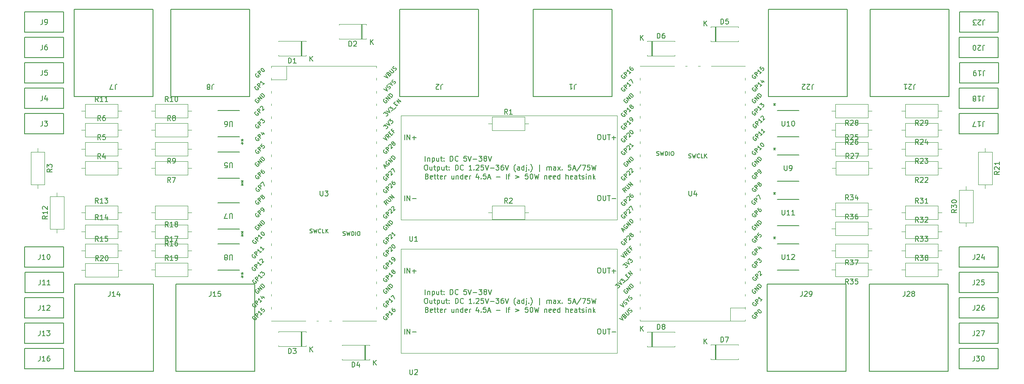
<source format=gto>
%TF.GenerationSoftware,KiCad,Pcbnew,8.0.0*%
%TF.CreationDate,2024-03-12T20:28:27+02:00*%
%TF.ProjectId,fake-platka,66616b65-2d70-46c6-9174-6b612e6b6963,rev?*%
%TF.SameCoordinates,Original*%
%TF.FileFunction,Legend,Top*%
%TF.FilePolarity,Positive*%
%FSLAX46Y46*%
G04 Gerber Fmt 4.6, Leading zero omitted, Abs format (unit mm)*
G04 Created by KiCad (PCBNEW 8.0.0) date 2024-03-12 20:28:27*
%MOMM*%
%LPD*%
G01*
G04 APERTURE LIST*
%ADD10C,0.150000*%
%ADD11C,0.120000*%
%ADD12C,0.152400*%
G04 APERTURE END LIST*
D10*
X194676805Y-72934719D02*
X194676805Y-71934719D01*
X194676805Y-71934719D02*
X194914900Y-71934719D01*
X194914900Y-71934719D02*
X195057757Y-71982338D01*
X195057757Y-71982338D02*
X195152995Y-72077576D01*
X195152995Y-72077576D02*
X195200614Y-72172814D01*
X195200614Y-72172814D02*
X195248233Y-72363290D01*
X195248233Y-72363290D02*
X195248233Y-72506147D01*
X195248233Y-72506147D02*
X195200614Y-72696623D01*
X195200614Y-72696623D02*
X195152995Y-72791861D01*
X195152995Y-72791861D02*
X195057757Y-72887100D01*
X195057757Y-72887100D02*
X194914900Y-72934719D01*
X194914900Y-72934719D02*
X194676805Y-72934719D01*
X196152995Y-71934719D02*
X195676805Y-71934719D01*
X195676805Y-71934719D02*
X195629186Y-72410909D01*
X195629186Y-72410909D02*
X195676805Y-72363290D01*
X195676805Y-72363290D02*
X195772043Y-72315671D01*
X195772043Y-72315671D02*
X196010138Y-72315671D01*
X196010138Y-72315671D02*
X196105376Y-72363290D01*
X196105376Y-72363290D02*
X196152995Y-72410909D01*
X196152995Y-72410909D02*
X196200614Y-72506147D01*
X196200614Y-72506147D02*
X196200614Y-72744242D01*
X196200614Y-72744242D02*
X196152995Y-72839480D01*
X196152995Y-72839480D02*
X196105376Y-72887100D01*
X196105376Y-72887100D02*
X196010138Y-72934719D01*
X196010138Y-72934719D02*
X195772043Y-72934719D01*
X195772043Y-72934719D02*
X195676805Y-72887100D01*
X195676805Y-72887100D02*
X195629186Y-72839480D01*
X191342995Y-73304719D02*
X191342995Y-72304719D01*
X191914423Y-73304719D02*
X191485852Y-72733290D01*
X191914423Y-72304719D02*
X191342995Y-72876147D01*
X58695376Y-129174719D02*
X58695376Y-129889004D01*
X58695376Y-129889004D02*
X58647757Y-130031861D01*
X58647757Y-130031861D02*
X58552519Y-130127100D01*
X58552519Y-130127100D02*
X58409662Y-130174719D01*
X58409662Y-130174719D02*
X58314424Y-130174719D01*
X59695376Y-130174719D02*
X59123948Y-130174719D01*
X59409662Y-130174719D02*
X59409662Y-129174719D01*
X59409662Y-129174719D02*
X59314424Y-129317576D01*
X59314424Y-129317576D02*
X59219186Y-129412814D01*
X59219186Y-129412814D02*
X59123948Y-129460433D01*
X60076329Y-129269957D02*
X60123948Y-129222338D01*
X60123948Y-129222338D02*
X60219186Y-129174719D01*
X60219186Y-129174719D02*
X60457281Y-129174719D01*
X60457281Y-129174719D02*
X60552519Y-129222338D01*
X60552519Y-129222338D02*
X60600138Y-129269957D01*
X60600138Y-129269957D02*
X60647757Y-129365195D01*
X60647757Y-129365195D02*
X60647757Y-129460433D01*
X60647757Y-129460433D02*
X60600138Y-129603290D01*
X60600138Y-129603290D02*
X60028710Y-130174719D01*
X60028710Y-130174719D02*
X60647757Y-130174719D01*
X250309719Y-102422757D02*
X249833528Y-102756090D01*
X250309719Y-102994185D02*
X249309719Y-102994185D01*
X249309719Y-102994185D02*
X249309719Y-102613233D01*
X249309719Y-102613233D02*
X249357338Y-102517995D01*
X249357338Y-102517995D02*
X249404957Y-102470376D01*
X249404957Y-102470376D02*
X249500195Y-102422757D01*
X249500195Y-102422757D02*
X249643052Y-102422757D01*
X249643052Y-102422757D02*
X249738290Y-102470376D01*
X249738290Y-102470376D02*
X249785909Y-102517995D01*
X249785909Y-102517995D02*
X249833528Y-102613233D01*
X249833528Y-102613233D02*
X249833528Y-102994185D01*
X249404957Y-102041804D02*
X249357338Y-101994185D01*
X249357338Y-101994185D02*
X249309719Y-101898947D01*
X249309719Y-101898947D02*
X249309719Y-101660852D01*
X249309719Y-101660852D02*
X249357338Y-101565614D01*
X249357338Y-101565614D02*
X249404957Y-101517995D01*
X249404957Y-101517995D02*
X249500195Y-101470376D01*
X249500195Y-101470376D02*
X249595433Y-101470376D01*
X249595433Y-101470376D02*
X249738290Y-101517995D01*
X249738290Y-101517995D02*
X250309719Y-102089423D01*
X250309719Y-102089423D02*
X250309719Y-101470376D01*
X250309719Y-100517995D02*
X250309719Y-101089423D01*
X250309719Y-100803709D02*
X249309719Y-100803709D01*
X249309719Y-100803709D02*
X249452576Y-100898947D01*
X249452576Y-100898947D02*
X249547814Y-100994185D01*
X249547814Y-100994185D02*
X249595433Y-101089423D01*
X233219523Y-86033079D02*
X233219523Y-85318794D01*
X233219523Y-85318794D02*
X233267142Y-85175937D01*
X233267142Y-85175937D02*
X233362380Y-85080699D01*
X233362380Y-85080699D02*
X233505237Y-85033079D01*
X233505237Y-85033079D02*
X233600475Y-85033079D01*
X232790951Y-85937841D02*
X232743332Y-85985460D01*
X232743332Y-85985460D02*
X232648094Y-86033079D01*
X232648094Y-86033079D02*
X232409999Y-86033079D01*
X232409999Y-86033079D02*
X232314761Y-85985460D01*
X232314761Y-85985460D02*
X232267142Y-85937841D01*
X232267142Y-85937841D02*
X232219523Y-85842603D01*
X232219523Y-85842603D02*
X232219523Y-85747365D01*
X232219523Y-85747365D02*
X232267142Y-85604508D01*
X232267142Y-85604508D02*
X232838570Y-85033079D01*
X232838570Y-85033079D02*
X232219523Y-85033079D01*
X231267142Y-85033079D02*
X231838570Y-85033079D01*
X231552856Y-85033079D02*
X231552856Y-86033079D01*
X231552856Y-86033079D02*
X231648094Y-85890222D01*
X231648094Y-85890222D02*
X231743332Y-85794984D01*
X231743332Y-85794984D02*
X231838570Y-85747365D01*
X114642995Y-106314719D02*
X114642995Y-107124242D01*
X114642995Y-107124242D02*
X114690614Y-107219480D01*
X114690614Y-107219480D02*
X114738233Y-107267100D01*
X114738233Y-107267100D02*
X114833471Y-107314719D01*
X114833471Y-107314719D02*
X115023947Y-107314719D01*
X115023947Y-107314719D02*
X115119185Y-107267100D01*
X115119185Y-107267100D02*
X115166804Y-107219480D01*
X115166804Y-107219480D02*
X115214423Y-107124242D01*
X115214423Y-107124242D02*
X115214423Y-106314719D01*
X115595376Y-106314719D02*
X116214423Y-106314719D01*
X116214423Y-106314719D02*
X115881090Y-106695671D01*
X115881090Y-106695671D02*
X116023947Y-106695671D01*
X116023947Y-106695671D02*
X116119185Y-106743290D01*
X116119185Y-106743290D02*
X116166804Y-106790909D01*
X116166804Y-106790909D02*
X116214423Y-106886147D01*
X116214423Y-106886147D02*
X116214423Y-107124242D01*
X116214423Y-107124242D02*
X116166804Y-107219480D01*
X116166804Y-107219480D02*
X116119185Y-107267100D01*
X116119185Y-107267100D02*
X116023947Y-107314719D01*
X116023947Y-107314719D02*
X115738233Y-107314719D01*
X115738233Y-107314719D02*
X115642995Y-107267100D01*
X115642995Y-107267100D02*
X115595376Y-107219480D01*
X101248898Y-121543268D02*
X101168085Y-121570205D01*
X101168085Y-121570205D02*
X101087273Y-121651018D01*
X101087273Y-121651018D02*
X101033398Y-121758767D01*
X101033398Y-121758767D02*
X101033398Y-121866517D01*
X101033398Y-121866517D02*
X101060336Y-121947329D01*
X101060336Y-121947329D02*
X101141148Y-122082016D01*
X101141148Y-122082016D02*
X101221960Y-122162828D01*
X101221960Y-122162828D02*
X101356647Y-122243641D01*
X101356647Y-122243641D02*
X101437460Y-122270578D01*
X101437460Y-122270578D02*
X101545209Y-122270578D01*
X101545209Y-122270578D02*
X101652959Y-122216703D01*
X101652959Y-122216703D02*
X101706834Y-122162828D01*
X101706834Y-122162828D02*
X101760708Y-122055079D01*
X101760708Y-122055079D02*
X101760708Y-122001204D01*
X101760708Y-122001204D02*
X101572147Y-121812642D01*
X101572147Y-121812642D02*
X101464397Y-121920392D01*
X102057020Y-121812642D02*
X101491334Y-121246957D01*
X101491334Y-121246957D02*
X101706834Y-121031457D01*
X101706834Y-121031457D02*
X101787646Y-121004520D01*
X101787646Y-121004520D02*
X101841521Y-121004520D01*
X101841521Y-121004520D02*
X101922333Y-121031457D01*
X101922333Y-121031457D02*
X102003145Y-121112270D01*
X102003145Y-121112270D02*
X102030082Y-121193082D01*
X102030082Y-121193082D02*
X102030082Y-121246957D01*
X102030082Y-121246957D02*
X102003145Y-121327769D01*
X102003145Y-121327769D02*
X101787646Y-121543268D01*
X102919017Y-120950645D02*
X102595768Y-121273894D01*
X102757392Y-121112270D02*
X102191707Y-120546584D01*
X102191707Y-120546584D02*
X102218644Y-120681271D01*
X102218644Y-120681271D02*
X102218644Y-120789021D01*
X102218644Y-120789021D02*
X102191707Y-120869833D01*
X102622705Y-120223335D02*
X102622705Y-120169460D01*
X102622705Y-120169460D02*
X102649643Y-120088648D01*
X102649643Y-120088648D02*
X102784330Y-119953961D01*
X102784330Y-119953961D02*
X102865142Y-119927024D01*
X102865142Y-119927024D02*
X102919017Y-119927024D01*
X102919017Y-119927024D02*
X102999829Y-119953961D01*
X102999829Y-119953961D02*
X103053704Y-120007836D01*
X103053704Y-120007836D02*
X103107579Y-120115586D01*
X103107579Y-120115586D02*
X103107579Y-120762083D01*
X103107579Y-120762083D02*
X103457765Y-120411897D01*
X128243551Y-108803610D02*
X127785616Y-108722798D01*
X127920303Y-109126859D02*
X127354617Y-108561174D01*
X127354617Y-108561174D02*
X127570116Y-108345675D01*
X127570116Y-108345675D02*
X127650929Y-108318737D01*
X127650929Y-108318737D02*
X127704803Y-108318737D01*
X127704803Y-108318737D02*
X127785616Y-108345675D01*
X127785616Y-108345675D02*
X127866428Y-108426487D01*
X127866428Y-108426487D02*
X127893365Y-108507299D01*
X127893365Y-108507299D02*
X127893365Y-108561174D01*
X127893365Y-108561174D02*
X127866428Y-108641986D01*
X127866428Y-108641986D02*
X127650929Y-108857485D01*
X127920303Y-107995488D02*
X128378238Y-108453424D01*
X128378238Y-108453424D02*
X128459051Y-108480362D01*
X128459051Y-108480362D02*
X128512925Y-108480362D01*
X128512925Y-108480362D02*
X128593738Y-108453424D01*
X128593738Y-108453424D02*
X128701487Y-108345675D01*
X128701487Y-108345675D02*
X128728425Y-108264862D01*
X128728425Y-108264862D02*
X128728425Y-108210988D01*
X128728425Y-108210988D02*
X128701487Y-108130175D01*
X128701487Y-108130175D02*
X128243551Y-107672240D01*
X129078611Y-107968551D02*
X128512925Y-107402866D01*
X128512925Y-107402866D02*
X129401859Y-107645302D01*
X129401859Y-107645302D02*
X128836174Y-107079617D01*
X127327307Y-90818484D02*
X127677493Y-90468298D01*
X127677493Y-90468298D02*
X127704431Y-90872359D01*
X127704431Y-90872359D02*
X127785243Y-90791546D01*
X127785243Y-90791546D02*
X127866055Y-90764609D01*
X127866055Y-90764609D02*
X127919930Y-90764609D01*
X127919930Y-90764609D02*
X128000742Y-90791546D01*
X128000742Y-90791546D02*
X128135429Y-90926233D01*
X128135429Y-90926233D02*
X128162367Y-91007046D01*
X128162367Y-91007046D02*
X128162367Y-91060920D01*
X128162367Y-91060920D02*
X128135429Y-91141733D01*
X128135429Y-91141733D02*
X127973805Y-91303357D01*
X127973805Y-91303357D02*
X127892993Y-91330294D01*
X127892993Y-91330294D02*
X127839118Y-91330294D01*
X127839118Y-90306673D02*
X128593365Y-90683797D01*
X128593365Y-90683797D02*
X128216242Y-89929549D01*
X128350928Y-89794863D02*
X128701115Y-89444676D01*
X128701115Y-89444676D02*
X128728052Y-89848737D01*
X128728052Y-89848737D02*
X128808864Y-89767925D01*
X128808864Y-89767925D02*
X128889676Y-89740988D01*
X128889676Y-89740988D02*
X128943551Y-89740988D01*
X128943551Y-89740988D02*
X129024364Y-89767925D01*
X129024364Y-89767925D02*
X129159051Y-89902612D01*
X129159051Y-89902612D02*
X129185988Y-89983424D01*
X129185988Y-89983424D02*
X129185988Y-90037299D01*
X129185988Y-90037299D02*
X129159051Y-90118111D01*
X129159051Y-90118111D02*
X128997426Y-90279736D01*
X128997426Y-90279736D02*
X128916614Y-90306673D01*
X128916614Y-90306673D02*
X128862739Y-90306673D01*
X129428425Y-89956487D02*
X129859423Y-89525488D01*
X129643924Y-89040615D02*
X129832486Y-88852053D01*
X130209609Y-89067552D02*
X129940235Y-89336926D01*
X129940235Y-89336926D02*
X129374550Y-88771241D01*
X129374550Y-88771241D02*
X129643924Y-88501867D01*
X130452046Y-88825115D02*
X129886361Y-88259430D01*
X129886361Y-88259430D02*
X130775295Y-88501867D01*
X130775295Y-88501867D02*
X130209610Y-87936181D01*
X127491335Y-87958331D02*
X127410523Y-87985268D01*
X127410523Y-87985268D02*
X127329711Y-88066080D01*
X127329711Y-88066080D02*
X127275836Y-88173830D01*
X127275836Y-88173830D02*
X127275836Y-88281580D01*
X127275836Y-88281580D02*
X127302773Y-88362392D01*
X127302773Y-88362392D02*
X127383585Y-88497079D01*
X127383585Y-88497079D02*
X127464398Y-88577891D01*
X127464398Y-88577891D02*
X127599085Y-88658703D01*
X127599085Y-88658703D02*
X127679897Y-88685641D01*
X127679897Y-88685641D02*
X127787646Y-88685641D01*
X127787646Y-88685641D02*
X127895396Y-88631766D01*
X127895396Y-88631766D02*
X127949271Y-88577891D01*
X127949271Y-88577891D02*
X128003146Y-88470141D01*
X128003146Y-88470141D02*
X128003146Y-88416267D01*
X128003146Y-88416267D02*
X127814584Y-88227705D01*
X127814584Y-88227705D02*
X127706834Y-88335454D01*
X128299457Y-88227705D02*
X127733772Y-87662019D01*
X127733772Y-87662019D02*
X128622706Y-87904456D01*
X128622706Y-87904456D02*
X128057020Y-87338771D01*
X128892080Y-87635082D02*
X128326394Y-87069397D01*
X128326394Y-87069397D02*
X128461081Y-86934710D01*
X128461081Y-86934710D02*
X128568831Y-86880835D01*
X128568831Y-86880835D02*
X128676580Y-86880835D01*
X128676580Y-86880835D02*
X128757393Y-86907772D01*
X128757393Y-86907772D02*
X128892080Y-86988585D01*
X128892080Y-86988585D02*
X128972892Y-87069397D01*
X128972892Y-87069397D02*
X129053704Y-87204084D01*
X129053704Y-87204084D02*
X129080641Y-87284896D01*
X129080641Y-87284896D02*
X129080641Y-87392646D01*
X129080641Y-87392646D02*
X129026767Y-87500395D01*
X129026767Y-87500395D02*
X128892080Y-87635082D01*
X101918272Y-95551394D02*
X101837460Y-95578331D01*
X101837460Y-95578331D02*
X101756648Y-95659143D01*
X101756648Y-95659143D02*
X101702773Y-95766893D01*
X101702773Y-95766893D02*
X101702773Y-95874642D01*
X101702773Y-95874642D02*
X101729710Y-95955455D01*
X101729710Y-95955455D02*
X101810523Y-96090142D01*
X101810523Y-96090142D02*
X101891335Y-96170954D01*
X101891335Y-96170954D02*
X102026022Y-96251766D01*
X102026022Y-96251766D02*
X102106834Y-96278703D01*
X102106834Y-96278703D02*
X102214584Y-96278703D01*
X102214584Y-96278703D02*
X102322333Y-96224829D01*
X102322333Y-96224829D02*
X102376208Y-96170954D01*
X102376208Y-96170954D02*
X102430083Y-96063204D01*
X102430083Y-96063204D02*
X102430083Y-96009329D01*
X102430083Y-96009329D02*
X102241521Y-95820768D01*
X102241521Y-95820768D02*
X102133771Y-95928517D01*
X102726394Y-95820768D02*
X102160709Y-95255082D01*
X102160709Y-95255082D02*
X102376208Y-95039583D01*
X102376208Y-95039583D02*
X102457020Y-95012646D01*
X102457020Y-95012646D02*
X102510895Y-95012646D01*
X102510895Y-95012646D02*
X102591707Y-95039583D01*
X102591707Y-95039583D02*
X102672519Y-95120395D01*
X102672519Y-95120395D02*
X102699457Y-95201207D01*
X102699457Y-95201207D02*
X102699457Y-95255082D01*
X102699457Y-95255082D02*
X102672519Y-95335894D01*
X102672519Y-95335894D02*
X102457020Y-95551394D01*
X103157393Y-94635522D02*
X103534516Y-95012646D01*
X102807206Y-94554710D02*
X103076580Y-95093458D01*
X103076580Y-95093458D02*
X103426767Y-94743272D01*
X127502898Y-118680768D02*
X127422085Y-118707705D01*
X127422085Y-118707705D02*
X127341273Y-118788518D01*
X127341273Y-118788518D02*
X127287398Y-118896267D01*
X127287398Y-118896267D02*
X127287398Y-119004017D01*
X127287398Y-119004017D02*
X127314336Y-119084829D01*
X127314336Y-119084829D02*
X127395148Y-119219516D01*
X127395148Y-119219516D02*
X127475960Y-119300328D01*
X127475960Y-119300328D02*
X127610647Y-119381141D01*
X127610647Y-119381141D02*
X127691460Y-119408078D01*
X127691460Y-119408078D02*
X127799209Y-119408078D01*
X127799209Y-119408078D02*
X127906959Y-119354203D01*
X127906959Y-119354203D02*
X127960834Y-119300328D01*
X127960834Y-119300328D02*
X128014708Y-119192579D01*
X128014708Y-119192579D02*
X128014708Y-119138704D01*
X128014708Y-119138704D02*
X127826147Y-118950142D01*
X127826147Y-118950142D02*
X127718397Y-119057892D01*
X128311020Y-118950142D02*
X127745334Y-118384457D01*
X127745334Y-118384457D02*
X127960834Y-118168957D01*
X127960834Y-118168957D02*
X128041646Y-118142020D01*
X128041646Y-118142020D02*
X128095521Y-118142020D01*
X128095521Y-118142020D02*
X128176333Y-118168957D01*
X128176333Y-118168957D02*
X128257145Y-118249770D01*
X128257145Y-118249770D02*
X128284082Y-118330582D01*
X128284082Y-118330582D02*
X128284082Y-118384457D01*
X128284082Y-118384457D02*
X128257145Y-118465269D01*
X128257145Y-118465269D02*
X128041646Y-118680768D01*
X128337957Y-117899583D02*
X128337957Y-117845709D01*
X128337957Y-117845709D02*
X128364895Y-117764896D01*
X128364895Y-117764896D02*
X128499582Y-117630209D01*
X128499582Y-117630209D02*
X128580394Y-117603272D01*
X128580394Y-117603272D02*
X128634269Y-117603272D01*
X128634269Y-117603272D02*
X128715081Y-117630209D01*
X128715081Y-117630209D02*
X128768956Y-117684084D01*
X128768956Y-117684084D02*
X128822830Y-117791834D01*
X128822830Y-117791834D02*
X128822830Y-118438331D01*
X128822830Y-118438331D02*
X129173017Y-118088145D01*
X128957518Y-117172273D02*
X129011392Y-117118399D01*
X129011392Y-117118399D02*
X129092205Y-117091461D01*
X129092205Y-117091461D02*
X129146079Y-117091461D01*
X129146079Y-117091461D02*
X129226892Y-117118399D01*
X129226892Y-117118399D02*
X129361579Y-117199211D01*
X129361579Y-117199211D02*
X129496266Y-117333898D01*
X129496266Y-117333898D02*
X129577078Y-117468585D01*
X129577078Y-117468585D02*
X129604015Y-117549397D01*
X129604015Y-117549397D02*
X129604015Y-117603272D01*
X129604015Y-117603272D02*
X129577078Y-117684084D01*
X129577078Y-117684084D02*
X129523203Y-117737959D01*
X129523203Y-117737959D02*
X129442391Y-117764896D01*
X129442391Y-117764896D02*
X129388516Y-117764896D01*
X129388516Y-117764896D02*
X129307704Y-117737959D01*
X129307704Y-117737959D02*
X129173017Y-117657147D01*
X129173017Y-117657147D02*
X129038330Y-117522460D01*
X129038330Y-117522460D02*
X128957518Y-117387773D01*
X128957518Y-117387773D02*
X128930580Y-117306960D01*
X128930580Y-117306960D02*
X128930580Y-117253086D01*
X128930580Y-117253086D02*
X128957518Y-117172273D01*
X101918272Y-110791394D02*
X101837460Y-110818331D01*
X101837460Y-110818331D02*
X101756648Y-110899143D01*
X101756648Y-110899143D02*
X101702773Y-111006893D01*
X101702773Y-111006893D02*
X101702773Y-111114642D01*
X101702773Y-111114642D02*
X101729710Y-111195455D01*
X101729710Y-111195455D02*
X101810523Y-111330142D01*
X101810523Y-111330142D02*
X101891335Y-111410954D01*
X101891335Y-111410954D02*
X102026022Y-111491766D01*
X102026022Y-111491766D02*
X102106834Y-111518703D01*
X102106834Y-111518703D02*
X102214584Y-111518703D01*
X102214584Y-111518703D02*
X102322333Y-111464829D01*
X102322333Y-111464829D02*
X102376208Y-111410954D01*
X102376208Y-111410954D02*
X102430083Y-111303204D01*
X102430083Y-111303204D02*
X102430083Y-111249329D01*
X102430083Y-111249329D02*
X102241521Y-111060768D01*
X102241521Y-111060768D02*
X102133771Y-111168517D01*
X102726394Y-111060768D02*
X102160709Y-110495082D01*
X102160709Y-110495082D02*
X102376208Y-110279583D01*
X102376208Y-110279583D02*
X102457020Y-110252646D01*
X102457020Y-110252646D02*
X102510895Y-110252646D01*
X102510895Y-110252646D02*
X102591707Y-110279583D01*
X102591707Y-110279583D02*
X102672519Y-110360395D01*
X102672519Y-110360395D02*
X102699457Y-110441207D01*
X102699457Y-110441207D02*
X102699457Y-110495082D01*
X102699457Y-110495082D02*
X102672519Y-110575894D01*
X102672519Y-110575894D02*
X102457020Y-110791394D01*
X103319017Y-110468145D02*
X103426767Y-110360395D01*
X103426767Y-110360395D02*
X103453704Y-110279583D01*
X103453704Y-110279583D02*
X103453704Y-110225708D01*
X103453704Y-110225708D02*
X103426767Y-110091021D01*
X103426767Y-110091021D02*
X103345954Y-109956334D01*
X103345954Y-109956334D02*
X103130455Y-109740835D01*
X103130455Y-109740835D02*
X103049643Y-109713898D01*
X103049643Y-109713898D02*
X102995768Y-109713898D01*
X102995768Y-109713898D02*
X102914956Y-109740835D01*
X102914956Y-109740835D02*
X102807206Y-109848585D01*
X102807206Y-109848585D02*
X102780269Y-109929397D01*
X102780269Y-109929397D02*
X102780269Y-109983272D01*
X102780269Y-109983272D02*
X102807206Y-110064084D01*
X102807206Y-110064084D02*
X102941893Y-110198771D01*
X102941893Y-110198771D02*
X103022706Y-110225708D01*
X103022706Y-110225708D02*
X103076580Y-110225708D01*
X103076580Y-110225708D02*
X103157393Y-110198771D01*
X103157393Y-110198771D02*
X103265142Y-110091021D01*
X103265142Y-110091021D02*
X103292080Y-110010209D01*
X103292080Y-110010209D02*
X103292080Y-109956334D01*
X103292080Y-109956334D02*
X103265142Y-109875522D01*
X127556773Y-101601140D02*
X127826147Y-101331766D01*
X127664523Y-101816639D02*
X127287399Y-101062392D01*
X127287399Y-101062392D02*
X128041646Y-101439515D01*
X127987771Y-100415894D02*
X127906959Y-100442832D01*
X127906959Y-100442832D02*
X127826147Y-100523644D01*
X127826147Y-100523644D02*
X127772272Y-100631394D01*
X127772272Y-100631394D02*
X127772272Y-100739143D01*
X127772272Y-100739143D02*
X127799210Y-100819955D01*
X127799210Y-100819955D02*
X127880022Y-100954642D01*
X127880022Y-100954642D02*
X127960834Y-101035455D01*
X127960834Y-101035455D02*
X128095521Y-101116267D01*
X128095521Y-101116267D02*
X128176333Y-101143204D01*
X128176333Y-101143204D02*
X128284083Y-101143204D01*
X128284083Y-101143204D02*
X128391832Y-101089329D01*
X128391832Y-101089329D02*
X128445707Y-101035455D01*
X128445707Y-101035455D02*
X128499582Y-100927705D01*
X128499582Y-100927705D02*
X128499582Y-100873830D01*
X128499582Y-100873830D02*
X128311020Y-100685268D01*
X128311020Y-100685268D02*
X128203271Y-100793018D01*
X128795893Y-100685268D02*
X128230208Y-100119583D01*
X128230208Y-100119583D02*
X129119142Y-100362020D01*
X129119142Y-100362020D02*
X128553457Y-99796334D01*
X129388516Y-100092646D02*
X128822831Y-99526960D01*
X128822831Y-99526960D02*
X128957518Y-99392273D01*
X128957518Y-99392273D02*
X129065267Y-99338398D01*
X129065267Y-99338398D02*
X129173017Y-99338398D01*
X129173017Y-99338398D02*
X129253829Y-99365336D01*
X129253829Y-99365336D02*
X129388516Y-99446148D01*
X129388516Y-99446148D02*
X129469328Y-99526960D01*
X129469328Y-99526960D02*
X129550141Y-99661647D01*
X129550141Y-99661647D02*
X129577078Y-99742460D01*
X129577078Y-99742460D02*
X129577078Y-99850209D01*
X129577078Y-99850209D02*
X129523203Y-99957959D01*
X129523203Y-99957959D02*
X129388516Y-100092646D01*
X101918272Y-98091394D02*
X101837460Y-98118331D01*
X101837460Y-98118331D02*
X101756648Y-98199143D01*
X101756648Y-98199143D02*
X101702773Y-98306893D01*
X101702773Y-98306893D02*
X101702773Y-98414642D01*
X101702773Y-98414642D02*
X101729710Y-98495455D01*
X101729710Y-98495455D02*
X101810523Y-98630142D01*
X101810523Y-98630142D02*
X101891335Y-98710954D01*
X101891335Y-98710954D02*
X102026022Y-98791766D01*
X102026022Y-98791766D02*
X102106834Y-98818703D01*
X102106834Y-98818703D02*
X102214584Y-98818703D01*
X102214584Y-98818703D02*
X102322333Y-98764829D01*
X102322333Y-98764829D02*
X102376208Y-98710954D01*
X102376208Y-98710954D02*
X102430083Y-98603204D01*
X102430083Y-98603204D02*
X102430083Y-98549329D01*
X102430083Y-98549329D02*
X102241521Y-98360768D01*
X102241521Y-98360768D02*
X102133771Y-98468517D01*
X102726394Y-98360768D02*
X102160709Y-97795082D01*
X102160709Y-97795082D02*
X102376208Y-97579583D01*
X102376208Y-97579583D02*
X102457020Y-97552646D01*
X102457020Y-97552646D02*
X102510895Y-97552646D01*
X102510895Y-97552646D02*
X102591707Y-97579583D01*
X102591707Y-97579583D02*
X102672519Y-97660395D01*
X102672519Y-97660395D02*
X102699457Y-97741207D01*
X102699457Y-97741207D02*
X102699457Y-97795082D01*
X102699457Y-97795082D02*
X102672519Y-97875894D01*
X102672519Y-97875894D02*
X102457020Y-98091394D01*
X102995768Y-96960023D02*
X102726394Y-97229397D01*
X102726394Y-97229397D02*
X102968831Y-97525708D01*
X102968831Y-97525708D02*
X102968831Y-97471833D01*
X102968831Y-97471833D02*
X102995768Y-97391021D01*
X102995768Y-97391021D02*
X103130455Y-97256334D01*
X103130455Y-97256334D02*
X103211267Y-97229397D01*
X103211267Y-97229397D02*
X103265142Y-97229397D01*
X103265142Y-97229397D02*
X103345954Y-97256334D01*
X103345954Y-97256334D02*
X103480641Y-97391021D01*
X103480641Y-97391021D02*
X103507579Y-97471833D01*
X103507579Y-97471833D02*
X103507579Y-97525708D01*
X103507579Y-97525708D02*
X103480641Y-97606520D01*
X103480641Y-97606520D02*
X103345954Y-97741207D01*
X103345954Y-97741207D02*
X103265142Y-97768145D01*
X103265142Y-97768145D02*
X103211267Y-97768145D01*
X101918272Y-103171394D02*
X101837460Y-103198331D01*
X101837460Y-103198331D02*
X101756648Y-103279143D01*
X101756648Y-103279143D02*
X101702773Y-103386893D01*
X101702773Y-103386893D02*
X101702773Y-103494642D01*
X101702773Y-103494642D02*
X101729710Y-103575455D01*
X101729710Y-103575455D02*
X101810523Y-103710142D01*
X101810523Y-103710142D02*
X101891335Y-103790954D01*
X101891335Y-103790954D02*
X102026022Y-103871766D01*
X102026022Y-103871766D02*
X102106834Y-103898703D01*
X102106834Y-103898703D02*
X102214584Y-103898703D01*
X102214584Y-103898703D02*
X102322333Y-103844829D01*
X102322333Y-103844829D02*
X102376208Y-103790954D01*
X102376208Y-103790954D02*
X102430083Y-103683204D01*
X102430083Y-103683204D02*
X102430083Y-103629329D01*
X102430083Y-103629329D02*
X102241521Y-103440768D01*
X102241521Y-103440768D02*
X102133771Y-103548517D01*
X102726394Y-103440768D02*
X102160709Y-102875082D01*
X102160709Y-102875082D02*
X102376208Y-102659583D01*
X102376208Y-102659583D02*
X102457020Y-102632646D01*
X102457020Y-102632646D02*
X102510895Y-102632646D01*
X102510895Y-102632646D02*
X102591707Y-102659583D01*
X102591707Y-102659583D02*
X102672519Y-102740395D01*
X102672519Y-102740395D02*
X102699457Y-102821207D01*
X102699457Y-102821207D02*
X102699457Y-102875082D01*
X102699457Y-102875082D02*
X102672519Y-102955894D01*
X102672519Y-102955894D02*
X102457020Y-103171394D01*
X102968831Y-102066960D02*
X102861081Y-102174710D01*
X102861081Y-102174710D02*
X102834144Y-102255522D01*
X102834144Y-102255522D02*
X102834144Y-102309397D01*
X102834144Y-102309397D02*
X102861081Y-102444084D01*
X102861081Y-102444084D02*
X102941893Y-102578771D01*
X102941893Y-102578771D02*
X103157393Y-102794270D01*
X103157393Y-102794270D02*
X103238205Y-102821207D01*
X103238205Y-102821207D02*
X103292080Y-102821207D01*
X103292080Y-102821207D02*
X103372892Y-102794270D01*
X103372892Y-102794270D02*
X103480641Y-102686520D01*
X103480641Y-102686520D02*
X103507579Y-102605708D01*
X103507579Y-102605708D02*
X103507579Y-102551833D01*
X103507579Y-102551833D02*
X103480641Y-102471021D01*
X103480641Y-102471021D02*
X103345954Y-102336334D01*
X103345954Y-102336334D02*
X103265142Y-102309397D01*
X103265142Y-102309397D02*
X103211267Y-102309397D01*
X103211267Y-102309397D02*
X103130455Y-102336334D01*
X103130455Y-102336334D02*
X103022706Y-102444084D01*
X103022706Y-102444084D02*
X102995768Y-102524896D01*
X102995768Y-102524896D02*
X102995768Y-102578771D01*
X102995768Y-102578771D02*
X103022706Y-102659583D01*
X119209661Y-115184100D02*
X119323947Y-115222195D01*
X119323947Y-115222195D02*
X119514423Y-115222195D01*
X119514423Y-115222195D02*
X119590614Y-115184100D01*
X119590614Y-115184100D02*
X119628709Y-115146004D01*
X119628709Y-115146004D02*
X119666804Y-115069814D01*
X119666804Y-115069814D02*
X119666804Y-114993623D01*
X119666804Y-114993623D02*
X119628709Y-114917433D01*
X119628709Y-114917433D02*
X119590614Y-114879338D01*
X119590614Y-114879338D02*
X119514423Y-114841242D01*
X119514423Y-114841242D02*
X119362042Y-114803147D01*
X119362042Y-114803147D02*
X119285852Y-114765052D01*
X119285852Y-114765052D02*
X119247757Y-114726957D01*
X119247757Y-114726957D02*
X119209661Y-114650766D01*
X119209661Y-114650766D02*
X119209661Y-114574576D01*
X119209661Y-114574576D02*
X119247757Y-114498385D01*
X119247757Y-114498385D02*
X119285852Y-114460290D01*
X119285852Y-114460290D02*
X119362042Y-114422195D01*
X119362042Y-114422195D02*
X119552519Y-114422195D01*
X119552519Y-114422195D02*
X119666804Y-114460290D01*
X119933471Y-114422195D02*
X120123947Y-115222195D01*
X120123947Y-115222195D02*
X120276328Y-114650766D01*
X120276328Y-114650766D02*
X120428709Y-115222195D01*
X120428709Y-115222195D02*
X120619186Y-114422195D01*
X120923948Y-115222195D02*
X120923948Y-114422195D01*
X120923948Y-114422195D02*
X121114424Y-114422195D01*
X121114424Y-114422195D02*
X121228710Y-114460290D01*
X121228710Y-114460290D02*
X121304900Y-114536480D01*
X121304900Y-114536480D02*
X121342995Y-114612671D01*
X121342995Y-114612671D02*
X121381091Y-114765052D01*
X121381091Y-114765052D02*
X121381091Y-114879338D01*
X121381091Y-114879338D02*
X121342995Y-115031719D01*
X121342995Y-115031719D02*
X121304900Y-115107909D01*
X121304900Y-115107909D02*
X121228710Y-115184100D01*
X121228710Y-115184100D02*
X121114424Y-115222195D01*
X121114424Y-115222195D02*
X120923948Y-115222195D01*
X121723948Y-115222195D02*
X121723948Y-114422195D01*
X122257281Y-114422195D02*
X122409662Y-114422195D01*
X122409662Y-114422195D02*
X122485852Y-114460290D01*
X122485852Y-114460290D02*
X122562043Y-114536480D01*
X122562043Y-114536480D02*
X122600138Y-114688861D01*
X122600138Y-114688861D02*
X122600138Y-114955528D01*
X122600138Y-114955528D02*
X122562043Y-115107909D01*
X122562043Y-115107909D02*
X122485852Y-115184100D01*
X122485852Y-115184100D02*
X122409662Y-115222195D01*
X122409662Y-115222195D02*
X122257281Y-115222195D01*
X122257281Y-115222195D02*
X122181090Y-115184100D01*
X122181090Y-115184100D02*
X122104900Y-115107909D01*
X122104900Y-115107909D02*
X122066804Y-114955528D01*
X122066804Y-114955528D02*
X122066804Y-114688861D01*
X122066804Y-114688861D02*
X122104900Y-114536480D01*
X122104900Y-114536480D02*
X122181090Y-114460290D01*
X122181090Y-114460290D02*
X122257281Y-114422195D01*
X127502898Y-123760768D02*
X127422085Y-123787705D01*
X127422085Y-123787705D02*
X127341273Y-123868518D01*
X127341273Y-123868518D02*
X127287398Y-123976267D01*
X127287398Y-123976267D02*
X127287398Y-124084017D01*
X127287398Y-124084017D02*
X127314336Y-124164829D01*
X127314336Y-124164829D02*
X127395148Y-124299516D01*
X127395148Y-124299516D02*
X127475960Y-124380328D01*
X127475960Y-124380328D02*
X127610647Y-124461141D01*
X127610647Y-124461141D02*
X127691460Y-124488078D01*
X127691460Y-124488078D02*
X127799209Y-124488078D01*
X127799209Y-124488078D02*
X127906959Y-124434203D01*
X127906959Y-124434203D02*
X127960834Y-124380328D01*
X127960834Y-124380328D02*
X128014708Y-124272579D01*
X128014708Y-124272579D02*
X128014708Y-124218704D01*
X128014708Y-124218704D02*
X127826147Y-124030142D01*
X127826147Y-124030142D02*
X127718397Y-124137892D01*
X128311020Y-124030142D02*
X127745334Y-123464457D01*
X127745334Y-123464457D02*
X127960834Y-123248957D01*
X127960834Y-123248957D02*
X128041646Y-123222020D01*
X128041646Y-123222020D02*
X128095521Y-123222020D01*
X128095521Y-123222020D02*
X128176333Y-123248957D01*
X128176333Y-123248957D02*
X128257145Y-123329770D01*
X128257145Y-123329770D02*
X128284082Y-123410582D01*
X128284082Y-123410582D02*
X128284082Y-123464457D01*
X128284082Y-123464457D02*
X128257145Y-123545269D01*
X128257145Y-123545269D02*
X128041646Y-123760768D01*
X129173017Y-123168145D02*
X128849768Y-123491394D01*
X129011392Y-123329770D02*
X128445707Y-122764084D01*
X128445707Y-122764084D02*
X128472644Y-122898771D01*
X128472644Y-122898771D02*
X128472644Y-123006521D01*
X128472644Y-123006521D02*
X128445707Y-123087333D01*
X129173017Y-122521647D02*
X129092205Y-122548585D01*
X129092205Y-122548585D02*
X129038330Y-122548585D01*
X129038330Y-122548585D02*
X128957518Y-122521647D01*
X128957518Y-122521647D02*
X128930580Y-122494710D01*
X128930580Y-122494710D02*
X128903643Y-122413898D01*
X128903643Y-122413898D02*
X128903643Y-122360023D01*
X128903643Y-122360023D02*
X128930580Y-122279211D01*
X128930580Y-122279211D02*
X129038330Y-122171461D01*
X129038330Y-122171461D02*
X129119142Y-122144524D01*
X129119142Y-122144524D02*
X129173017Y-122144524D01*
X129173017Y-122144524D02*
X129253829Y-122171461D01*
X129253829Y-122171461D02*
X129280766Y-122198399D01*
X129280766Y-122198399D02*
X129307704Y-122279211D01*
X129307704Y-122279211D02*
X129307704Y-122333086D01*
X129307704Y-122333086D02*
X129280766Y-122413898D01*
X129280766Y-122413898D02*
X129173017Y-122521647D01*
X129173017Y-122521647D02*
X129146079Y-122602460D01*
X129146079Y-122602460D02*
X129146079Y-122656334D01*
X129146079Y-122656334D02*
X129173017Y-122737147D01*
X129173017Y-122737147D02*
X129280766Y-122844896D01*
X129280766Y-122844896D02*
X129361579Y-122871834D01*
X129361579Y-122871834D02*
X129415453Y-122871834D01*
X129415453Y-122871834D02*
X129496266Y-122844896D01*
X129496266Y-122844896D02*
X129604015Y-122737147D01*
X129604015Y-122737147D02*
X129630953Y-122656334D01*
X129630953Y-122656334D02*
X129630953Y-122602460D01*
X129630953Y-122602460D02*
X129604015Y-122521647D01*
X129604015Y-122521647D02*
X129496266Y-122413898D01*
X129496266Y-122413898D02*
X129415453Y-122386960D01*
X129415453Y-122386960D02*
X129361579Y-122386960D01*
X129361579Y-122386960D02*
X129280766Y-122413898D01*
X101248898Y-119003268D02*
X101168085Y-119030205D01*
X101168085Y-119030205D02*
X101087273Y-119111018D01*
X101087273Y-119111018D02*
X101033398Y-119218767D01*
X101033398Y-119218767D02*
X101033398Y-119326517D01*
X101033398Y-119326517D02*
X101060336Y-119407329D01*
X101060336Y-119407329D02*
X101141148Y-119542016D01*
X101141148Y-119542016D02*
X101221960Y-119622828D01*
X101221960Y-119622828D02*
X101356647Y-119703641D01*
X101356647Y-119703641D02*
X101437460Y-119730578D01*
X101437460Y-119730578D02*
X101545209Y-119730578D01*
X101545209Y-119730578D02*
X101652959Y-119676703D01*
X101652959Y-119676703D02*
X101706834Y-119622828D01*
X101706834Y-119622828D02*
X101760708Y-119515079D01*
X101760708Y-119515079D02*
X101760708Y-119461204D01*
X101760708Y-119461204D02*
X101572147Y-119272642D01*
X101572147Y-119272642D02*
X101464397Y-119380392D01*
X102057020Y-119272642D02*
X101491334Y-118706957D01*
X101491334Y-118706957D02*
X101706834Y-118491457D01*
X101706834Y-118491457D02*
X101787646Y-118464520D01*
X101787646Y-118464520D02*
X101841521Y-118464520D01*
X101841521Y-118464520D02*
X101922333Y-118491457D01*
X101922333Y-118491457D02*
X102003145Y-118572270D01*
X102003145Y-118572270D02*
X102030082Y-118653082D01*
X102030082Y-118653082D02*
X102030082Y-118706957D01*
X102030082Y-118706957D02*
X102003145Y-118787769D01*
X102003145Y-118787769D02*
X101787646Y-119003268D01*
X102919017Y-118410645D02*
X102595768Y-118733894D01*
X102757392Y-118572270D02*
X102191707Y-118006584D01*
X102191707Y-118006584D02*
X102218644Y-118141271D01*
X102218644Y-118141271D02*
X102218644Y-118249021D01*
X102218644Y-118249021D02*
X102191707Y-118329833D01*
X103457765Y-117871897D02*
X103134516Y-118195146D01*
X103296140Y-118033521D02*
X102730455Y-117467836D01*
X102730455Y-117467836D02*
X102757392Y-117602523D01*
X102757392Y-117602523D02*
X102757392Y-117710273D01*
X102757392Y-117710273D02*
X102730455Y-117791085D01*
X101394898Y-131380768D02*
X101314085Y-131407705D01*
X101314085Y-131407705D02*
X101233273Y-131488518D01*
X101233273Y-131488518D02*
X101179398Y-131596267D01*
X101179398Y-131596267D02*
X101179398Y-131704017D01*
X101179398Y-131704017D02*
X101206336Y-131784829D01*
X101206336Y-131784829D02*
X101287148Y-131919516D01*
X101287148Y-131919516D02*
X101367960Y-132000328D01*
X101367960Y-132000328D02*
X101502647Y-132081141D01*
X101502647Y-132081141D02*
X101583460Y-132108078D01*
X101583460Y-132108078D02*
X101691209Y-132108078D01*
X101691209Y-132108078D02*
X101798959Y-132054203D01*
X101798959Y-132054203D02*
X101852834Y-132000328D01*
X101852834Y-132000328D02*
X101906708Y-131892579D01*
X101906708Y-131892579D02*
X101906708Y-131838704D01*
X101906708Y-131838704D02*
X101718147Y-131650142D01*
X101718147Y-131650142D02*
X101610397Y-131757892D01*
X102203020Y-131650142D02*
X101637334Y-131084457D01*
X101637334Y-131084457D02*
X101852834Y-130868957D01*
X101852834Y-130868957D02*
X101933646Y-130842020D01*
X101933646Y-130842020D02*
X101987521Y-130842020D01*
X101987521Y-130842020D02*
X102068333Y-130868957D01*
X102068333Y-130868957D02*
X102149145Y-130949770D01*
X102149145Y-130949770D02*
X102176082Y-131030582D01*
X102176082Y-131030582D02*
X102176082Y-131084457D01*
X102176082Y-131084457D02*
X102149145Y-131165269D01*
X102149145Y-131165269D02*
X101933646Y-131380768D01*
X103065017Y-130788145D02*
X102741768Y-131111394D01*
X102903392Y-130949770D02*
X102337707Y-130384084D01*
X102337707Y-130384084D02*
X102364644Y-130518771D01*
X102364644Y-130518771D02*
X102364644Y-130626521D01*
X102364644Y-130626521D02*
X102337707Y-130707333D01*
X103011142Y-129710649D02*
X102741768Y-129980023D01*
X102741768Y-129980023D02*
X102984205Y-130276334D01*
X102984205Y-130276334D02*
X102984205Y-130222460D01*
X102984205Y-130222460D02*
X103011142Y-130141647D01*
X103011142Y-130141647D02*
X103145829Y-130006960D01*
X103145829Y-130006960D02*
X103226641Y-129980023D01*
X103226641Y-129980023D02*
X103280516Y-129980023D01*
X103280516Y-129980023D02*
X103361328Y-130006960D01*
X103361328Y-130006960D02*
X103496015Y-130141647D01*
X103496015Y-130141647D02*
X103522953Y-130222460D01*
X103522953Y-130222460D02*
X103522953Y-130276334D01*
X103522953Y-130276334D02*
X103496015Y-130357147D01*
X103496015Y-130357147D02*
X103361328Y-130491834D01*
X103361328Y-130491834D02*
X103280516Y-130518771D01*
X103280516Y-130518771D02*
X103226641Y-130518771D01*
X127502898Y-131380768D02*
X127422085Y-131407705D01*
X127422085Y-131407705D02*
X127341273Y-131488518D01*
X127341273Y-131488518D02*
X127287398Y-131596267D01*
X127287398Y-131596267D02*
X127287398Y-131704017D01*
X127287398Y-131704017D02*
X127314336Y-131784829D01*
X127314336Y-131784829D02*
X127395148Y-131919516D01*
X127395148Y-131919516D02*
X127475960Y-132000328D01*
X127475960Y-132000328D02*
X127610647Y-132081141D01*
X127610647Y-132081141D02*
X127691460Y-132108078D01*
X127691460Y-132108078D02*
X127799209Y-132108078D01*
X127799209Y-132108078D02*
X127906959Y-132054203D01*
X127906959Y-132054203D02*
X127960834Y-132000328D01*
X127960834Y-132000328D02*
X128014708Y-131892579D01*
X128014708Y-131892579D02*
X128014708Y-131838704D01*
X128014708Y-131838704D02*
X127826147Y-131650142D01*
X127826147Y-131650142D02*
X127718397Y-131757892D01*
X128311020Y-131650142D02*
X127745334Y-131084457D01*
X127745334Y-131084457D02*
X127960834Y-130868957D01*
X127960834Y-130868957D02*
X128041646Y-130842020D01*
X128041646Y-130842020D02*
X128095521Y-130842020D01*
X128095521Y-130842020D02*
X128176333Y-130868957D01*
X128176333Y-130868957D02*
X128257145Y-130949770D01*
X128257145Y-130949770D02*
X128284082Y-131030582D01*
X128284082Y-131030582D02*
X128284082Y-131084457D01*
X128284082Y-131084457D02*
X128257145Y-131165269D01*
X128257145Y-131165269D02*
X128041646Y-131380768D01*
X129173017Y-130788145D02*
X128849768Y-131111394D01*
X129011392Y-130949770D02*
X128445707Y-130384084D01*
X128445707Y-130384084D02*
X128472644Y-130518771D01*
X128472644Y-130518771D02*
X128472644Y-130626521D01*
X128472644Y-130626521D02*
X128445707Y-130707333D01*
X129092205Y-129737586D02*
X128984455Y-129845336D01*
X128984455Y-129845336D02*
X128957518Y-129926148D01*
X128957518Y-129926148D02*
X128957518Y-129980023D01*
X128957518Y-129980023D02*
X128984455Y-130114710D01*
X128984455Y-130114710D02*
X129065267Y-130249397D01*
X129065267Y-130249397D02*
X129280766Y-130464896D01*
X129280766Y-130464896D02*
X129361579Y-130491834D01*
X129361579Y-130491834D02*
X129415453Y-130491834D01*
X129415453Y-130491834D02*
X129496266Y-130464896D01*
X129496266Y-130464896D02*
X129604015Y-130357147D01*
X129604015Y-130357147D02*
X129630953Y-130276334D01*
X129630953Y-130276334D02*
X129630953Y-130222460D01*
X129630953Y-130222460D02*
X129604015Y-130141647D01*
X129604015Y-130141647D02*
X129469328Y-130006960D01*
X129469328Y-130006960D02*
X129388516Y-129980023D01*
X129388516Y-129980023D02*
X129334641Y-129980023D01*
X129334641Y-129980023D02*
X129253829Y-130006960D01*
X129253829Y-130006960D02*
X129146079Y-130114710D01*
X129146079Y-130114710D02*
X129119142Y-130195522D01*
X129119142Y-130195522D02*
X129119142Y-130249397D01*
X129119142Y-130249397D02*
X129146079Y-130330209D01*
X101891335Y-113358331D02*
X101810523Y-113385268D01*
X101810523Y-113385268D02*
X101729711Y-113466080D01*
X101729711Y-113466080D02*
X101675836Y-113573830D01*
X101675836Y-113573830D02*
X101675836Y-113681580D01*
X101675836Y-113681580D02*
X101702773Y-113762392D01*
X101702773Y-113762392D02*
X101783585Y-113897079D01*
X101783585Y-113897079D02*
X101864398Y-113977891D01*
X101864398Y-113977891D02*
X101999085Y-114058703D01*
X101999085Y-114058703D02*
X102079897Y-114085641D01*
X102079897Y-114085641D02*
X102187646Y-114085641D01*
X102187646Y-114085641D02*
X102295396Y-114031766D01*
X102295396Y-114031766D02*
X102349271Y-113977891D01*
X102349271Y-113977891D02*
X102403146Y-113870141D01*
X102403146Y-113870141D02*
X102403146Y-113816267D01*
X102403146Y-113816267D02*
X102214584Y-113627705D01*
X102214584Y-113627705D02*
X102106834Y-113735454D01*
X102699457Y-113627705D02*
X102133772Y-113062019D01*
X102133772Y-113062019D02*
X103022706Y-113304456D01*
X103022706Y-113304456D02*
X102457020Y-112738771D01*
X103292080Y-113035082D02*
X102726394Y-112469397D01*
X102726394Y-112469397D02*
X102861081Y-112334710D01*
X102861081Y-112334710D02*
X102968831Y-112280835D01*
X102968831Y-112280835D02*
X103076580Y-112280835D01*
X103076580Y-112280835D02*
X103157393Y-112307772D01*
X103157393Y-112307772D02*
X103292080Y-112388585D01*
X103292080Y-112388585D02*
X103372892Y-112469397D01*
X103372892Y-112469397D02*
X103453704Y-112604084D01*
X103453704Y-112604084D02*
X103480641Y-112684896D01*
X103480641Y-112684896D02*
X103480641Y-112792646D01*
X103480641Y-112792646D02*
X103426767Y-112900395D01*
X103426767Y-112900395D02*
X103292080Y-113035082D01*
X101818272Y-90471394D02*
X101737460Y-90498331D01*
X101737460Y-90498331D02*
X101656648Y-90579143D01*
X101656648Y-90579143D02*
X101602773Y-90686893D01*
X101602773Y-90686893D02*
X101602773Y-90794642D01*
X101602773Y-90794642D02*
X101629710Y-90875455D01*
X101629710Y-90875455D02*
X101710523Y-91010142D01*
X101710523Y-91010142D02*
X101791335Y-91090954D01*
X101791335Y-91090954D02*
X101926022Y-91171766D01*
X101926022Y-91171766D02*
X102006834Y-91198703D01*
X102006834Y-91198703D02*
X102114584Y-91198703D01*
X102114584Y-91198703D02*
X102222333Y-91144829D01*
X102222333Y-91144829D02*
X102276208Y-91090954D01*
X102276208Y-91090954D02*
X102330083Y-90983204D01*
X102330083Y-90983204D02*
X102330083Y-90929329D01*
X102330083Y-90929329D02*
X102141521Y-90740768D01*
X102141521Y-90740768D02*
X102033771Y-90848517D01*
X102626394Y-90740768D02*
X102060709Y-90175082D01*
X102060709Y-90175082D02*
X102276208Y-89959583D01*
X102276208Y-89959583D02*
X102357020Y-89932646D01*
X102357020Y-89932646D02*
X102410895Y-89932646D01*
X102410895Y-89932646D02*
X102491707Y-89959583D01*
X102491707Y-89959583D02*
X102572519Y-90040395D01*
X102572519Y-90040395D02*
X102599457Y-90121207D01*
X102599457Y-90121207D02*
X102599457Y-90175082D01*
X102599457Y-90175082D02*
X102572519Y-90255894D01*
X102572519Y-90255894D02*
X102357020Y-90471394D01*
X102653332Y-89690209D02*
X102653332Y-89636334D01*
X102653332Y-89636334D02*
X102680269Y-89555522D01*
X102680269Y-89555522D02*
X102814956Y-89420835D01*
X102814956Y-89420835D02*
X102895768Y-89393898D01*
X102895768Y-89393898D02*
X102949643Y-89393898D01*
X102949643Y-89393898D02*
X103030455Y-89420835D01*
X103030455Y-89420835D02*
X103084330Y-89474710D01*
X103084330Y-89474710D02*
X103138205Y-89582459D01*
X103138205Y-89582459D02*
X103138205Y-90228957D01*
X103138205Y-90228957D02*
X103488391Y-89878771D01*
X101891335Y-100658331D02*
X101810523Y-100685268D01*
X101810523Y-100685268D02*
X101729711Y-100766080D01*
X101729711Y-100766080D02*
X101675836Y-100873830D01*
X101675836Y-100873830D02*
X101675836Y-100981580D01*
X101675836Y-100981580D02*
X101702773Y-101062392D01*
X101702773Y-101062392D02*
X101783585Y-101197079D01*
X101783585Y-101197079D02*
X101864398Y-101277891D01*
X101864398Y-101277891D02*
X101999085Y-101358703D01*
X101999085Y-101358703D02*
X102079897Y-101385641D01*
X102079897Y-101385641D02*
X102187646Y-101385641D01*
X102187646Y-101385641D02*
X102295396Y-101331766D01*
X102295396Y-101331766D02*
X102349271Y-101277891D01*
X102349271Y-101277891D02*
X102403146Y-101170141D01*
X102403146Y-101170141D02*
X102403146Y-101116267D01*
X102403146Y-101116267D02*
X102214584Y-100927705D01*
X102214584Y-100927705D02*
X102106834Y-101035454D01*
X102699457Y-100927705D02*
X102133772Y-100362019D01*
X102133772Y-100362019D02*
X103022706Y-100604456D01*
X103022706Y-100604456D02*
X102457020Y-100038771D01*
X103292080Y-100335082D02*
X102726394Y-99769397D01*
X102726394Y-99769397D02*
X102861081Y-99634710D01*
X102861081Y-99634710D02*
X102968831Y-99580835D01*
X102968831Y-99580835D02*
X103076580Y-99580835D01*
X103076580Y-99580835D02*
X103157393Y-99607772D01*
X103157393Y-99607772D02*
X103292080Y-99688585D01*
X103292080Y-99688585D02*
X103372892Y-99769397D01*
X103372892Y-99769397D02*
X103453704Y-99904084D01*
X103453704Y-99904084D02*
X103480641Y-99984896D01*
X103480641Y-99984896D02*
X103480641Y-100092646D01*
X103480641Y-100092646D02*
X103426767Y-100200395D01*
X103426767Y-100200395D02*
X103292080Y-100335082D01*
X101918272Y-108251394D02*
X101837460Y-108278331D01*
X101837460Y-108278331D02*
X101756648Y-108359143D01*
X101756648Y-108359143D02*
X101702773Y-108466893D01*
X101702773Y-108466893D02*
X101702773Y-108574642D01*
X101702773Y-108574642D02*
X101729710Y-108655455D01*
X101729710Y-108655455D02*
X101810523Y-108790142D01*
X101810523Y-108790142D02*
X101891335Y-108870954D01*
X101891335Y-108870954D02*
X102026022Y-108951766D01*
X102026022Y-108951766D02*
X102106834Y-108978703D01*
X102106834Y-108978703D02*
X102214584Y-108978703D01*
X102214584Y-108978703D02*
X102322333Y-108924829D01*
X102322333Y-108924829D02*
X102376208Y-108870954D01*
X102376208Y-108870954D02*
X102430083Y-108763204D01*
X102430083Y-108763204D02*
X102430083Y-108709329D01*
X102430083Y-108709329D02*
X102241521Y-108520768D01*
X102241521Y-108520768D02*
X102133771Y-108628517D01*
X102726394Y-108520768D02*
X102160709Y-107955082D01*
X102160709Y-107955082D02*
X102376208Y-107739583D01*
X102376208Y-107739583D02*
X102457020Y-107712646D01*
X102457020Y-107712646D02*
X102510895Y-107712646D01*
X102510895Y-107712646D02*
X102591707Y-107739583D01*
X102591707Y-107739583D02*
X102672519Y-107820395D01*
X102672519Y-107820395D02*
X102699457Y-107901207D01*
X102699457Y-107901207D02*
X102699457Y-107955082D01*
X102699457Y-107955082D02*
X102672519Y-108035894D01*
X102672519Y-108035894D02*
X102457020Y-108251394D01*
X103049643Y-107551021D02*
X102968831Y-107577959D01*
X102968831Y-107577959D02*
X102914956Y-107577959D01*
X102914956Y-107577959D02*
X102834144Y-107551021D01*
X102834144Y-107551021D02*
X102807206Y-107524084D01*
X102807206Y-107524084D02*
X102780269Y-107443272D01*
X102780269Y-107443272D02*
X102780269Y-107389397D01*
X102780269Y-107389397D02*
X102807206Y-107308585D01*
X102807206Y-107308585D02*
X102914956Y-107200835D01*
X102914956Y-107200835D02*
X102995768Y-107173898D01*
X102995768Y-107173898D02*
X103049643Y-107173898D01*
X103049643Y-107173898D02*
X103130455Y-107200835D01*
X103130455Y-107200835D02*
X103157393Y-107227772D01*
X103157393Y-107227772D02*
X103184330Y-107308585D01*
X103184330Y-107308585D02*
X103184330Y-107362459D01*
X103184330Y-107362459D02*
X103157393Y-107443272D01*
X103157393Y-107443272D02*
X103049643Y-107551021D01*
X103049643Y-107551021D02*
X103022706Y-107631833D01*
X103022706Y-107631833D02*
X103022706Y-107685708D01*
X103022706Y-107685708D02*
X103049643Y-107766520D01*
X103049643Y-107766520D02*
X103157393Y-107874270D01*
X103157393Y-107874270D02*
X103238205Y-107901207D01*
X103238205Y-107901207D02*
X103292080Y-107901207D01*
X103292080Y-107901207D02*
X103372892Y-107874270D01*
X103372892Y-107874270D02*
X103480641Y-107766520D01*
X103480641Y-107766520D02*
X103507579Y-107685708D01*
X103507579Y-107685708D02*
X103507579Y-107631833D01*
X103507579Y-107631833D02*
X103480641Y-107551021D01*
X103480641Y-107551021D02*
X103372892Y-107443272D01*
X103372892Y-107443272D02*
X103292080Y-107416334D01*
X103292080Y-107416334D02*
X103238205Y-107416334D01*
X103238205Y-107416334D02*
X103157393Y-107443272D01*
X101394898Y-116140768D02*
X101314085Y-116167705D01*
X101314085Y-116167705D02*
X101233273Y-116248518D01*
X101233273Y-116248518D02*
X101179398Y-116356267D01*
X101179398Y-116356267D02*
X101179398Y-116464017D01*
X101179398Y-116464017D02*
X101206336Y-116544829D01*
X101206336Y-116544829D02*
X101287148Y-116679516D01*
X101287148Y-116679516D02*
X101367960Y-116760328D01*
X101367960Y-116760328D02*
X101502647Y-116841141D01*
X101502647Y-116841141D02*
X101583460Y-116868078D01*
X101583460Y-116868078D02*
X101691209Y-116868078D01*
X101691209Y-116868078D02*
X101798959Y-116814203D01*
X101798959Y-116814203D02*
X101852834Y-116760328D01*
X101852834Y-116760328D02*
X101906708Y-116652579D01*
X101906708Y-116652579D02*
X101906708Y-116598704D01*
X101906708Y-116598704D02*
X101718147Y-116410142D01*
X101718147Y-116410142D02*
X101610397Y-116517892D01*
X102203020Y-116410142D02*
X101637334Y-115844457D01*
X101637334Y-115844457D02*
X101852834Y-115628957D01*
X101852834Y-115628957D02*
X101933646Y-115602020D01*
X101933646Y-115602020D02*
X101987521Y-115602020D01*
X101987521Y-115602020D02*
X102068333Y-115628957D01*
X102068333Y-115628957D02*
X102149145Y-115709770D01*
X102149145Y-115709770D02*
X102176082Y-115790582D01*
X102176082Y-115790582D02*
X102176082Y-115844457D01*
X102176082Y-115844457D02*
X102149145Y-115925269D01*
X102149145Y-115925269D02*
X101933646Y-116140768D01*
X103065017Y-115548145D02*
X102741768Y-115871394D01*
X102903392Y-115709770D02*
X102337707Y-115144084D01*
X102337707Y-115144084D02*
X102364644Y-115278771D01*
X102364644Y-115278771D02*
X102364644Y-115386521D01*
X102364644Y-115386521D02*
X102337707Y-115467333D01*
X102849518Y-114632273D02*
X102903392Y-114578399D01*
X102903392Y-114578399D02*
X102984205Y-114551461D01*
X102984205Y-114551461D02*
X103038079Y-114551461D01*
X103038079Y-114551461D02*
X103118892Y-114578399D01*
X103118892Y-114578399D02*
X103253579Y-114659211D01*
X103253579Y-114659211D02*
X103388266Y-114793898D01*
X103388266Y-114793898D02*
X103469078Y-114928585D01*
X103469078Y-114928585D02*
X103496015Y-115009397D01*
X103496015Y-115009397D02*
X103496015Y-115063272D01*
X103496015Y-115063272D02*
X103469078Y-115144084D01*
X103469078Y-115144084D02*
X103415203Y-115197959D01*
X103415203Y-115197959D02*
X103334391Y-115224896D01*
X103334391Y-115224896D02*
X103280516Y-115224896D01*
X103280516Y-115224896D02*
X103199704Y-115197959D01*
X103199704Y-115197959D02*
X103065017Y-115117147D01*
X103065017Y-115117147D02*
X102930330Y-114982460D01*
X102930330Y-114982460D02*
X102849518Y-114847773D01*
X102849518Y-114847773D02*
X102822580Y-114766960D01*
X102822580Y-114766960D02*
X102822580Y-114713086D01*
X102822580Y-114713086D02*
X102849518Y-114632273D01*
X127502898Y-128840768D02*
X127422085Y-128867705D01*
X127422085Y-128867705D02*
X127341273Y-128948518D01*
X127341273Y-128948518D02*
X127287398Y-129056267D01*
X127287398Y-129056267D02*
X127287398Y-129164017D01*
X127287398Y-129164017D02*
X127314336Y-129244829D01*
X127314336Y-129244829D02*
X127395148Y-129379516D01*
X127395148Y-129379516D02*
X127475960Y-129460328D01*
X127475960Y-129460328D02*
X127610647Y-129541141D01*
X127610647Y-129541141D02*
X127691460Y-129568078D01*
X127691460Y-129568078D02*
X127799209Y-129568078D01*
X127799209Y-129568078D02*
X127906959Y-129514203D01*
X127906959Y-129514203D02*
X127960834Y-129460328D01*
X127960834Y-129460328D02*
X128014708Y-129352579D01*
X128014708Y-129352579D02*
X128014708Y-129298704D01*
X128014708Y-129298704D02*
X127826147Y-129110142D01*
X127826147Y-129110142D02*
X127718397Y-129217892D01*
X128311020Y-129110142D02*
X127745334Y-128544457D01*
X127745334Y-128544457D02*
X127960834Y-128328957D01*
X127960834Y-128328957D02*
X128041646Y-128302020D01*
X128041646Y-128302020D02*
X128095521Y-128302020D01*
X128095521Y-128302020D02*
X128176333Y-128328957D01*
X128176333Y-128328957D02*
X128257145Y-128409770D01*
X128257145Y-128409770D02*
X128284082Y-128490582D01*
X128284082Y-128490582D02*
X128284082Y-128544457D01*
X128284082Y-128544457D02*
X128257145Y-128625269D01*
X128257145Y-128625269D02*
X128041646Y-128840768D01*
X129173017Y-128248145D02*
X128849768Y-128571394D01*
X129011392Y-128409770D02*
X128445707Y-127844084D01*
X128445707Y-127844084D02*
X128472644Y-127978771D01*
X128472644Y-127978771D02*
X128472644Y-128086521D01*
X128472644Y-128086521D02*
X128445707Y-128167333D01*
X128795893Y-127493898D02*
X129173017Y-127116774D01*
X129173017Y-127116774D02*
X129496266Y-127924896D01*
X127502898Y-103450768D02*
X127422085Y-103477705D01*
X127422085Y-103477705D02*
X127341273Y-103558518D01*
X127341273Y-103558518D02*
X127287398Y-103666267D01*
X127287398Y-103666267D02*
X127287398Y-103774017D01*
X127287398Y-103774017D02*
X127314336Y-103854829D01*
X127314336Y-103854829D02*
X127395148Y-103989516D01*
X127395148Y-103989516D02*
X127475960Y-104070328D01*
X127475960Y-104070328D02*
X127610647Y-104151141D01*
X127610647Y-104151141D02*
X127691460Y-104178078D01*
X127691460Y-104178078D02*
X127799209Y-104178078D01*
X127799209Y-104178078D02*
X127906959Y-104124203D01*
X127906959Y-104124203D02*
X127960834Y-104070328D01*
X127960834Y-104070328D02*
X128014708Y-103962579D01*
X128014708Y-103962579D02*
X128014708Y-103908704D01*
X128014708Y-103908704D02*
X127826147Y-103720142D01*
X127826147Y-103720142D02*
X127718397Y-103827892D01*
X128311020Y-103720142D02*
X127745334Y-103154457D01*
X127745334Y-103154457D02*
X127960834Y-102938957D01*
X127960834Y-102938957D02*
X128041646Y-102912020D01*
X128041646Y-102912020D02*
X128095521Y-102912020D01*
X128095521Y-102912020D02*
X128176333Y-102938957D01*
X128176333Y-102938957D02*
X128257145Y-103019770D01*
X128257145Y-103019770D02*
X128284082Y-103100582D01*
X128284082Y-103100582D02*
X128284082Y-103154457D01*
X128284082Y-103154457D02*
X128257145Y-103235269D01*
X128257145Y-103235269D02*
X128041646Y-103450768D01*
X128337957Y-102669583D02*
X128337957Y-102615709D01*
X128337957Y-102615709D02*
X128364895Y-102534896D01*
X128364895Y-102534896D02*
X128499582Y-102400209D01*
X128499582Y-102400209D02*
X128580394Y-102373272D01*
X128580394Y-102373272D02*
X128634269Y-102373272D01*
X128634269Y-102373272D02*
X128715081Y-102400209D01*
X128715081Y-102400209D02*
X128768956Y-102454084D01*
X128768956Y-102454084D02*
X128822830Y-102561834D01*
X128822830Y-102561834D02*
X128822830Y-103208331D01*
X128822830Y-103208331D02*
X129173017Y-102858145D01*
X128795893Y-102103898D02*
X129173017Y-101726774D01*
X129173017Y-101726774D02*
X129496266Y-102534896D01*
X127358306Y-83387485D02*
X128112553Y-83764609D01*
X128112553Y-83764609D02*
X127735429Y-83010362D01*
X128381927Y-82902612D02*
X128489676Y-82848738D01*
X128489676Y-82848738D02*
X128543551Y-82848738D01*
X128543551Y-82848738D02*
X128624363Y-82875675D01*
X128624363Y-82875675D02*
X128705176Y-82956487D01*
X128705176Y-82956487D02*
X128732113Y-83037299D01*
X128732113Y-83037299D02*
X128732113Y-83091174D01*
X128732113Y-83091174D02*
X128705176Y-83171986D01*
X128705176Y-83171986D02*
X128489676Y-83387486D01*
X128489676Y-83387486D02*
X127923991Y-82821800D01*
X127923991Y-82821800D02*
X128112553Y-82633238D01*
X128112553Y-82633238D02*
X128193365Y-82606301D01*
X128193365Y-82606301D02*
X128247240Y-82606301D01*
X128247240Y-82606301D02*
X128328052Y-82633238D01*
X128328052Y-82633238D02*
X128381927Y-82687113D01*
X128381927Y-82687113D02*
X128408864Y-82767925D01*
X128408864Y-82767925D02*
X128408864Y-82821800D01*
X128408864Y-82821800D02*
X128381927Y-82902612D01*
X128381927Y-82902612D02*
X128193365Y-83091174D01*
X128489676Y-82256115D02*
X128947612Y-82714051D01*
X128947612Y-82714051D02*
X129028424Y-82740988D01*
X129028424Y-82740988D02*
X129082299Y-82740988D01*
X129082299Y-82740988D02*
X129163111Y-82714051D01*
X129163111Y-82714051D02*
X129270861Y-82606301D01*
X129270861Y-82606301D02*
X129297798Y-82525489D01*
X129297798Y-82525489D02*
X129297798Y-82471614D01*
X129297798Y-82471614D02*
X129270861Y-82390802D01*
X129270861Y-82390802D02*
X128812925Y-81932866D01*
X129594110Y-82229177D02*
X129701859Y-82175303D01*
X129701859Y-82175303D02*
X129836546Y-82040616D01*
X129836546Y-82040616D02*
X129863484Y-81959803D01*
X129863484Y-81959803D02*
X129863484Y-81905929D01*
X129863484Y-81905929D02*
X129836546Y-81825116D01*
X129836546Y-81825116D02*
X129782671Y-81771242D01*
X129782671Y-81771242D02*
X129701859Y-81744304D01*
X129701859Y-81744304D02*
X129647984Y-81744304D01*
X129647984Y-81744304D02*
X129567172Y-81771242D01*
X129567172Y-81771242D02*
X129432485Y-81852054D01*
X129432485Y-81852054D02*
X129351673Y-81878991D01*
X129351673Y-81878991D02*
X129297798Y-81878991D01*
X129297798Y-81878991D02*
X129216986Y-81852054D01*
X129216986Y-81852054D02*
X129163111Y-81798179D01*
X129163111Y-81798179D02*
X129136174Y-81717367D01*
X129136174Y-81717367D02*
X129136174Y-81663492D01*
X129136174Y-81663492D02*
X129163111Y-81582680D01*
X129163111Y-81582680D02*
X129297798Y-81447993D01*
X129297798Y-81447993D02*
X129405548Y-81394118D01*
X101918272Y-93011394D02*
X101837460Y-93038331D01*
X101837460Y-93038331D02*
X101756648Y-93119143D01*
X101756648Y-93119143D02*
X101702773Y-93226893D01*
X101702773Y-93226893D02*
X101702773Y-93334642D01*
X101702773Y-93334642D02*
X101729710Y-93415455D01*
X101729710Y-93415455D02*
X101810523Y-93550142D01*
X101810523Y-93550142D02*
X101891335Y-93630954D01*
X101891335Y-93630954D02*
X102026022Y-93711766D01*
X102026022Y-93711766D02*
X102106834Y-93738703D01*
X102106834Y-93738703D02*
X102214584Y-93738703D01*
X102214584Y-93738703D02*
X102322333Y-93684829D01*
X102322333Y-93684829D02*
X102376208Y-93630954D01*
X102376208Y-93630954D02*
X102430083Y-93523204D01*
X102430083Y-93523204D02*
X102430083Y-93469329D01*
X102430083Y-93469329D02*
X102241521Y-93280768D01*
X102241521Y-93280768D02*
X102133771Y-93388517D01*
X102726394Y-93280768D02*
X102160709Y-92715082D01*
X102160709Y-92715082D02*
X102376208Y-92499583D01*
X102376208Y-92499583D02*
X102457020Y-92472646D01*
X102457020Y-92472646D02*
X102510895Y-92472646D01*
X102510895Y-92472646D02*
X102591707Y-92499583D01*
X102591707Y-92499583D02*
X102672519Y-92580395D01*
X102672519Y-92580395D02*
X102699457Y-92661207D01*
X102699457Y-92661207D02*
X102699457Y-92715082D01*
X102699457Y-92715082D02*
X102672519Y-92795894D01*
X102672519Y-92795894D02*
X102457020Y-93011394D01*
X102672519Y-92203272D02*
X103022706Y-91853085D01*
X103022706Y-91853085D02*
X103049643Y-92257146D01*
X103049643Y-92257146D02*
X103130455Y-92176334D01*
X103130455Y-92176334D02*
X103211267Y-92149397D01*
X103211267Y-92149397D02*
X103265142Y-92149397D01*
X103265142Y-92149397D02*
X103345954Y-92176334D01*
X103345954Y-92176334D02*
X103480641Y-92311021D01*
X103480641Y-92311021D02*
X103507579Y-92391833D01*
X103507579Y-92391833D02*
X103507579Y-92445708D01*
X103507579Y-92445708D02*
X103480641Y-92526520D01*
X103480641Y-92526520D02*
X103319017Y-92688145D01*
X103319017Y-92688145D02*
X103238205Y-92715082D01*
X103238205Y-92715082D02*
X103184330Y-92715082D01*
X127502898Y-111060768D02*
X127422085Y-111087705D01*
X127422085Y-111087705D02*
X127341273Y-111168518D01*
X127341273Y-111168518D02*
X127287398Y-111276267D01*
X127287398Y-111276267D02*
X127287398Y-111384017D01*
X127287398Y-111384017D02*
X127314336Y-111464829D01*
X127314336Y-111464829D02*
X127395148Y-111599516D01*
X127395148Y-111599516D02*
X127475960Y-111680328D01*
X127475960Y-111680328D02*
X127610647Y-111761141D01*
X127610647Y-111761141D02*
X127691460Y-111788078D01*
X127691460Y-111788078D02*
X127799209Y-111788078D01*
X127799209Y-111788078D02*
X127906959Y-111734203D01*
X127906959Y-111734203D02*
X127960834Y-111680328D01*
X127960834Y-111680328D02*
X128014708Y-111572579D01*
X128014708Y-111572579D02*
X128014708Y-111518704D01*
X128014708Y-111518704D02*
X127826147Y-111330142D01*
X127826147Y-111330142D02*
X127718397Y-111437892D01*
X128311020Y-111330142D02*
X127745334Y-110764457D01*
X127745334Y-110764457D02*
X127960834Y-110548957D01*
X127960834Y-110548957D02*
X128041646Y-110522020D01*
X128041646Y-110522020D02*
X128095521Y-110522020D01*
X128095521Y-110522020D02*
X128176333Y-110548957D01*
X128176333Y-110548957D02*
X128257145Y-110629770D01*
X128257145Y-110629770D02*
X128284082Y-110710582D01*
X128284082Y-110710582D02*
X128284082Y-110764457D01*
X128284082Y-110764457D02*
X128257145Y-110845269D01*
X128257145Y-110845269D02*
X128041646Y-111060768D01*
X128337957Y-110279583D02*
X128337957Y-110225709D01*
X128337957Y-110225709D02*
X128364895Y-110144896D01*
X128364895Y-110144896D02*
X128499582Y-110010209D01*
X128499582Y-110010209D02*
X128580394Y-109983272D01*
X128580394Y-109983272D02*
X128634269Y-109983272D01*
X128634269Y-109983272D02*
X128715081Y-110010209D01*
X128715081Y-110010209D02*
X128768956Y-110064084D01*
X128768956Y-110064084D02*
X128822830Y-110171834D01*
X128822830Y-110171834D02*
X128822830Y-110818331D01*
X128822830Y-110818331D02*
X129173017Y-110468145D01*
X128876705Y-109740835D02*
X128876705Y-109686960D01*
X128876705Y-109686960D02*
X128903643Y-109606148D01*
X128903643Y-109606148D02*
X129038330Y-109471461D01*
X129038330Y-109471461D02*
X129119142Y-109444524D01*
X129119142Y-109444524D02*
X129173017Y-109444524D01*
X129173017Y-109444524D02*
X129253829Y-109471461D01*
X129253829Y-109471461D02*
X129307704Y-109525336D01*
X129307704Y-109525336D02*
X129361579Y-109633086D01*
X129361579Y-109633086D02*
X129361579Y-110279583D01*
X129361579Y-110279583D02*
X129711765Y-109929397D01*
X127491335Y-126058331D02*
X127410523Y-126085268D01*
X127410523Y-126085268D02*
X127329711Y-126166080D01*
X127329711Y-126166080D02*
X127275836Y-126273830D01*
X127275836Y-126273830D02*
X127275836Y-126381580D01*
X127275836Y-126381580D02*
X127302773Y-126462392D01*
X127302773Y-126462392D02*
X127383585Y-126597079D01*
X127383585Y-126597079D02*
X127464398Y-126677891D01*
X127464398Y-126677891D02*
X127599085Y-126758703D01*
X127599085Y-126758703D02*
X127679897Y-126785641D01*
X127679897Y-126785641D02*
X127787646Y-126785641D01*
X127787646Y-126785641D02*
X127895396Y-126731766D01*
X127895396Y-126731766D02*
X127949271Y-126677891D01*
X127949271Y-126677891D02*
X128003146Y-126570141D01*
X128003146Y-126570141D02*
X128003146Y-126516267D01*
X128003146Y-126516267D02*
X127814584Y-126327705D01*
X127814584Y-126327705D02*
X127706834Y-126435454D01*
X128299457Y-126327705D02*
X127733772Y-125762019D01*
X127733772Y-125762019D02*
X128622706Y-126004456D01*
X128622706Y-126004456D02*
X128057020Y-125438771D01*
X128892080Y-125735082D02*
X128326394Y-125169397D01*
X128326394Y-125169397D02*
X128461081Y-125034710D01*
X128461081Y-125034710D02*
X128568831Y-124980835D01*
X128568831Y-124980835D02*
X128676580Y-124980835D01*
X128676580Y-124980835D02*
X128757393Y-125007772D01*
X128757393Y-125007772D02*
X128892080Y-125088585D01*
X128892080Y-125088585D02*
X128972892Y-125169397D01*
X128972892Y-125169397D02*
X129053704Y-125304084D01*
X129053704Y-125304084D02*
X129080641Y-125384896D01*
X129080641Y-125384896D02*
X129080641Y-125492646D01*
X129080641Y-125492646D02*
X129026767Y-125600395D01*
X129026767Y-125600395D02*
X128892080Y-125735082D01*
X127295023Y-93350768D02*
X127645209Y-93000582D01*
X127645209Y-93000582D02*
X127672147Y-93404643D01*
X127672147Y-93404643D02*
X127752959Y-93323831D01*
X127752959Y-93323831D02*
X127833771Y-93296893D01*
X127833771Y-93296893D02*
X127887646Y-93296893D01*
X127887646Y-93296893D02*
X127968458Y-93323831D01*
X127968458Y-93323831D02*
X128103145Y-93458518D01*
X128103145Y-93458518D02*
X128130082Y-93539330D01*
X128130082Y-93539330D02*
X128130082Y-93593205D01*
X128130082Y-93593205D02*
X128103145Y-93674017D01*
X128103145Y-93674017D02*
X127941521Y-93835641D01*
X127941521Y-93835641D02*
X127860708Y-93862579D01*
X127860708Y-93862579D02*
X127806834Y-93862579D01*
X127806834Y-92838957D02*
X128561081Y-93216081D01*
X128561081Y-93216081D02*
X128183957Y-92461834D01*
X128318644Y-92327147D02*
X128668830Y-91976961D01*
X128668830Y-91976961D02*
X128695768Y-92381022D01*
X128695768Y-92381022D02*
X128776580Y-92300209D01*
X128776580Y-92300209D02*
X128857392Y-92273272D01*
X128857392Y-92273272D02*
X128911267Y-92273272D01*
X128911267Y-92273272D02*
X128992079Y-92300209D01*
X128992079Y-92300209D02*
X129126766Y-92434896D01*
X129126766Y-92434896D02*
X129153704Y-92515709D01*
X129153704Y-92515709D02*
X129153704Y-92569583D01*
X129153704Y-92569583D02*
X129126766Y-92650396D01*
X129126766Y-92650396D02*
X128965142Y-92812020D01*
X128965142Y-92812020D02*
X128884330Y-92838957D01*
X128884330Y-92838957D02*
X128830455Y-92838957D01*
X101891335Y-126058331D02*
X101810523Y-126085268D01*
X101810523Y-126085268D02*
X101729711Y-126166080D01*
X101729711Y-126166080D02*
X101675836Y-126273830D01*
X101675836Y-126273830D02*
X101675836Y-126381580D01*
X101675836Y-126381580D02*
X101702773Y-126462392D01*
X101702773Y-126462392D02*
X101783585Y-126597079D01*
X101783585Y-126597079D02*
X101864398Y-126677891D01*
X101864398Y-126677891D02*
X101999085Y-126758703D01*
X101999085Y-126758703D02*
X102079897Y-126785641D01*
X102079897Y-126785641D02*
X102187646Y-126785641D01*
X102187646Y-126785641D02*
X102295396Y-126731766D01*
X102295396Y-126731766D02*
X102349271Y-126677891D01*
X102349271Y-126677891D02*
X102403146Y-126570141D01*
X102403146Y-126570141D02*
X102403146Y-126516267D01*
X102403146Y-126516267D02*
X102214584Y-126327705D01*
X102214584Y-126327705D02*
X102106834Y-126435454D01*
X102699457Y-126327705D02*
X102133772Y-125762019D01*
X102133772Y-125762019D02*
X103022706Y-126004456D01*
X103022706Y-126004456D02*
X102457020Y-125438771D01*
X103292080Y-125735082D02*
X102726394Y-125169397D01*
X102726394Y-125169397D02*
X102861081Y-125034710D01*
X102861081Y-125034710D02*
X102968831Y-124980835D01*
X102968831Y-124980835D02*
X103076580Y-124980835D01*
X103076580Y-124980835D02*
X103157393Y-125007772D01*
X103157393Y-125007772D02*
X103292080Y-125088585D01*
X103292080Y-125088585D02*
X103372892Y-125169397D01*
X103372892Y-125169397D02*
X103453704Y-125304084D01*
X103453704Y-125304084D02*
X103480641Y-125384896D01*
X103480641Y-125384896D02*
X103480641Y-125492646D01*
X103480641Y-125492646D02*
X103426767Y-125600395D01*
X103426767Y-125600395D02*
X103292080Y-125735082D01*
X101394898Y-124083268D02*
X101314085Y-124110205D01*
X101314085Y-124110205D02*
X101233273Y-124191018D01*
X101233273Y-124191018D02*
X101179398Y-124298767D01*
X101179398Y-124298767D02*
X101179398Y-124406517D01*
X101179398Y-124406517D02*
X101206336Y-124487329D01*
X101206336Y-124487329D02*
X101287148Y-124622016D01*
X101287148Y-124622016D02*
X101367960Y-124702828D01*
X101367960Y-124702828D02*
X101502647Y-124783641D01*
X101502647Y-124783641D02*
X101583460Y-124810578D01*
X101583460Y-124810578D02*
X101691209Y-124810578D01*
X101691209Y-124810578D02*
X101798959Y-124756703D01*
X101798959Y-124756703D02*
X101852834Y-124702828D01*
X101852834Y-124702828D02*
X101906708Y-124595079D01*
X101906708Y-124595079D02*
X101906708Y-124541204D01*
X101906708Y-124541204D02*
X101718147Y-124352642D01*
X101718147Y-124352642D02*
X101610397Y-124460392D01*
X102203020Y-124352642D02*
X101637334Y-123786957D01*
X101637334Y-123786957D02*
X101852834Y-123571457D01*
X101852834Y-123571457D02*
X101933646Y-123544520D01*
X101933646Y-123544520D02*
X101987521Y-123544520D01*
X101987521Y-123544520D02*
X102068333Y-123571457D01*
X102068333Y-123571457D02*
X102149145Y-123652270D01*
X102149145Y-123652270D02*
X102176082Y-123733082D01*
X102176082Y-123733082D02*
X102176082Y-123786957D01*
X102176082Y-123786957D02*
X102149145Y-123867769D01*
X102149145Y-123867769D02*
X101933646Y-124083268D01*
X103065017Y-123490645D02*
X102741768Y-123813894D01*
X102903392Y-123652270D02*
X102337707Y-123086584D01*
X102337707Y-123086584D02*
X102364644Y-123221271D01*
X102364644Y-123221271D02*
X102364644Y-123329021D01*
X102364644Y-123329021D02*
X102337707Y-123409833D01*
X102687893Y-122736398D02*
X103038079Y-122386212D01*
X103038079Y-122386212D02*
X103065017Y-122790273D01*
X103065017Y-122790273D02*
X103145829Y-122709460D01*
X103145829Y-122709460D02*
X103226641Y-122682523D01*
X103226641Y-122682523D02*
X103280516Y-122682523D01*
X103280516Y-122682523D02*
X103361328Y-122709460D01*
X103361328Y-122709460D02*
X103496015Y-122844147D01*
X103496015Y-122844147D02*
X103522953Y-122924960D01*
X103522953Y-122924960D02*
X103522953Y-122978834D01*
X103522953Y-122978834D02*
X103496015Y-123059647D01*
X103496015Y-123059647D02*
X103334391Y-123221271D01*
X103334391Y-123221271D02*
X103253579Y-123248208D01*
X103253579Y-123248208D02*
X103199704Y-123248208D01*
X127325649Y-85930142D02*
X128079896Y-86307266D01*
X128079896Y-86307266D02*
X127702773Y-85553018D01*
X128403145Y-85930142D02*
X128510895Y-85876267D01*
X128510895Y-85876267D02*
X128645582Y-85741580D01*
X128645582Y-85741580D02*
X128672519Y-85660768D01*
X128672519Y-85660768D02*
X128672519Y-85606893D01*
X128672519Y-85606893D02*
X128645582Y-85526081D01*
X128645582Y-85526081D02*
X128591707Y-85472206D01*
X128591707Y-85472206D02*
X128510895Y-85445269D01*
X128510895Y-85445269D02*
X128457020Y-85445269D01*
X128457020Y-85445269D02*
X128376208Y-85472206D01*
X128376208Y-85472206D02*
X128241521Y-85553018D01*
X128241521Y-85553018D02*
X128160708Y-85579956D01*
X128160708Y-85579956D02*
X128106834Y-85579956D01*
X128106834Y-85579956D02*
X128026021Y-85553018D01*
X128026021Y-85553018D02*
X127972147Y-85499144D01*
X127972147Y-85499144D02*
X127945209Y-85418331D01*
X127945209Y-85418331D02*
X127945209Y-85364457D01*
X127945209Y-85364457D02*
X127972147Y-85283644D01*
X127972147Y-85283644D02*
X128106834Y-85148957D01*
X128106834Y-85148957D02*
X128214583Y-85095083D01*
X128834144Y-85014270D02*
X129103518Y-85283644D01*
X128349270Y-84906521D02*
X128834144Y-85014270D01*
X128834144Y-85014270D02*
X128726394Y-84529397D01*
X129426766Y-84906521D02*
X129534516Y-84852646D01*
X129534516Y-84852646D02*
X129669203Y-84717959D01*
X129669203Y-84717959D02*
X129696140Y-84637147D01*
X129696140Y-84637147D02*
X129696140Y-84583272D01*
X129696140Y-84583272D02*
X129669203Y-84502460D01*
X129669203Y-84502460D02*
X129615328Y-84448585D01*
X129615328Y-84448585D02*
X129534516Y-84421648D01*
X129534516Y-84421648D02*
X129480641Y-84421648D01*
X129480641Y-84421648D02*
X129399829Y-84448585D01*
X129399829Y-84448585D02*
X129265142Y-84529397D01*
X129265142Y-84529397D02*
X129184330Y-84556335D01*
X129184330Y-84556335D02*
X129130455Y-84556335D01*
X129130455Y-84556335D02*
X129049643Y-84529397D01*
X129049643Y-84529397D02*
X128995768Y-84475522D01*
X128995768Y-84475522D02*
X128968830Y-84394710D01*
X128968830Y-84394710D02*
X128968830Y-84340835D01*
X128968830Y-84340835D02*
X128995768Y-84260023D01*
X128995768Y-84260023D02*
X129130455Y-84125336D01*
X129130455Y-84125336D02*
X129238204Y-84071461D01*
X127502898Y-98106768D02*
X127422085Y-98133705D01*
X127422085Y-98133705D02*
X127341273Y-98214518D01*
X127341273Y-98214518D02*
X127287398Y-98322267D01*
X127287398Y-98322267D02*
X127287398Y-98430017D01*
X127287398Y-98430017D02*
X127314336Y-98510829D01*
X127314336Y-98510829D02*
X127395148Y-98645516D01*
X127395148Y-98645516D02*
X127475960Y-98726328D01*
X127475960Y-98726328D02*
X127610647Y-98807141D01*
X127610647Y-98807141D02*
X127691460Y-98834078D01*
X127691460Y-98834078D02*
X127799209Y-98834078D01*
X127799209Y-98834078D02*
X127906959Y-98780203D01*
X127906959Y-98780203D02*
X127960834Y-98726328D01*
X127960834Y-98726328D02*
X128014708Y-98618579D01*
X128014708Y-98618579D02*
X128014708Y-98564704D01*
X128014708Y-98564704D02*
X127826147Y-98376142D01*
X127826147Y-98376142D02*
X127718397Y-98483892D01*
X128311020Y-98376142D02*
X127745334Y-97810457D01*
X127745334Y-97810457D02*
X127960834Y-97594957D01*
X127960834Y-97594957D02*
X128041646Y-97568020D01*
X128041646Y-97568020D02*
X128095521Y-97568020D01*
X128095521Y-97568020D02*
X128176333Y-97594957D01*
X128176333Y-97594957D02*
X128257145Y-97675770D01*
X128257145Y-97675770D02*
X128284082Y-97756582D01*
X128284082Y-97756582D02*
X128284082Y-97810457D01*
X128284082Y-97810457D02*
X128257145Y-97891269D01*
X128257145Y-97891269D02*
X128041646Y-98106768D01*
X128337957Y-97325583D02*
X128337957Y-97271709D01*
X128337957Y-97271709D02*
X128364895Y-97190896D01*
X128364895Y-97190896D02*
X128499582Y-97056209D01*
X128499582Y-97056209D02*
X128580394Y-97029272D01*
X128580394Y-97029272D02*
X128634269Y-97029272D01*
X128634269Y-97029272D02*
X128715081Y-97056209D01*
X128715081Y-97056209D02*
X128768956Y-97110084D01*
X128768956Y-97110084D02*
X128822830Y-97217834D01*
X128822830Y-97217834D02*
X128822830Y-97864331D01*
X128822830Y-97864331D02*
X129173017Y-97514145D01*
X129173017Y-96867647D02*
X129092205Y-96894585D01*
X129092205Y-96894585D02*
X129038330Y-96894585D01*
X129038330Y-96894585D02*
X128957518Y-96867647D01*
X128957518Y-96867647D02*
X128930580Y-96840710D01*
X128930580Y-96840710D02*
X128903643Y-96759898D01*
X128903643Y-96759898D02*
X128903643Y-96706023D01*
X128903643Y-96706023D02*
X128930580Y-96625211D01*
X128930580Y-96625211D02*
X129038330Y-96517461D01*
X129038330Y-96517461D02*
X129119142Y-96490524D01*
X129119142Y-96490524D02*
X129173017Y-96490524D01*
X129173017Y-96490524D02*
X129253829Y-96517461D01*
X129253829Y-96517461D02*
X129280766Y-96544399D01*
X129280766Y-96544399D02*
X129307704Y-96625211D01*
X129307704Y-96625211D02*
X129307704Y-96679086D01*
X129307704Y-96679086D02*
X129280766Y-96759898D01*
X129280766Y-96759898D02*
X129173017Y-96867647D01*
X129173017Y-96867647D02*
X129146079Y-96948460D01*
X129146079Y-96948460D02*
X129146079Y-97002334D01*
X129146079Y-97002334D02*
X129173017Y-97083147D01*
X129173017Y-97083147D02*
X129280766Y-97190896D01*
X129280766Y-97190896D02*
X129361579Y-97217834D01*
X129361579Y-97217834D02*
X129415453Y-97217834D01*
X129415453Y-97217834D02*
X129496266Y-97190896D01*
X129496266Y-97190896D02*
X129604015Y-97083147D01*
X129604015Y-97083147D02*
X129630953Y-97002334D01*
X129630953Y-97002334D02*
X129630953Y-96948460D01*
X129630953Y-96948460D02*
X129604015Y-96867647D01*
X129604015Y-96867647D02*
X129496266Y-96759898D01*
X129496266Y-96759898D02*
X129415453Y-96732960D01*
X129415453Y-96732960D02*
X129361579Y-96732960D01*
X129361579Y-96732960D02*
X129280766Y-96759898D01*
X101918272Y-82851394D02*
X101837460Y-82878331D01*
X101837460Y-82878331D02*
X101756648Y-82959143D01*
X101756648Y-82959143D02*
X101702773Y-83066893D01*
X101702773Y-83066893D02*
X101702773Y-83174642D01*
X101702773Y-83174642D02*
X101729710Y-83255455D01*
X101729710Y-83255455D02*
X101810523Y-83390142D01*
X101810523Y-83390142D02*
X101891335Y-83470954D01*
X101891335Y-83470954D02*
X102026022Y-83551766D01*
X102026022Y-83551766D02*
X102106834Y-83578703D01*
X102106834Y-83578703D02*
X102214584Y-83578703D01*
X102214584Y-83578703D02*
X102322333Y-83524829D01*
X102322333Y-83524829D02*
X102376208Y-83470954D01*
X102376208Y-83470954D02*
X102430083Y-83363204D01*
X102430083Y-83363204D02*
X102430083Y-83309329D01*
X102430083Y-83309329D02*
X102241521Y-83120768D01*
X102241521Y-83120768D02*
X102133771Y-83228517D01*
X102726394Y-83120768D02*
X102160709Y-82555082D01*
X102160709Y-82555082D02*
X102376208Y-82339583D01*
X102376208Y-82339583D02*
X102457020Y-82312646D01*
X102457020Y-82312646D02*
X102510895Y-82312646D01*
X102510895Y-82312646D02*
X102591707Y-82339583D01*
X102591707Y-82339583D02*
X102672519Y-82420395D01*
X102672519Y-82420395D02*
X102699457Y-82501207D01*
X102699457Y-82501207D02*
X102699457Y-82555082D01*
X102699457Y-82555082D02*
X102672519Y-82635894D01*
X102672519Y-82635894D02*
X102457020Y-82851394D01*
X102834144Y-81881647D02*
X102888019Y-81827772D01*
X102888019Y-81827772D02*
X102968831Y-81800835D01*
X102968831Y-81800835D02*
X103022706Y-81800835D01*
X103022706Y-81800835D02*
X103103518Y-81827772D01*
X103103518Y-81827772D02*
X103238205Y-81908585D01*
X103238205Y-81908585D02*
X103372892Y-82043272D01*
X103372892Y-82043272D02*
X103453704Y-82177959D01*
X103453704Y-82177959D02*
X103480641Y-82258771D01*
X103480641Y-82258771D02*
X103480641Y-82312646D01*
X103480641Y-82312646D02*
X103453704Y-82393458D01*
X103453704Y-82393458D02*
X103399829Y-82447333D01*
X103399829Y-82447333D02*
X103319017Y-82474270D01*
X103319017Y-82474270D02*
X103265142Y-82474270D01*
X103265142Y-82474270D02*
X103184330Y-82447333D01*
X103184330Y-82447333D02*
X103049643Y-82366520D01*
X103049643Y-82366520D02*
X102914956Y-82231833D01*
X102914956Y-82231833D02*
X102834144Y-82097146D01*
X102834144Y-82097146D02*
X102807206Y-82016334D01*
X102807206Y-82016334D02*
X102807206Y-81962459D01*
X102807206Y-81962459D02*
X102834144Y-81881647D01*
X101818272Y-85381394D02*
X101737460Y-85408331D01*
X101737460Y-85408331D02*
X101656648Y-85489143D01*
X101656648Y-85489143D02*
X101602773Y-85596893D01*
X101602773Y-85596893D02*
X101602773Y-85704642D01*
X101602773Y-85704642D02*
X101629710Y-85785455D01*
X101629710Y-85785455D02*
X101710523Y-85920142D01*
X101710523Y-85920142D02*
X101791335Y-86000954D01*
X101791335Y-86000954D02*
X101926022Y-86081766D01*
X101926022Y-86081766D02*
X102006834Y-86108703D01*
X102006834Y-86108703D02*
X102114584Y-86108703D01*
X102114584Y-86108703D02*
X102222333Y-86054829D01*
X102222333Y-86054829D02*
X102276208Y-86000954D01*
X102276208Y-86000954D02*
X102330083Y-85893204D01*
X102330083Y-85893204D02*
X102330083Y-85839329D01*
X102330083Y-85839329D02*
X102141521Y-85650768D01*
X102141521Y-85650768D02*
X102033771Y-85758517D01*
X102626394Y-85650768D02*
X102060709Y-85085082D01*
X102060709Y-85085082D02*
X102276208Y-84869583D01*
X102276208Y-84869583D02*
X102357020Y-84842646D01*
X102357020Y-84842646D02*
X102410895Y-84842646D01*
X102410895Y-84842646D02*
X102491707Y-84869583D01*
X102491707Y-84869583D02*
X102572519Y-84950395D01*
X102572519Y-84950395D02*
X102599457Y-85031207D01*
X102599457Y-85031207D02*
X102599457Y-85085082D01*
X102599457Y-85085082D02*
X102572519Y-85165894D01*
X102572519Y-85165894D02*
X102357020Y-85381394D01*
X103488391Y-84788771D02*
X103165142Y-85112020D01*
X103326767Y-84950395D02*
X102761081Y-84384710D01*
X102761081Y-84384710D02*
X102788019Y-84519397D01*
X102788019Y-84519397D02*
X102788019Y-84627146D01*
X102788019Y-84627146D02*
X102761081Y-84707959D01*
X127491335Y-113358331D02*
X127410523Y-113385268D01*
X127410523Y-113385268D02*
X127329711Y-113466080D01*
X127329711Y-113466080D02*
X127275836Y-113573830D01*
X127275836Y-113573830D02*
X127275836Y-113681580D01*
X127275836Y-113681580D02*
X127302773Y-113762392D01*
X127302773Y-113762392D02*
X127383585Y-113897079D01*
X127383585Y-113897079D02*
X127464398Y-113977891D01*
X127464398Y-113977891D02*
X127599085Y-114058703D01*
X127599085Y-114058703D02*
X127679897Y-114085641D01*
X127679897Y-114085641D02*
X127787646Y-114085641D01*
X127787646Y-114085641D02*
X127895396Y-114031766D01*
X127895396Y-114031766D02*
X127949271Y-113977891D01*
X127949271Y-113977891D02*
X128003146Y-113870141D01*
X128003146Y-113870141D02*
X128003146Y-113816267D01*
X128003146Y-113816267D02*
X127814584Y-113627705D01*
X127814584Y-113627705D02*
X127706834Y-113735454D01*
X128299457Y-113627705D02*
X127733772Y-113062019D01*
X127733772Y-113062019D02*
X128622706Y-113304456D01*
X128622706Y-113304456D02*
X128057020Y-112738771D01*
X128892080Y-113035082D02*
X128326394Y-112469397D01*
X128326394Y-112469397D02*
X128461081Y-112334710D01*
X128461081Y-112334710D02*
X128568831Y-112280835D01*
X128568831Y-112280835D02*
X128676580Y-112280835D01*
X128676580Y-112280835D02*
X128757393Y-112307772D01*
X128757393Y-112307772D02*
X128892080Y-112388585D01*
X128892080Y-112388585D02*
X128972892Y-112469397D01*
X128972892Y-112469397D02*
X129053704Y-112604084D01*
X129053704Y-112604084D02*
X129080641Y-112684896D01*
X129080641Y-112684896D02*
X129080641Y-112792646D01*
X129080641Y-112792646D02*
X129026767Y-112900395D01*
X129026767Y-112900395D02*
X128892080Y-113035082D01*
X127502898Y-105980768D02*
X127422085Y-106007705D01*
X127422085Y-106007705D02*
X127341273Y-106088518D01*
X127341273Y-106088518D02*
X127287398Y-106196267D01*
X127287398Y-106196267D02*
X127287398Y-106304017D01*
X127287398Y-106304017D02*
X127314336Y-106384829D01*
X127314336Y-106384829D02*
X127395148Y-106519516D01*
X127395148Y-106519516D02*
X127475960Y-106600328D01*
X127475960Y-106600328D02*
X127610647Y-106681141D01*
X127610647Y-106681141D02*
X127691460Y-106708078D01*
X127691460Y-106708078D02*
X127799209Y-106708078D01*
X127799209Y-106708078D02*
X127906959Y-106654203D01*
X127906959Y-106654203D02*
X127960834Y-106600328D01*
X127960834Y-106600328D02*
X128014708Y-106492579D01*
X128014708Y-106492579D02*
X128014708Y-106438704D01*
X128014708Y-106438704D02*
X127826147Y-106250142D01*
X127826147Y-106250142D02*
X127718397Y-106357892D01*
X128311020Y-106250142D02*
X127745334Y-105684457D01*
X127745334Y-105684457D02*
X127960834Y-105468957D01*
X127960834Y-105468957D02*
X128041646Y-105442020D01*
X128041646Y-105442020D02*
X128095521Y-105442020D01*
X128095521Y-105442020D02*
X128176333Y-105468957D01*
X128176333Y-105468957D02*
X128257145Y-105549770D01*
X128257145Y-105549770D02*
X128284082Y-105630582D01*
X128284082Y-105630582D02*
X128284082Y-105684457D01*
X128284082Y-105684457D02*
X128257145Y-105765269D01*
X128257145Y-105765269D02*
X128041646Y-105980768D01*
X128337957Y-105199583D02*
X128337957Y-105145709D01*
X128337957Y-105145709D02*
X128364895Y-105064896D01*
X128364895Y-105064896D02*
X128499582Y-104930209D01*
X128499582Y-104930209D02*
X128580394Y-104903272D01*
X128580394Y-104903272D02*
X128634269Y-104903272D01*
X128634269Y-104903272D02*
X128715081Y-104930209D01*
X128715081Y-104930209D02*
X128768956Y-104984084D01*
X128768956Y-104984084D02*
X128822830Y-105091834D01*
X128822830Y-105091834D02*
X128822830Y-105738331D01*
X128822830Y-105738331D02*
X129173017Y-105388145D01*
X129092205Y-104337586D02*
X128984455Y-104445336D01*
X128984455Y-104445336D02*
X128957518Y-104526148D01*
X128957518Y-104526148D02*
X128957518Y-104580023D01*
X128957518Y-104580023D02*
X128984455Y-104714710D01*
X128984455Y-104714710D02*
X129065267Y-104849397D01*
X129065267Y-104849397D02*
X129280766Y-105064896D01*
X129280766Y-105064896D02*
X129361579Y-105091834D01*
X129361579Y-105091834D02*
X129415453Y-105091834D01*
X129415453Y-105091834D02*
X129496266Y-105064896D01*
X129496266Y-105064896D02*
X129604015Y-104957147D01*
X129604015Y-104957147D02*
X129630953Y-104876334D01*
X129630953Y-104876334D02*
X129630953Y-104822460D01*
X129630953Y-104822460D02*
X129604015Y-104741647D01*
X129604015Y-104741647D02*
X129469328Y-104606960D01*
X129469328Y-104606960D02*
X129388516Y-104580023D01*
X129388516Y-104580023D02*
X129334641Y-104580023D01*
X129334641Y-104580023D02*
X129253829Y-104606960D01*
X129253829Y-104606960D02*
X129146079Y-104714710D01*
X129146079Y-104714710D02*
X129119142Y-104795522D01*
X129119142Y-104795522D02*
X129119142Y-104849397D01*
X129119142Y-104849397D02*
X129146079Y-104930209D01*
X127502898Y-116150768D02*
X127422085Y-116177705D01*
X127422085Y-116177705D02*
X127341273Y-116258518D01*
X127341273Y-116258518D02*
X127287398Y-116366267D01*
X127287398Y-116366267D02*
X127287398Y-116474017D01*
X127287398Y-116474017D02*
X127314336Y-116554829D01*
X127314336Y-116554829D02*
X127395148Y-116689516D01*
X127395148Y-116689516D02*
X127475960Y-116770328D01*
X127475960Y-116770328D02*
X127610647Y-116851141D01*
X127610647Y-116851141D02*
X127691460Y-116878078D01*
X127691460Y-116878078D02*
X127799209Y-116878078D01*
X127799209Y-116878078D02*
X127906959Y-116824203D01*
X127906959Y-116824203D02*
X127960834Y-116770328D01*
X127960834Y-116770328D02*
X128014708Y-116662579D01*
X128014708Y-116662579D02*
X128014708Y-116608704D01*
X128014708Y-116608704D02*
X127826147Y-116420142D01*
X127826147Y-116420142D02*
X127718397Y-116527892D01*
X128311020Y-116420142D02*
X127745334Y-115854457D01*
X127745334Y-115854457D02*
X127960834Y-115638957D01*
X127960834Y-115638957D02*
X128041646Y-115612020D01*
X128041646Y-115612020D02*
X128095521Y-115612020D01*
X128095521Y-115612020D02*
X128176333Y-115638957D01*
X128176333Y-115638957D02*
X128257145Y-115719770D01*
X128257145Y-115719770D02*
X128284082Y-115800582D01*
X128284082Y-115800582D02*
X128284082Y-115854457D01*
X128284082Y-115854457D02*
X128257145Y-115935269D01*
X128257145Y-115935269D02*
X128041646Y-116150768D01*
X128337957Y-115369583D02*
X128337957Y-115315709D01*
X128337957Y-115315709D02*
X128364895Y-115234896D01*
X128364895Y-115234896D02*
X128499582Y-115100209D01*
X128499582Y-115100209D02*
X128580394Y-115073272D01*
X128580394Y-115073272D02*
X128634269Y-115073272D01*
X128634269Y-115073272D02*
X128715081Y-115100209D01*
X128715081Y-115100209D02*
X128768956Y-115154084D01*
X128768956Y-115154084D02*
X128822830Y-115261834D01*
X128822830Y-115261834D02*
X128822830Y-115908331D01*
X128822830Y-115908331D02*
X129173017Y-115558145D01*
X129711765Y-115019397D02*
X129388516Y-115342646D01*
X129550140Y-115181021D02*
X128984455Y-114615336D01*
X128984455Y-114615336D02*
X129011392Y-114750023D01*
X129011392Y-114750023D02*
X129011392Y-114857773D01*
X129011392Y-114857773D02*
X128984455Y-114938585D01*
X101348898Y-128840768D02*
X101268085Y-128867705D01*
X101268085Y-128867705D02*
X101187273Y-128948518D01*
X101187273Y-128948518D02*
X101133398Y-129056267D01*
X101133398Y-129056267D02*
X101133398Y-129164017D01*
X101133398Y-129164017D02*
X101160336Y-129244829D01*
X101160336Y-129244829D02*
X101241148Y-129379516D01*
X101241148Y-129379516D02*
X101321960Y-129460328D01*
X101321960Y-129460328D02*
X101456647Y-129541141D01*
X101456647Y-129541141D02*
X101537460Y-129568078D01*
X101537460Y-129568078D02*
X101645209Y-129568078D01*
X101645209Y-129568078D02*
X101752959Y-129514203D01*
X101752959Y-129514203D02*
X101806834Y-129460328D01*
X101806834Y-129460328D02*
X101860708Y-129352579D01*
X101860708Y-129352579D02*
X101860708Y-129298704D01*
X101860708Y-129298704D02*
X101672147Y-129110142D01*
X101672147Y-129110142D02*
X101564397Y-129217892D01*
X102157020Y-129110142D02*
X101591334Y-128544457D01*
X101591334Y-128544457D02*
X101806834Y-128328957D01*
X101806834Y-128328957D02*
X101887646Y-128302020D01*
X101887646Y-128302020D02*
X101941521Y-128302020D01*
X101941521Y-128302020D02*
X102022333Y-128328957D01*
X102022333Y-128328957D02*
X102103145Y-128409770D01*
X102103145Y-128409770D02*
X102130082Y-128490582D01*
X102130082Y-128490582D02*
X102130082Y-128544457D01*
X102130082Y-128544457D02*
X102103145Y-128625269D01*
X102103145Y-128625269D02*
X101887646Y-128840768D01*
X103019017Y-128248145D02*
X102695768Y-128571394D01*
X102857392Y-128409770D02*
X102291707Y-127844084D01*
X102291707Y-127844084D02*
X102318644Y-127978771D01*
X102318644Y-127978771D02*
X102318644Y-128086521D01*
X102318644Y-128086521D02*
X102291707Y-128167333D01*
X103126766Y-127386148D02*
X103503890Y-127763272D01*
X102776580Y-127305336D02*
X103045954Y-127844084D01*
X103045954Y-127844084D02*
X103396140Y-127493898D01*
X112595375Y-114684100D02*
X112709661Y-114722195D01*
X112709661Y-114722195D02*
X112900137Y-114722195D01*
X112900137Y-114722195D02*
X112976328Y-114684100D01*
X112976328Y-114684100D02*
X113014423Y-114646004D01*
X113014423Y-114646004D02*
X113052518Y-114569814D01*
X113052518Y-114569814D02*
X113052518Y-114493623D01*
X113052518Y-114493623D02*
X113014423Y-114417433D01*
X113014423Y-114417433D02*
X112976328Y-114379338D01*
X112976328Y-114379338D02*
X112900137Y-114341242D01*
X112900137Y-114341242D02*
X112747756Y-114303147D01*
X112747756Y-114303147D02*
X112671566Y-114265052D01*
X112671566Y-114265052D02*
X112633471Y-114226957D01*
X112633471Y-114226957D02*
X112595375Y-114150766D01*
X112595375Y-114150766D02*
X112595375Y-114074576D01*
X112595375Y-114074576D02*
X112633471Y-113998385D01*
X112633471Y-113998385D02*
X112671566Y-113960290D01*
X112671566Y-113960290D02*
X112747756Y-113922195D01*
X112747756Y-113922195D02*
X112938233Y-113922195D01*
X112938233Y-113922195D02*
X113052518Y-113960290D01*
X113319185Y-113922195D02*
X113509661Y-114722195D01*
X113509661Y-114722195D02*
X113662042Y-114150766D01*
X113662042Y-114150766D02*
X113814423Y-114722195D01*
X113814423Y-114722195D02*
X114004900Y-113922195D01*
X114766805Y-114646004D02*
X114728709Y-114684100D01*
X114728709Y-114684100D02*
X114614424Y-114722195D01*
X114614424Y-114722195D02*
X114538233Y-114722195D01*
X114538233Y-114722195D02*
X114423947Y-114684100D01*
X114423947Y-114684100D02*
X114347757Y-114607909D01*
X114347757Y-114607909D02*
X114309662Y-114531719D01*
X114309662Y-114531719D02*
X114271566Y-114379338D01*
X114271566Y-114379338D02*
X114271566Y-114265052D01*
X114271566Y-114265052D02*
X114309662Y-114112671D01*
X114309662Y-114112671D02*
X114347757Y-114036480D01*
X114347757Y-114036480D02*
X114423947Y-113960290D01*
X114423947Y-113960290D02*
X114538233Y-113922195D01*
X114538233Y-113922195D02*
X114614424Y-113922195D01*
X114614424Y-113922195D02*
X114728709Y-113960290D01*
X114728709Y-113960290D02*
X114766805Y-113998385D01*
X115490614Y-114722195D02*
X115109662Y-114722195D01*
X115109662Y-114722195D02*
X115109662Y-113922195D01*
X115757281Y-114722195D02*
X115757281Y-113922195D01*
X116214424Y-114722195D02*
X115871566Y-114265052D01*
X116214424Y-113922195D02*
X115757281Y-114379338D01*
X101891335Y-87958331D02*
X101810523Y-87985268D01*
X101810523Y-87985268D02*
X101729711Y-88066080D01*
X101729711Y-88066080D02*
X101675836Y-88173830D01*
X101675836Y-88173830D02*
X101675836Y-88281580D01*
X101675836Y-88281580D02*
X101702773Y-88362392D01*
X101702773Y-88362392D02*
X101783585Y-88497079D01*
X101783585Y-88497079D02*
X101864398Y-88577891D01*
X101864398Y-88577891D02*
X101999085Y-88658703D01*
X101999085Y-88658703D02*
X102079897Y-88685641D01*
X102079897Y-88685641D02*
X102187646Y-88685641D01*
X102187646Y-88685641D02*
X102295396Y-88631766D01*
X102295396Y-88631766D02*
X102349271Y-88577891D01*
X102349271Y-88577891D02*
X102403146Y-88470141D01*
X102403146Y-88470141D02*
X102403146Y-88416267D01*
X102403146Y-88416267D02*
X102214584Y-88227705D01*
X102214584Y-88227705D02*
X102106834Y-88335454D01*
X102699457Y-88227705D02*
X102133772Y-87662019D01*
X102133772Y-87662019D02*
X103022706Y-87904456D01*
X103022706Y-87904456D02*
X102457020Y-87338771D01*
X103292080Y-87635082D02*
X102726394Y-87069397D01*
X102726394Y-87069397D02*
X102861081Y-86934710D01*
X102861081Y-86934710D02*
X102968831Y-86880835D01*
X102968831Y-86880835D02*
X103076580Y-86880835D01*
X103076580Y-86880835D02*
X103157393Y-86907772D01*
X103157393Y-86907772D02*
X103292080Y-86988585D01*
X103292080Y-86988585D02*
X103372892Y-87069397D01*
X103372892Y-87069397D02*
X103453704Y-87204084D01*
X103453704Y-87204084D02*
X103480641Y-87284896D01*
X103480641Y-87284896D02*
X103480641Y-87392646D01*
X103480641Y-87392646D02*
X103426767Y-87500395D01*
X103426767Y-87500395D02*
X103292080Y-87635082D01*
X127502898Y-121220768D02*
X127422085Y-121247705D01*
X127422085Y-121247705D02*
X127341273Y-121328518D01*
X127341273Y-121328518D02*
X127287398Y-121436267D01*
X127287398Y-121436267D02*
X127287398Y-121544017D01*
X127287398Y-121544017D02*
X127314336Y-121624829D01*
X127314336Y-121624829D02*
X127395148Y-121759516D01*
X127395148Y-121759516D02*
X127475960Y-121840328D01*
X127475960Y-121840328D02*
X127610647Y-121921141D01*
X127610647Y-121921141D02*
X127691460Y-121948078D01*
X127691460Y-121948078D02*
X127799209Y-121948078D01*
X127799209Y-121948078D02*
X127906959Y-121894203D01*
X127906959Y-121894203D02*
X127960834Y-121840328D01*
X127960834Y-121840328D02*
X128014708Y-121732579D01*
X128014708Y-121732579D02*
X128014708Y-121678704D01*
X128014708Y-121678704D02*
X127826147Y-121490142D01*
X127826147Y-121490142D02*
X127718397Y-121597892D01*
X128311020Y-121490142D02*
X127745334Y-120924457D01*
X127745334Y-120924457D02*
X127960834Y-120708957D01*
X127960834Y-120708957D02*
X128041646Y-120682020D01*
X128041646Y-120682020D02*
X128095521Y-120682020D01*
X128095521Y-120682020D02*
X128176333Y-120708957D01*
X128176333Y-120708957D02*
X128257145Y-120789770D01*
X128257145Y-120789770D02*
X128284082Y-120870582D01*
X128284082Y-120870582D02*
X128284082Y-120924457D01*
X128284082Y-120924457D02*
X128257145Y-121005269D01*
X128257145Y-121005269D02*
X128041646Y-121220768D01*
X129173017Y-120628145D02*
X128849768Y-120951394D01*
X129011392Y-120789770D02*
X128445707Y-120224084D01*
X128445707Y-120224084D02*
X128472644Y-120358771D01*
X128472644Y-120358771D02*
X128472644Y-120466521D01*
X128472644Y-120466521D02*
X128445707Y-120547333D01*
X129442391Y-120358771D02*
X129550140Y-120251021D01*
X129550140Y-120251021D02*
X129577078Y-120170209D01*
X129577078Y-120170209D02*
X129577078Y-120116334D01*
X129577078Y-120116334D02*
X129550140Y-119981647D01*
X129550140Y-119981647D02*
X129469328Y-119846960D01*
X129469328Y-119846960D02*
X129253829Y-119631461D01*
X129253829Y-119631461D02*
X129173017Y-119604524D01*
X129173017Y-119604524D02*
X129119142Y-119604524D01*
X129119142Y-119604524D02*
X129038330Y-119631461D01*
X129038330Y-119631461D02*
X128930580Y-119739211D01*
X128930580Y-119739211D02*
X128903643Y-119820023D01*
X128903643Y-119820023D02*
X128903643Y-119873898D01*
X128903643Y-119873898D02*
X128930580Y-119954710D01*
X128930580Y-119954710D02*
X129065267Y-120089397D01*
X129065267Y-120089397D02*
X129146079Y-120116334D01*
X129146079Y-120116334D02*
X129199954Y-120116334D01*
X129199954Y-120116334D02*
X129280766Y-120089397D01*
X129280766Y-120089397D02*
X129388516Y-119981647D01*
X129388516Y-119981647D02*
X129415453Y-119900835D01*
X129415453Y-119900835D02*
X129415453Y-119846960D01*
X129415453Y-119846960D02*
X129388516Y-119766148D01*
X127193149Y-95777642D02*
X127947396Y-96154766D01*
X127947396Y-96154766D02*
X127570273Y-95400518D01*
X128647769Y-95454393D02*
X128189833Y-95373581D01*
X128324520Y-95777642D02*
X127758834Y-95211957D01*
X127758834Y-95211957D02*
X127974334Y-94996457D01*
X127974334Y-94996457D02*
X128055146Y-94969520D01*
X128055146Y-94969520D02*
X128109021Y-94969520D01*
X128109021Y-94969520D02*
X128189833Y-94996457D01*
X128189833Y-94996457D02*
X128270645Y-95077270D01*
X128270645Y-95077270D02*
X128297582Y-95158082D01*
X128297582Y-95158082D02*
X128297582Y-95211957D01*
X128297582Y-95211957D02*
X128270645Y-95292769D01*
X128270645Y-95292769D02*
X128055146Y-95508268D01*
X128593894Y-94915645D02*
X128782456Y-94727083D01*
X129159579Y-94942583D02*
X128890205Y-95211957D01*
X128890205Y-95211957D02*
X128324520Y-94646271D01*
X128324520Y-94646271D02*
X128593894Y-94376897D01*
X129294267Y-94215273D02*
X129105705Y-94403834D01*
X129402016Y-94700146D02*
X128836331Y-94134460D01*
X128836331Y-94134460D02*
X129105705Y-93865086D01*
X102018272Y-105681394D02*
X101937460Y-105708331D01*
X101937460Y-105708331D02*
X101856648Y-105789143D01*
X101856648Y-105789143D02*
X101802773Y-105896893D01*
X101802773Y-105896893D02*
X101802773Y-106004642D01*
X101802773Y-106004642D02*
X101829710Y-106085455D01*
X101829710Y-106085455D02*
X101910523Y-106220142D01*
X101910523Y-106220142D02*
X101991335Y-106300954D01*
X101991335Y-106300954D02*
X102126022Y-106381766D01*
X102126022Y-106381766D02*
X102206834Y-106408703D01*
X102206834Y-106408703D02*
X102314584Y-106408703D01*
X102314584Y-106408703D02*
X102422333Y-106354829D01*
X102422333Y-106354829D02*
X102476208Y-106300954D01*
X102476208Y-106300954D02*
X102530083Y-106193204D01*
X102530083Y-106193204D02*
X102530083Y-106139329D01*
X102530083Y-106139329D02*
X102341521Y-105950768D01*
X102341521Y-105950768D02*
X102233771Y-106058517D01*
X102826394Y-105950768D02*
X102260709Y-105385082D01*
X102260709Y-105385082D02*
X102476208Y-105169583D01*
X102476208Y-105169583D02*
X102557020Y-105142646D01*
X102557020Y-105142646D02*
X102610895Y-105142646D01*
X102610895Y-105142646D02*
X102691707Y-105169583D01*
X102691707Y-105169583D02*
X102772519Y-105250395D01*
X102772519Y-105250395D02*
X102799457Y-105331207D01*
X102799457Y-105331207D02*
X102799457Y-105385082D01*
X102799457Y-105385082D02*
X102772519Y-105465894D01*
X102772519Y-105465894D02*
X102557020Y-105681394D01*
X102772519Y-104873272D02*
X103149643Y-104496148D01*
X103149643Y-104496148D02*
X103472892Y-105304270D01*
X59171566Y-82184719D02*
X59171566Y-82899004D01*
X59171566Y-82899004D02*
X59123947Y-83041861D01*
X59123947Y-83041861D02*
X59028709Y-83137100D01*
X59028709Y-83137100D02*
X58885852Y-83184719D01*
X58885852Y-83184719D02*
X58790614Y-83184719D01*
X60123947Y-82184719D02*
X59647757Y-82184719D01*
X59647757Y-82184719D02*
X59600138Y-82660909D01*
X59600138Y-82660909D02*
X59647757Y-82613290D01*
X59647757Y-82613290D02*
X59742995Y-82565671D01*
X59742995Y-82565671D02*
X59981090Y-82565671D01*
X59981090Y-82565671D02*
X60076328Y-82613290D01*
X60076328Y-82613290D02*
X60123947Y-82660909D01*
X60123947Y-82660909D02*
X60171566Y-82756147D01*
X60171566Y-82756147D02*
X60171566Y-82994242D01*
X60171566Y-82994242D02*
X60123947Y-83089480D01*
X60123947Y-83089480D02*
X60076328Y-83137100D01*
X60076328Y-83137100D02*
X59981090Y-83184719D01*
X59981090Y-83184719D02*
X59742995Y-83184719D01*
X59742995Y-83184719D02*
X59647757Y-83137100D01*
X59647757Y-83137100D02*
X59600138Y-83089480D01*
X206876805Y-119014719D02*
X206876805Y-119824242D01*
X206876805Y-119824242D02*
X206924424Y-119919480D01*
X206924424Y-119919480D02*
X206972043Y-119967100D01*
X206972043Y-119967100D02*
X207067281Y-120014719D01*
X207067281Y-120014719D02*
X207257757Y-120014719D01*
X207257757Y-120014719D02*
X207352995Y-119967100D01*
X207352995Y-119967100D02*
X207400614Y-119919480D01*
X207400614Y-119919480D02*
X207448233Y-119824242D01*
X207448233Y-119824242D02*
X207448233Y-119014719D01*
X208448233Y-120014719D02*
X207876805Y-120014719D01*
X208162519Y-120014719D02*
X208162519Y-119014719D01*
X208162519Y-119014719D02*
X208067281Y-119157576D01*
X208067281Y-119157576D02*
X207972043Y-119252814D01*
X207972043Y-119252814D02*
X207876805Y-119300433D01*
X208829186Y-119109957D02*
X208876805Y-119062338D01*
X208876805Y-119062338D02*
X208972043Y-119014719D01*
X208972043Y-119014719D02*
X209210138Y-119014719D01*
X209210138Y-119014719D02*
X209305376Y-119062338D01*
X209305376Y-119062338D02*
X209352995Y-119109957D01*
X209352995Y-119109957D02*
X209400614Y-119205195D01*
X209400614Y-119205195D02*
X209400614Y-119300433D01*
X209400614Y-119300433D02*
X209352995Y-119443290D01*
X209352995Y-119443290D02*
X208781567Y-120014719D01*
X208781567Y-120014719D02*
X209400614Y-120014719D01*
X205397100Y-115433319D02*
X205397100Y-115671414D01*
X205159005Y-115576176D02*
X205397100Y-115671414D01*
X205397100Y-115671414D02*
X205635195Y-115576176D01*
X205254243Y-115861890D02*
X205397100Y-115671414D01*
X205397100Y-115671414D02*
X205539957Y-115861890D01*
X205397100Y-115433319D02*
X205397100Y-115671414D01*
X205159005Y-115576176D02*
X205397100Y-115671414D01*
X205397100Y-115671414D02*
X205635195Y-115576176D01*
X205254243Y-115861890D02*
X205397100Y-115671414D01*
X205397100Y-115671414D02*
X205539957Y-115861890D01*
X84282042Y-117304719D02*
X83948709Y-116828528D01*
X83710614Y-117304719D02*
X83710614Y-116304719D01*
X83710614Y-116304719D02*
X84091566Y-116304719D01*
X84091566Y-116304719D02*
X84186804Y-116352338D01*
X84186804Y-116352338D02*
X84234423Y-116399957D01*
X84234423Y-116399957D02*
X84282042Y-116495195D01*
X84282042Y-116495195D02*
X84282042Y-116638052D01*
X84282042Y-116638052D02*
X84234423Y-116733290D01*
X84234423Y-116733290D02*
X84186804Y-116780909D01*
X84186804Y-116780909D02*
X84091566Y-116828528D01*
X84091566Y-116828528D02*
X83710614Y-116828528D01*
X85234423Y-117304719D02*
X84662995Y-117304719D01*
X84948709Y-117304719D02*
X84948709Y-116304719D01*
X84948709Y-116304719D02*
X84853471Y-116447576D01*
X84853471Y-116447576D02*
X84758233Y-116542814D01*
X84758233Y-116542814D02*
X84662995Y-116590433D01*
X86091566Y-116304719D02*
X85901090Y-116304719D01*
X85901090Y-116304719D02*
X85805852Y-116352338D01*
X85805852Y-116352338D02*
X85758233Y-116399957D01*
X85758233Y-116399957D02*
X85662995Y-116542814D01*
X85662995Y-116542814D02*
X85615376Y-116733290D01*
X85615376Y-116733290D02*
X85615376Y-117114242D01*
X85615376Y-117114242D02*
X85662995Y-117209480D01*
X85662995Y-117209480D02*
X85710614Y-117257100D01*
X85710614Y-117257100D02*
X85805852Y-117304719D01*
X85805852Y-117304719D02*
X85996328Y-117304719D01*
X85996328Y-117304719D02*
X86091566Y-117257100D01*
X86091566Y-117257100D02*
X86139185Y-117209480D01*
X86139185Y-117209480D02*
X86186804Y-117114242D01*
X86186804Y-117114242D02*
X86186804Y-116876147D01*
X86186804Y-116876147D02*
X86139185Y-116780909D01*
X86139185Y-116780909D02*
X86091566Y-116733290D01*
X86091566Y-116733290D02*
X85996328Y-116685671D01*
X85996328Y-116685671D02*
X85805852Y-116685671D01*
X85805852Y-116685671D02*
X85710614Y-116733290D01*
X85710614Y-116733290D02*
X85662995Y-116780909D01*
X85662995Y-116780909D02*
X85615376Y-116876147D01*
X220257042Y-99824719D02*
X219923709Y-99348528D01*
X219685614Y-99824719D02*
X219685614Y-98824719D01*
X219685614Y-98824719D02*
X220066566Y-98824719D01*
X220066566Y-98824719D02*
X220161804Y-98872338D01*
X220161804Y-98872338D02*
X220209423Y-98919957D01*
X220209423Y-98919957D02*
X220257042Y-99015195D01*
X220257042Y-99015195D02*
X220257042Y-99158052D01*
X220257042Y-99158052D02*
X220209423Y-99253290D01*
X220209423Y-99253290D02*
X220161804Y-99300909D01*
X220161804Y-99300909D02*
X220066566Y-99348528D01*
X220066566Y-99348528D02*
X219685614Y-99348528D01*
X220637995Y-98919957D02*
X220685614Y-98872338D01*
X220685614Y-98872338D02*
X220780852Y-98824719D01*
X220780852Y-98824719D02*
X221018947Y-98824719D01*
X221018947Y-98824719D02*
X221114185Y-98872338D01*
X221114185Y-98872338D02*
X221161804Y-98919957D01*
X221161804Y-98919957D02*
X221209423Y-99015195D01*
X221209423Y-99015195D02*
X221209423Y-99110433D01*
X221209423Y-99110433D02*
X221161804Y-99253290D01*
X221161804Y-99253290D02*
X220590376Y-99824719D01*
X220590376Y-99824719D02*
X221209423Y-99824719D01*
X221542757Y-98824719D02*
X222209423Y-98824719D01*
X222209423Y-98824719D02*
X221780852Y-99824719D01*
X247084423Y-83275080D02*
X247084423Y-82560795D01*
X247084423Y-82560795D02*
X247132042Y-82417938D01*
X247132042Y-82417938D02*
X247227280Y-82322700D01*
X247227280Y-82322700D02*
X247370137Y-82275080D01*
X247370137Y-82275080D02*
X247465375Y-82275080D01*
X246084423Y-82275080D02*
X246655851Y-82275080D01*
X246370137Y-82275080D02*
X246370137Y-83275080D01*
X246370137Y-83275080D02*
X246465375Y-83132223D01*
X246465375Y-83132223D02*
X246560613Y-83036985D01*
X246560613Y-83036985D02*
X246655851Y-82989366D01*
X245608232Y-82275080D02*
X245417756Y-82275080D01*
X245417756Y-82275080D02*
X245322518Y-82322700D01*
X245322518Y-82322700D02*
X245274899Y-82370319D01*
X245274899Y-82370319D02*
X245179661Y-82513176D01*
X245179661Y-82513176D02*
X245132042Y-82703652D01*
X245132042Y-82703652D02*
X245132042Y-83084604D01*
X245132042Y-83084604D02*
X245179661Y-83179842D01*
X245179661Y-83179842D02*
X245227280Y-83227461D01*
X245227280Y-83227461D02*
X245322518Y-83275080D01*
X245322518Y-83275080D02*
X245512994Y-83275080D01*
X245512994Y-83275080D02*
X245608232Y-83227461D01*
X245608232Y-83227461D02*
X245655851Y-83179842D01*
X245655851Y-83179842D02*
X245703470Y-83084604D01*
X245703470Y-83084604D02*
X245703470Y-82846509D01*
X245703470Y-82846509D02*
X245655851Y-82751271D01*
X245655851Y-82751271D02*
X245608232Y-82703652D01*
X245608232Y-82703652D02*
X245512994Y-82656033D01*
X245512994Y-82656033D02*
X245322518Y-82656033D01*
X245322518Y-82656033D02*
X245227280Y-82703652D01*
X245227280Y-82703652D02*
X245179661Y-82751271D01*
X245179661Y-82751271D02*
X245132042Y-82846509D01*
X73683333Y-86033079D02*
X73683333Y-85318794D01*
X73683333Y-85318794D02*
X73730952Y-85175937D01*
X73730952Y-85175937D02*
X73826190Y-85080699D01*
X73826190Y-85080699D02*
X73969047Y-85033079D01*
X73969047Y-85033079D02*
X74064285Y-85033079D01*
X73302380Y-86033079D02*
X72635714Y-86033079D01*
X72635714Y-86033079D02*
X73064285Y-85033079D01*
X234142042Y-93174719D02*
X233808709Y-92698528D01*
X233570614Y-93174719D02*
X233570614Y-92174719D01*
X233570614Y-92174719D02*
X233951566Y-92174719D01*
X233951566Y-92174719D02*
X234046804Y-92222338D01*
X234046804Y-92222338D02*
X234094423Y-92269957D01*
X234094423Y-92269957D02*
X234142042Y-92365195D01*
X234142042Y-92365195D02*
X234142042Y-92508052D01*
X234142042Y-92508052D02*
X234094423Y-92603290D01*
X234094423Y-92603290D02*
X234046804Y-92650909D01*
X234046804Y-92650909D02*
X233951566Y-92698528D01*
X233951566Y-92698528D02*
X233570614Y-92698528D01*
X234522995Y-92269957D02*
X234570614Y-92222338D01*
X234570614Y-92222338D02*
X234665852Y-92174719D01*
X234665852Y-92174719D02*
X234903947Y-92174719D01*
X234903947Y-92174719D02*
X234999185Y-92222338D01*
X234999185Y-92222338D02*
X235046804Y-92269957D01*
X235046804Y-92269957D02*
X235094423Y-92365195D01*
X235094423Y-92365195D02*
X235094423Y-92460433D01*
X235094423Y-92460433D02*
X235046804Y-92603290D01*
X235046804Y-92603290D02*
X234475376Y-93174719D01*
X234475376Y-93174719D02*
X235094423Y-93174719D01*
X235570614Y-93174719D02*
X235761090Y-93174719D01*
X235761090Y-93174719D02*
X235856328Y-93127100D01*
X235856328Y-93127100D02*
X235903947Y-93079480D01*
X235903947Y-93079480D02*
X235999185Y-92936623D01*
X235999185Y-92936623D02*
X236046804Y-92746147D01*
X236046804Y-92746147D02*
X236046804Y-92365195D01*
X236046804Y-92365195D02*
X235999185Y-92269957D01*
X235999185Y-92269957D02*
X235951566Y-92222338D01*
X235951566Y-92222338D02*
X235856328Y-92174719D01*
X235856328Y-92174719D02*
X235665852Y-92174719D01*
X235665852Y-92174719D02*
X235570614Y-92222338D01*
X235570614Y-92222338D02*
X235522995Y-92269957D01*
X235522995Y-92269957D02*
X235475376Y-92365195D01*
X235475376Y-92365195D02*
X235475376Y-92603290D01*
X235475376Y-92603290D02*
X235522995Y-92698528D01*
X235522995Y-92698528D02*
X235570614Y-92746147D01*
X235570614Y-92746147D02*
X235665852Y-92793766D01*
X235665852Y-92793766D02*
X235856328Y-92793766D01*
X235856328Y-92793766D02*
X235951566Y-92746147D01*
X235951566Y-92746147D02*
X235999185Y-92698528D01*
X235999185Y-92698528D02*
X236046804Y-92603290D01*
X70788233Y-99864719D02*
X70454900Y-99388528D01*
X70216805Y-99864719D02*
X70216805Y-98864719D01*
X70216805Y-98864719D02*
X70597757Y-98864719D01*
X70597757Y-98864719D02*
X70692995Y-98912338D01*
X70692995Y-98912338D02*
X70740614Y-98959957D01*
X70740614Y-98959957D02*
X70788233Y-99055195D01*
X70788233Y-99055195D02*
X70788233Y-99198052D01*
X70788233Y-99198052D02*
X70740614Y-99293290D01*
X70740614Y-99293290D02*
X70692995Y-99340909D01*
X70692995Y-99340909D02*
X70597757Y-99388528D01*
X70597757Y-99388528D02*
X70216805Y-99388528D01*
X71645376Y-99198052D02*
X71645376Y-99864719D01*
X71407281Y-98817100D02*
X71169186Y-99531385D01*
X71169186Y-99531385D02*
X71788233Y-99531385D01*
X84758233Y-104604719D02*
X84424900Y-104128528D01*
X84186805Y-104604719D02*
X84186805Y-103604719D01*
X84186805Y-103604719D02*
X84567757Y-103604719D01*
X84567757Y-103604719D02*
X84662995Y-103652338D01*
X84662995Y-103652338D02*
X84710614Y-103699957D01*
X84710614Y-103699957D02*
X84758233Y-103795195D01*
X84758233Y-103795195D02*
X84758233Y-103938052D01*
X84758233Y-103938052D02*
X84710614Y-104033290D01*
X84710614Y-104033290D02*
X84662995Y-104080909D01*
X84662995Y-104080909D02*
X84567757Y-104128528D01*
X84567757Y-104128528D02*
X84186805Y-104128528D01*
X85091567Y-103604719D02*
X85758233Y-103604719D01*
X85758233Y-103604719D02*
X85329662Y-104604719D01*
X234142042Y-116374719D02*
X233808709Y-115898528D01*
X233570614Y-116374719D02*
X233570614Y-115374719D01*
X233570614Y-115374719D02*
X233951566Y-115374719D01*
X233951566Y-115374719D02*
X234046804Y-115422338D01*
X234046804Y-115422338D02*
X234094423Y-115469957D01*
X234094423Y-115469957D02*
X234142042Y-115565195D01*
X234142042Y-115565195D02*
X234142042Y-115708052D01*
X234142042Y-115708052D02*
X234094423Y-115803290D01*
X234094423Y-115803290D02*
X234046804Y-115850909D01*
X234046804Y-115850909D02*
X233951566Y-115898528D01*
X233951566Y-115898528D02*
X233570614Y-115898528D01*
X234475376Y-115374719D02*
X235094423Y-115374719D01*
X235094423Y-115374719D02*
X234761090Y-115755671D01*
X234761090Y-115755671D02*
X234903947Y-115755671D01*
X234903947Y-115755671D02*
X234999185Y-115803290D01*
X234999185Y-115803290D02*
X235046804Y-115850909D01*
X235046804Y-115850909D02*
X235094423Y-115946147D01*
X235094423Y-115946147D02*
X235094423Y-116184242D01*
X235094423Y-116184242D02*
X235046804Y-116279480D01*
X235046804Y-116279480D02*
X234999185Y-116327100D01*
X234999185Y-116327100D02*
X234903947Y-116374719D01*
X234903947Y-116374719D02*
X234618233Y-116374719D01*
X234618233Y-116374719D02*
X234522995Y-116327100D01*
X234522995Y-116327100D02*
X234475376Y-116279480D01*
X235427757Y-115374719D02*
X236046804Y-115374719D01*
X236046804Y-115374719D02*
X235713471Y-115755671D01*
X235713471Y-115755671D02*
X235856328Y-115755671D01*
X235856328Y-115755671D02*
X235951566Y-115803290D01*
X235951566Y-115803290D02*
X235999185Y-115850909D01*
X235999185Y-115850909D02*
X236046804Y-115946147D01*
X236046804Y-115946147D02*
X236046804Y-116184242D01*
X236046804Y-116184242D02*
X235999185Y-116279480D01*
X235999185Y-116279480D02*
X235951566Y-116327100D01*
X235951566Y-116327100D02*
X235856328Y-116374719D01*
X235856328Y-116374719D02*
X235570614Y-116374719D01*
X235570614Y-116374719D02*
X235475376Y-116327100D01*
X235475376Y-116327100D02*
X235427757Y-116279480D01*
X84758233Y-92244719D02*
X84424900Y-91768528D01*
X84186805Y-92244719D02*
X84186805Y-91244719D01*
X84186805Y-91244719D02*
X84567757Y-91244719D01*
X84567757Y-91244719D02*
X84662995Y-91292338D01*
X84662995Y-91292338D02*
X84710614Y-91339957D01*
X84710614Y-91339957D02*
X84758233Y-91435195D01*
X84758233Y-91435195D02*
X84758233Y-91578052D01*
X84758233Y-91578052D02*
X84710614Y-91673290D01*
X84710614Y-91673290D02*
X84662995Y-91720909D01*
X84662995Y-91720909D02*
X84567757Y-91768528D01*
X84567757Y-91768528D02*
X84186805Y-91768528D01*
X85329662Y-91673290D02*
X85234424Y-91625671D01*
X85234424Y-91625671D02*
X85186805Y-91578052D01*
X85186805Y-91578052D02*
X85139186Y-91482814D01*
X85139186Y-91482814D02*
X85139186Y-91435195D01*
X85139186Y-91435195D02*
X85186805Y-91339957D01*
X85186805Y-91339957D02*
X85234424Y-91292338D01*
X85234424Y-91292338D02*
X85329662Y-91244719D01*
X85329662Y-91244719D02*
X85520138Y-91244719D01*
X85520138Y-91244719D02*
X85615376Y-91292338D01*
X85615376Y-91292338D02*
X85662995Y-91339957D01*
X85662995Y-91339957D02*
X85710614Y-91435195D01*
X85710614Y-91435195D02*
X85710614Y-91482814D01*
X85710614Y-91482814D02*
X85662995Y-91578052D01*
X85662995Y-91578052D02*
X85615376Y-91625671D01*
X85615376Y-91625671D02*
X85520138Y-91673290D01*
X85520138Y-91673290D02*
X85329662Y-91673290D01*
X85329662Y-91673290D02*
X85234424Y-91720909D01*
X85234424Y-91720909D02*
X85186805Y-91768528D01*
X85186805Y-91768528D02*
X85139186Y-91863766D01*
X85139186Y-91863766D02*
X85139186Y-92054242D01*
X85139186Y-92054242D02*
X85186805Y-92149480D01*
X85186805Y-92149480D02*
X85234424Y-92197100D01*
X85234424Y-92197100D02*
X85329662Y-92244719D01*
X85329662Y-92244719D02*
X85520138Y-92244719D01*
X85520138Y-92244719D02*
X85615376Y-92197100D01*
X85615376Y-92197100D02*
X85662995Y-92149480D01*
X85662995Y-92149480D02*
X85710614Y-92054242D01*
X85710614Y-92054242D02*
X85710614Y-91863766D01*
X85710614Y-91863766D02*
X85662995Y-91768528D01*
X85662995Y-91768528D02*
X85615376Y-91720909D01*
X85615376Y-91720909D02*
X85520138Y-91673290D01*
X138763333Y-86033079D02*
X138763333Y-85318794D01*
X138763333Y-85318794D02*
X138810952Y-85175937D01*
X138810952Y-85175937D02*
X138906190Y-85080699D01*
X138906190Y-85080699D02*
X139049047Y-85033079D01*
X139049047Y-85033079D02*
X139144285Y-85033079D01*
X138334761Y-85937841D02*
X138287142Y-85985460D01*
X138287142Y-85985460D02*
X138191904Y-86033079D01*
X138191904Y-86033079D02*
X137953809Y-86033079D01*
X137953809Y-86033079D02*
X137858571Y-85985460D01*
X137858571Y-85985460D02*
X137810952Y-85937841D01*
X137810952Y-85937841D02*
X137763333Y-85842603D01*
X137763333Y-85842603D02*
X137763333Y-85747365D01*
X137763333Y-85747365D02*
X137810952Y-85604508D01*
X137810952Y-85604508D02*
X138382380Y-85033079D01*
X138382380Y-85033079D02*
X137763333Y-85033079D01*
X84282042Y-113494719D02*
X83948709Y-113018528D01*
X83710614Y-113494719D02*
X83710614Y-112494719D01*
X83710614Y-112494719D02*
X84091566Y-112494719D01*
X84091566Y-112494719D02*
X84186804Y-112542338D01*
X84186804Y-112542338D02*
X84234423Y-112589957D01*
X84234423Y-112589957D02*
X84282042Y-112685195D01*
X84282042Y-112685195D02*
X84282042Y-112828052D01*
X84282042Y-112828052D02*
X84234423Y-112923290D01*
X84234423Y-112923290D02*
X84186804Y-112970909D01*
X84186804Y-112970909D02*
X84091566Y-113018528D01*
X84091566Y-113018528D02*
X83710614Y-113018528D01*
X85234423Y-113494719D02*
X84662995Y-113494719D01*
X84948709Y-113494719D02*
X84948709Y-112494719D01*
X84948709Y-112494719D02*
X84853471Y-112637576D01*
X84853471Y-112637576D02*
X84758233Y-112732814D01*
X84758233Y-112732814D02*
X84662995Y-112780433D01*
X85805852Y-112923290D02*
X85710614Y-112875671D01*
X85710614Y-112875671D02*
X85662995Y-112828052D01*
X85662995Y-112828052D02*
X85615376Y-112732814D01*
X85615376Y-112732814D02*
X85615376Y-112685195D01*
X85615376Y-112685195D02*
X85662995Y-112589957D01*
X85662995Y-112589957D02*
X85710614Y-112542338D01*
X85710614Y-112542338D02*
X85805852Y-112494719D01*
X85805852Y-112494719D02*
X85996328Y-112494719D01*
X85996328Y-112494719D02*
X86091566Y-112542338D01*
X86091566Y-112542338D02*
X86139185Y-112589957D01*
X86139185Y-112589957D02*
X86186804Y-112685195D01*
X86186804Y-112685195D02*
X86186804Y-112732814D01*
X86186804Y-112732814D02*
X86139185Y-112828052D01*
X86139185Y-112828052D02*
X86091566Y-112875671D01*
X86091566Y-112875671D02*
X85996328Y-112923290D01*
X85996328Y-112923290D02*
X85805852Y-112923290D01*
X85805852Y-112923290D02*
X85710614Y-112970909D01*
X85710614Y-112970909D02*
X85662995Y-113018528D01*
X85662995Y-113018528D02*
X85615376Y-113113766D01*
X85615376Y-113113766D02*
X85615376Y-113304242D01*
X85615376Y-113304242D02*
X85662995Y-113399480D01*
X85662995Y-113399480D02*
X85710614Y-113447100D01*
X85710614Y-113447100D02*
X85805852Y-113494719D01*
X85805852Y-113494719D02*
X85996328Y-113494719D01*
X85996328Y-113494719D02*
X86091566Y-113447100D01*
X86091566Y-113447100D02*
X86139185Y-113399480D01*
X86139185Y-113399480D02*
X86186804Y-113304242D01*
X86186804Y-113304242D02*
X86186804Y-113113766D01*
X86186804Y-113113766D02*
X86139185Y-113018528D01*
X86139185Y-113018528D02*
X86091566Y-112970909D01*
X86091566Y-112970909D02*
X85996328Y-112923290D01*
X59171566Y-72024719D02*
X59171566Y-72739004D01*
X59171566Y-72739004D02*
X59123947Y-72881861D01*
X59123947Y-72881861D02*
X59028709Y-72977100D01*
X59028709Y-72977100D02*
X58885852Y-73024719D01*
X58885852Y-73024719D02*
X58790614Y-73024719D01*
X59695376Y-73024719D02*
X59885852Y-73024719D01*
X59885852Y-73024719D02*
X59981090Y-72977100D01*
X59981090Y-72977100D02*
X60028709Y-72929480D01*
X60028709Y-72929480D02*
X60123947Y-72786623D01*
X60123947Y-72786623D02*
X60171566Y-72596147D01*
X60171566Y-72596147D02*
X60171566Y-72215195D01*
X60171566Y-72215195D02*
X60123947Y-72119957D01*
X60123947Y-72119957D02*
X60076328Y-72072338D01*
X60076328Y-72072338D02*
X59981090Y-72024719D01*
X59981090Y-72024719D02*
X59790614Y-72024719D01*
X59790614Y-72024719D02*
X59695376Y-72072338D01*
X59695376Y-72072338D02*
X59647757Y-72119957D01*
X59647757Y-72119957D02*
X59600138Y-72215195D01*
X59600138Y-72215195D02*
X59600138Y-72453290D01*
X59600138Y-72453290D02*
X59647757Y-72548528D01*
X59647757Y-72548528D02*
X59695376Y-72596147D01*
X59695376Y-72596147D02*
X59790614Y-72643766D01*
X59790614Y-72643766D02*
X59981090Y-72643766D01*
X59981090Y-72643766D02*
X60076328Y-72596147D01*
X60076328Y-72596147D02*
X60123947Y-72548528D01*
X60123947Y-72548528D02*
X60171566Y-72453290D01*
X108316805Y-80734719D02*
X108316805Y-79734719D01*
X108316805Y-79734719D02*
X108554900Y-79734719D01*
X108554900Y-79734719D02*
X108697757Y-79782338D01*
X108697757Y-79782338D02*
X108792995Y-79877576D01*
X108792995Y-79877576D02*
X108840614Y-79972814D01*
X108840614Y-79972814D02*
X108888233Y-80163290D01*
X108888233Y-80163290D02*
X108888233Y-80306147D01*
X108888233Y-80306147D02*
X108840614Y-80496623D01*
X108840614Y-80496623D02*
X108792995Y-80591861D01*
X108792995Y-80591861D02*
X108697757Y-80687100D01*
X108697757Y-80687100D02*
X108554900Y-80734719D01*
X108554900Y-80734719D02*
X108316805Y-80734719D01*
X109840614Y-80734719D02*
X109269186Y-80734719D01*
X109554900Y-80734719D02*
X109554900Y-79734719D01*
X109554900Y-79734719D02*
X109459662Y-79877576D01*
X109459662Y-79877576D02*
X109364424Y-79972814D01*
X109364424Y-79972814D02*
X109269186Y-80020433D01*
X112602995Y-80364719D02*
X112602995Y-79364719D01*
X113174423Y-80364719D02*
X112745852Y-79793290D01*
X113174423Y-79364719D02*
X112602995Y-79936147D01*
X212899523Y-86033079D02*
X212899523Y-85318794D01*
X212899523Y-85318794D02*
X212947142Y-85175937D01*
X212947142Y-85175937D02*
X213042380Y-85080699D01*
X213042380Y-85080699D02*
X213185237Y-85033079D01*
X213185237Y-85033079D02*
X213280475Y-85033079D01*
X212470951Y-85937841D02*
X212423332Y-85985460D01*
X212423332Y-85985460D02*
X212328094Y-86033079D01*
X212328094Y-86033079D02*
X212089999Y-86033079D01*
X212089999Y-86033079D02*
X211994761Y-85985460D01*
X211994761Y-85985460D02*
X211947142Y-85937841D01*
X211947142Y-85937841D02*
X211899523Y-85842603D01*
X211899523Y-85842603D02*
X211899523Y-85747365D01*
X211899523Y-85747365D02*
X211947142Y-85604508D01*
X211947142Y-85604508D02*
X212518570Y-85033079D01*
X212518570Y-85033079D02*
X211899523Y-85033079D01*
X211518570Y-85937841D02*
X211470951Y-85985460D01*
X211470951Y-85985460D02*
X211375713Y-86033079D01*
X211375713Y-86033079D02*
X211137618Y-86033079D01*
X211137618Y-86033079D02*
X211042380Y-85985460D01*
X211042380Y-85985460D02*
X210994761Y-85937841D01*
X210994761Y-85937841D02*
X210947142Y-85842603D01*
X210947142Y-85842603D02*
X210947142Y-85747365D01*
X210947142Y-85747365D02*
X210994761Y-85604508D01*
X210994761Y-85604508D02*
X211566189Y-85033079D01*
X211566189Y-85033079D02*
X210947142Y-85033079D01*
X120381805Y-77399719D02*
X120381805Y-76399719D01*
X120381805Y-76399719D02*
X120619900Y-76399719D01*
X120619900Y-76399719D02*
X120762757Y-76447338D01*
X120762757Y-76447338D02*
X120857995Y-76542576D01*
X120857995Y-76542576D02*
X120905614Y-76637814D01*
X120905614Y-76637814D02*
X120953233Y-76828290D01*
X120953233Y-76828290D02*
X120953233Y-76971147D01*
X120953233Y-76971147D02*
X120905614Y-77161623D01*
X120905614Y-77161623D02*
X120857995Y-77256861D01*
X120857995Y-77256861D02*
X120762757Y-77352100D01*
X120762757Y-77352100D02*
X120619900Y-77399719D01*
X120619900Y-77399719D02*
X120381805Y-77399719D01*
X121334186Y-76494957D02*
X121381805Y-76447338D01*
X121381805Y-76447338D02*
X121477043Y-76399719D01*
X121477043Y-76399719D02*
X121715138Y-76399719D01*
X121715138Y-76399719D02*
X121810376Y-76447338D01*
X121810376Y-76447338D02*
X121857995Y-76494957D01*
X121857995Y-76494957D02*
X121905614Y-76590195D01*
X121905614Y-76590195D02*
X121905614Y-76685433D01*
X121905614Y-76685433D02*
X121857995Y-76828290D01*
X121857995Y-76828290D02*
X121286567Y-77399719D01*
X121286567Y-77399719D02*
X121905614Y-77399719D01*
X124667995Y-77029719D02*
X124667995Y-76029719D01*
X125239423Y-77029719D02*
X124810852Y-76458290D01*
X125239423Y-76029719D02*
X124667995Y-76601147D01*
X245345376Y-134254719D02*
X245345376Y-134969004D01*
X245345376Y-134969004D02*
X245297757Y-135111861D01*
X245297757Y-135111861D02*
X245202519Y-135207100D01*
X245202519Y-135207100D02*
X245059662Y-135254719D01*
X245059662Y-135254719D02*
X244964424Y-135254719D01*
X245773948Y-134349957D02*
X245821567Y-134302338D01*
X245821567Y-134302338D02*
X245916805Y-134254719D01*
X245916805Y-134254719D02*
X246154900Y-134254719D01*
X246154900Y-134254719D02*
X246250138Y-134302338D01*
X246250138Y-134302338D02*
X246297757Y-134349957D01*
X246297757Y-134349957D02*
X246345376Y-134445195D01*
X246345376Y-134445195D02*
X246345376Y-134540433D01*
X246345376Y-134540433D02*
X246297757Y-134683290D01*
X246297757Y-134683290D02*
X245726329Y-135254719D01*
X245726329Y-135254719D02*
X246345376Y-135254719D01*
X246678710Y-134254719D02*
X247345376Y-134254719D01*
X247345376Y-134254719D02*
X246916805Y-135254719D01*
X108316805Y-138834719D02*
X108316805Y-137834719D01*
X108316805Y-137834719D02*
X108554900Y-137834719D01*
X108554900Y-137834719D02*
X108697757Y-137882338D01*
X108697757Y-137882338D02*
X108792995Y-137977576D01*
X108792995Y-137977576D02*
X108840614Y-138072814D01*
X108840614Y-138072814D02*
X108888233Y-138263290D01*
X108888233Y-138263290D02*
X108888233Y-138406147D01*
X108888233Y-138406147D02*
X108840614Y-138596623D01*
X108840614Y-138596623D02*
X108792995Y-138691861D01*
X108792995Y-138691861D02*
X108697757Y-138787100D01*
X108697757Y-138787100D02*
X108554900Y-138834719D01*
X108554900Y-138834719D02*
X108316805Y-138834719D01*
X109221567Y-137834719D02*
X109840614Y-137834719D01*
X109840614Y-137834719D02*
X109507281Y-138215671D01*
X109507281Y-138215671D02*
X109650138Y-138215671D01*
X109650138Y-138215671D02*
X109745376Y-138263290D01*
X109745376Y-138263290D02*
X109792995Y-138310909D01*
X109792995Y-138310909D02*
X109840614Y-138406147D01*
X109840614Y-138406147D02*
X109840614Y-138644242D01*
X109840614Y-138644242D02*
X109792995Y-138739480D01*
X109792995Y-138739480D02*
X109745376Y-138787100D01*
X109745376Y-138787100D02*
X109650138Y-138834719D01*
X109650138Y-138834719D02*
X109364424Y-138834719D01*
X109364424Y-138834719D02*
X109269186Y-138787100D01*
X109269186Y-138787100D02*
X109221567Y-138739480D01*
X112602995Y-138464719D02*
X112602995Y-137464719D01*
X113174423Y-138464719D02*
X112745852Y-137893290D01*
X113174423Y-137464719D02*
X112602995Y-138036147D01*
X58695376Y-139334719D02*
X58695376Y-140049004D01*
X58695376Y-140049004D02*
X58647757Y-140191861D01*
X58647757Y-140191861D02*
X58552519Y-140287100D01*
X58552519Y-140287100D02*
X58409662Y-140334719D01*
X58409662Y-140334719D02*
X58314424Y-140334719D01*
X59695376Y-140334719D02*
X59123948Y-140334719D01*
X59409662Y-140334719D02*
X59409662Y-139334719D01*
X59409662Y-139334719D02*
X59314424Y-139477576D01*
X59314424Y-139477576D02*
X59219186Y-139572814D01*
X59219186Y-139572814D02*
X59123948Y-139620433D01*
X60552519Y-139334719D02*
X60362043Y-139334719D01*
X60362043Y-139334719D02*
X60266805Y-139382338D01*
X60266805Y-139382338D02*
X60219186Y-139429957D01*
X60219186Y-139429957D02*
X60123948Y-139572814D01*
X60123948Y-139572814D02*
X60076329Y-139763290D01*
X60076329Y-139763290D02*
X60076329Y-140144242D01*
X60076329Y-140144242D02*
X60123948Y-140239480D01*
X60123948Y-140239480D02*
X60171567Y-140287100D01*
X60171567Y-140287100D02*
X60266805Y-140334719D01*
X60266805Y-140334719D02*
X60457281Y-140334719D01*
X60457281Y-140334719D02*
X60552519Y-140287100D01*
X60552519Y-140287100D02*
X60600138Y-140239480D01*
X60600138Y-140239480D02*
X60647757Y-140144242D01*
X60647757Y-140144242D02*
X60647757Y-139906147D01*
X60647757Y-139906147D02*
X60600138Y-139810909D01*
X60600138Y-139810909D02*
X60552519Y-139763290D01*
X60552519Y-139763290D02*
X60457281Y-139715671D01*
X60457281Y-139715671D02*
X60266805Y-139715671D01*
X60266805Y-139715671D02*
X60171567Y-139763290D01*
X60171567Y-139763290D02*
X60123948Y-139810909D01*
X60123948Y-139810909D02*
X60076329Y-139906147D01*
X206876805Y-110124719D02*
X206876805Y-110934242D01*
X206876805Y-110934242D02*
X206924424Y-111029480D01*
X206924424Y-111029480D02*
X206972043Y-111077100D01*
X206972043Y-111077100D02*
X207067281Y-111124719D01*
X207067281Y-111124719D02*
X207257757Y-111124719D01*
X207257757Y-111124719D02*
X207352995Y-111077100D01*
X207352995Y-111077100D02*
X207400614Y-111029480D01*
X207400614Y-111029480D02*
X207448233Y-110934242D01*
X207448233Y-110934242D02*
X207448233Y-110124719D01*
X208448233Y-111124719D02*
X207876805Y-111124719D01*
X208162519Y-111124719D02*
X208162519Y-110124719D01*
X208162519Y-110124719D02*
X208067281Y-110267576D01*
X208067281Y-110267576D02*
X207972043Y-110362814D01*
X207972043Y-110362814D02*
X207876805Y-110410433D01*
X209400614Y-111124719D02*
X208829186Y-111124719D01*
X209114900Y-111124719D02*
X209114900Y-110124719D01*
X209114900Y-110124719D02*
X209019662Y-110267576D01*
X209019662Y-110267576D02*
X208924424Y-110362814D01*
X208924424Y-110362814D02*
X208829186Y-110410433D01*
X205397100Y-106543319D02*
X205397100Y-106781414D01*
X205159005Y-106686176D02*
X205397100Y-106781414D01*
X205397100Y-106781414D02*
X205635195Y-106686176D01*
X205254243Y-106971890D02*
X205397100Y-106781414D01*
X205397100Y-106781414D02*
X205539957Y-106971890D01*
X205397100Y-106543319D02*
X205397100Y-106781414D01*
X205159005Y-106686176D02*
X205397100Y-106781414D01*
X205397100Y-106781414D02*
X205635195Y-106686176D01*
X205254243Y-106971890D02*
X205397100Y-106781414D01*
X205397100Y-106781414D02*
X205539957Y-106971890D01*
X234142042Y-120184719D02*
X233808709Y-119708528D01*
X233570614Y-120184719D02*
X233570614Y-119184719D01*
X233570614Y-119184719D02*
X233951566Y-119184719D01*
X233951566Y-119184719D02*
X234046804Y-119232338D01*
X234046804Y-119232338D02*
X234094423Y-119279957D01*
X234094423Y-119279957D02*
X234142042Y-119375195D01*
X234142042Y-119375195D02*
X234142042Y-119518052D01*
X234142042Y-119518052D02*
X234094423Y-119613290D01*
X234094423Y-119613290D02*
X234046804Y-119660909D01*
X234046804Y-119660909D02*
X233951566Y-119708528D01*
X233951566Y-119708528D02*
X233570614Y-119708528D01*
X234475376Y-119184719D02*
X235094423Y-119184719D01*
X235094423Y-119184719D02*
X234761090Y-119565671D01*
X234761090Y-119565671D02*
X234903947Y-119565671D01*
X234903947Y-119565671D02*
X234999185Y-119613290D01*
X234999185Y-119613290D02*
X235046804Y-119660909D01*
X235046804Y-119660909D02*
X235094423Y-119756147D01*
X235094423Y-119756147D02*
X235094423Y-119994242D01*
X235094423Y-119994242D02*
X235046804Y-120089480D01*
X235046804Y-120089480D02*
X234999185Y-120137100D01*
X234999185Y-120137100D02*
X234903947Y-120184719D01*
X234903947Y-120184719D02*
X234618233Y-120184719D01*
X234618233Y-120184719D02*
X234522995Y-120137100D01*
X234522995Y-120137100D02*
X234475376Y-120089480D01*
X235665852Y-119613290D02*
X235570614Y-119565671D01*
X235570614Y-119565671D02*
X235522995Y-119518052D01*
X235522995Y-119518052D02*
X235475376Y-119422814D01*
X235475376Y-119422814D02*
X235475376Y-119375195D01*
X235475376Y-119375195D02*
X235522995Y-119279957D01*
X235522995Y-119279957D02*
X235570614Y-119232338D01*
X235570614Y-119232338D02*
X235665852Y-119184719D01*
X235665852Y-119184719D02*
X235856328Y-119184719D01*
X235856328Y-119184719D02*
X235951566Y-119232338D01*
X235951566Y-119232338D02*
X235999185Y-119279957D01*
X235999185Y-119279957D02*
X236046804Y-119375195D01*
X236046804Y-119375195D02*
X236046804Y-119422814D01*
X236046804Y-119422814D02*
X235999185Y-119518052D01*
X235999185Y-119518052D02*
X235951566Y-119565671D01*
X235951566Y-119565671D02*
X235856328Y-119613290D01*
X235856328Y-119613290D02*
X235665852Y-119613290D01*
X235665852Y-119613290D02*
X235570614Y-119660909D01*
X235570614Y-119660909D02*
X235522995Y-119708528D01*
X235522995Y-119708528D02*
X235475376Y-119803766D01*
X235475376Y-119803766D02*
X235475376Y-119994242D01*
X235475376Y-119994242D02*
X235522995Y-120089480D01*
X235522995Y-120089480D02*
X235570614Y-120137100D01*
X235570614Y-120137100D02*
X235665852Y-120184719D01*
X235665852Y-120184719D02*
X235856328Y-120184719D01*
X235856328Y-120184719D02*
X235951566Y-120137100D01*
X235951566Y-120137100D02*
X235999185Y-120089480D01*
X235999185Y-120089480D02*
X236046804Y-119994242D01*
X236046804Y-119994242D02*
X236046804Y-119803766D01*
X236046804Y-119803766D02*
X235999185Y-119708528D01*
X235999185Y-119708528D02*
X235951566Y-119660909D01*
X235951566Y-119660909D02*
X235856328Y-119613290D01*
X97116804Y-101690080D02*
X97116804Y-100880557D01*
X97116804Y-100880557D02*
X97069185Y-100785319D01*
X97069185Y-100785319D02*
X97021566Y-100737700D01*
X97021566Y-100737700D02*
X96926328Y-100690080D01*
X96926328Y-100690080D02*
X96735852Y-100690080D01*
X96735852Y-100690080D02*
X96640614Y-100737700D01*
X96640614Y-100737700D02*
X96592995Y-100785319D01*
X96592995Y-100785319D02*
X96545376Y-100880557D01*
X96545376Y-100880557D02*
X96545376Y-101690080D01*
X95592995Y-101690080D02*
X96069185Y-101690080D01*
X96069185Y-101690080D02*
X96116804Y-101213890D01*
X96116804Y-101213890D02*
X96069185Y-101261509D01*
X96069185Y-101261509D02*
X95973947Y-101309128D01*
X95973947Y-101309128D02*
X95735852Y-101309128D01*
X95735852Y-101309128D02*
X95640614Y-101261509D01*
X95640614Y-101261509D02*
X95592995Y-101213890D01*
X95592995Y-101213890D02*
X95545376Y-101118652D01*
X95545376Y-101118652D02*
X95545376Y-100880557D01*
X95545376Y-100880557D02*
X95592995Y-100785319D01*
X95592995Y-100785319D02*
X95640614Y-100737700D01*
X95640614Y-100737700D02*
X95735852Y-100690080D01*
X95735852Y-100690080D02*
X95973947Y-100690080D01*
X95973947Y-100690080D02*
X96069185Y-100737700D01*
X96069185Y-100737700D02*
X96116804Y-100785319D01*
X99072700Y-104181119D02*
X99072700Y-104419214D01*
X98834605Y-104323976D02*
X99072700Y-104419214D01*
X99072700Y-104419214D02*
X99310795Y-104323976D01*
X98929843Y-104609690D02*
X99072700Y-104419214D01*
X99072700Y-104419214D02*
X99215557Y-104609690D01*
X99072699Y-105271480D02*
X99072699Y-105033385D01*
X99310794Y-105128623D02*
X99072699Y-105033385D01*
X99072699Y-105033385D02*
X98834604Y-105128623D01*
X99215556Y-104842909D02*
X99072699Y-105033385D01*
X99072699Y-105033385D02*
X98929842Y-104842909D01*
X70312042Y-108754719D02*
X69978709Y-108278528D01*
X69740614Y-108754719D02*
X69740614Y-107754719D01*
X69740614Y-107754719D02*
X70121566Y-107754719D01*
X70121566Y-107754719D02*
X70216804Y-107802338D01*
X70216804Y-107802338D02*
X70264423Y-107849957D01*
X70264423Y-107849957D02*
X70312042Y-107945195D01*
X70312042Y-107945195D02*
X70312042Y-108088052D01*
X70312042Y-108088052D02*
X70264423Y-108183290D01*
X70264423Y-108183290D02*
X70216804Y-108230909D01*
X70216804Y-108230909D02*
X70121566Y-108278528D01*
X70121566Y-108278528D02*
X69740614Y-108278528D01*
X71264423Y-108754719D02*
X70692995Y-108754719D01*
X70978709Y-108754719D02*
X70978709Y-107754719D01*
X70978709Y-107754719D02*
X70883471Y-107897576D01*
X70883471Y-107897576D02*
X70788233Y-107992814D01*
X70788233Y-107992814D02*
X70692995Y-108040433D01*
X71597757Y-107754719D02*
X72216804Y-107754719D01*
X72216804Y-107754719D02*
X71883471Y-108135671D01*
X71883471Y-108135671D02*
X72026328Y-108135671D01*
X72026328Y-108135671D02*
X72121566Y-108183290D01*
X72121566Y-108183290D02*
X72169185Y-108230909D01*
X72169185Y-108230909D02*
X72216804Y-108326147D01*
X72216804Y-108326147D02*
X72216804Y-108564242D01*
X72216804Y-108564242D02*
X72169185Y-108659480D01*
X72169185Y-108659480D02*
X72121566Y-108707100D01*
X72121566Y-108707100D02*
X72026328Y-108754719D01*
X72026328Y-108754719D02*
X71740614Y-108754719D01*
X71740614Y-108754719D02*
X71645376Y-108707100D01*
X71645376Y-108707100D02*
X71597757Y-108659480D01*
X188302995Y-106314719D02*
X188302995Y-107124242D01*
X188302995Y-107124242D02*
X188350614Y-107219480D01*
X188350614Y-107219480D02*
X188398233Y-107267100D01*
X188398233Y-107267100D02*
X188493471Y-107314719D01*
X188493471Y-107314719D02*
X188683947Y-107314719D01*
X188683947Y-107314719D02*
X188779185Y-107267100D01*
X188779185Y-107267100D02*
X188826804Y-107219480D01*
X188826804Y-107219480D02*
X188874423Y-107124242D01*
X188874423Y-107124242D02*
X188874423Y-106314719D01*
X189779185Y-106648052D02*
X189779185Y-107314719D01*
X189541090Y-106267100D02*
X189302995Y-106981385D01*
X189302995Y-106981385D02*
X189922042Y-106981385D01*
X201178272Y-110791394D02*
X201097460Y-110818331D01*
X201097460Y-110818331D02*
X201016648Y-110899143D01*
X201016648Y-110899143D02*
X200962773Y-111006893D01*
X200962773Y-111006893D02*
X200962773Y-111114642D01*
X200962773Y-111114642D02*
X200989710Y-111195455D01*
X200989710Y-111195455D02*
X201070523Y-111330142D01*
X201070523Y-111330142D02*
X201151335Y-111410954D01*
X201151335Y-111410954D02*
X201286022Y-111491766D01*
X201286022Y-111491766D02*
X201366834Y-111518703D01*
X201366834Y-111518703D02*
X201474584Y-111518703D01*
X201474584Y-111518703D02*
X201582333Y-111464829D01*
X201582333Y-111464829D02*
X201636208Y-111410954D01*
X201636208Y-111410954D02*
X201690083Y-111303204D01*
X201690083Y-111303204D02*
X201690083Y-111249329D01*
X201690083Y-111249329D02*
X201501521Y-111060768D01*
X201501521Y-111060768D02*
X201393771Y-111168517D01*
X201986394Y-111060768D02*
X201420709Y-110495082D01*
X201420709Y-110495082D02*
X201636208Y-110279583D01*
X201636208Y-110279583D02*
X201717020Y-110252646D01*
X201717020Y-110252646D02*
X201770895Y-110252646D01*
X201770895Y-110252646D02*
X201851707Y-110279583D01*
X201851707Y-110279583D02*
X201932519Y-110360395D01*
X201932519Y-110360395D02*
X201959457Y-110441207D01*
X201959457Y-110441207D02*
X201959457Y-110495082D01*
X201959457Y-110495082D02*
X201932519Y-110575894D01*
X201932519Y-110575894D02*
X201717020Y-110791394D01*
X202228831Y-109686960D02*
X202121081Y-109794710D01*
X202121081Y-109794710D02*
X202094144Y-109875522D01*
X202094144Y-109875522D02*
X202094144Y-109929397D01*
X202094144Y-109929397D02*
X202121081Y-110064084D01*
X202121081Y-110064084D02*
X202201893Y-110198771D01*
X202201893Y-110198771D02*
X202417393Y-110414270D01*
X202417393Y-110414270D02*
X202498205Y-110441207D01*
X202498205Y-110441207D02*
X202552080Y-110441207D01*
X202552080Y-110441207D02*
X202632892Y-110414270D01*
X202632892Y-110414270D02*
X202740641Y-110306520D01*
X202740641Y-110306520D02*
X202767579Y-110225708D01*
X202767579Y-110225708D02*
X202767579Y-110171833D01*
X202767579Y-110171833D02*
X202740641Y-110091021D01*
X202740641Y-110091021D02*
X202605954Y-109956334D01*
X202605954Y-109956334D02*
X202525142Y-109929397D01*
X202525142Y-109929397D02*
X202471267Y-109929397D01*
X202471267Y-109929397D02*
X202390455Y-109956334D01*
X202390455Y-109956334D02*
X202282706Y-110064084D01*
X202282706Y-110064084D02*
X202255768Y-110144896D01*
X202255768Y-110144896D02*
X202255768Y-110198771D01*
X202255768Y-110198771D02*
X202282706Y-110279583D01*
X175054898Y-90740768D02*
X174974085Y-90767705D01*
X174974085Y-90767705D02*
X174893273Y-90848518D01*
X174893273Y-90848518D02*
X174839398Y-90956267D01*
X174839398Y-90956267D02*
X174839398Y-91064017D01*
X174839398Y-91064017D02*
X174866336Y-91144829D01*
X174866336Y-91144829D02*
X174947148Y-91279516D01*
X174947148Y-91279516D02*
X175027960Y-91360328D01*
X175027960Y-91360328D02*
X175162647Y-91441141D01*
X175162647Y-91441141D02*
X175243460Y-91468078D01*
X175243460Y-91468078D02*
X175351209Y-91468078D01*
X175351209Y-91468078D02*
X175458959Y-91414203D01*
X175458959Y-91414203D02*
X175512834Y-91360328D01*
X175512834Y-91360328D02*
X175566708Y-91252579D01*
X175566708Y-91252579D02*
X175566708Y-91198704D01*
X175566708Y-91198704D02*
X175378147Y-91010142D01*
X175378147Y-91010142D02*
X175270397Y-91117892D01*
X175863020Y-91010142D02*
X175297334Y-90444457D01*
X175297334Y-90444457D02*
X175512834Y-90228957D01*
X175512834Y-90228957D02*
X175593646Y-90202020D01*
X175593646Y-90202020D02*
X175647521Y-90202020D01*
X175647521Y-90202020D02*
X175728333Y-90228957D01*
X175728333Y-90228957D02*
X175809145Y-90309770D01*
X175809145Y-90309770D02*
X175836082Y-90390582D01*
X175836082Y-90390582D02*
X175836082Y-90444457D01*
X175836082Y-90444457D02*
X175809145Y-90525269D01*
X175809145Y-90525269D02*
X175593646Y-90740768D01*
X176725017Y-90148145D02*
X176401768Y-90471394D01*
X176563392Y-90309770D02*
X175997707Y-89744084D01*
X175997707Y-89744084D02*
X176024644Y-89878771D01*
X176024644Y-89878771D02*
X176024644Y-89986521D01*
X176024644Y-89986521D02*
X175997707Y-90067333D01*
X176725017Y-89501647D02*
X176644205Y-89528585D01*
X176644205Y-89528585D02*
X176590330Y-89528585D01*
X176590330Y-89528585D02*
X176509518Y-89501647D01*
X176509518Y-89501647D02*
X176482580Y-89474710D01*
X176482580Y-89474710D02*
X176455643Y-89393898D01*
X176455643Y-89393898D02*
X176455643Y-89340023D01*
X176455643Y-89340023D02*
X176482580Y-89259211D01*
X176482580Y-89259211D02*
X176590330Y-89151461D01*
X176590330Y-89151461D02*
X176671142Y-89124524D01*
X176671142Y-89124524D02*
X176725017Y-89124524D01*
X176725017Y-89124524D02*
X176805829Y-89151461D01*
X176805829Y-89151461D02*
X176832766Y-89178399D01*
X176832766Y-89178399D02*
X176859704Y-89259211D01*
X176859704Y-89259211D02*
X176859704Y-89313086D01*
X176859704Y-89313086D02*
X176832766Y-89393898D01*
X176832766Y-89393898D02*
X176725017Y-89501647D01*
X176725017Y-89501647D02*
X176698079Y-89582460D01*
X176698079Y-89582460D02*
X176698079Y-89636334D01*
X176698079Y-89636334D02*
X176725017Y-89717147D01*
X176725017Y-89717147D02*
X176832766Y-89824896D01*
X176832766Y-89824896D02*
X176913579Y-89851834D01*
X176913579Y-89851834D02*
X176967453Y-89851834D01*
X176967453Y-89851834D02*
X177048266Y-89824896D01*
X177048266Y-89824896D02*
X177156015Y-89717147D01*
X177156015Y-89717147D02*
X177182953Y-89636334D01*
X177182953Y-89636334D02*
X177182953Y-89582460D01*
X177182953Y-89582460D02*
X177156015Y-89501647D01*
X177156015Y-89501647D02*
X177048266Y-89393898D01*
X177048266Y-89393898D02*
X176967453Y-89366960D01*
X176967453Y-89366960D02*
X176913579Y-89366960D01*
X176913579Y-89366960D02*
X176832766Y-89393898D01*
X201151335Y-100658331D02*
X201070523Y-100685268D01*
X201070523Y-100685268D02*
X200989711Y-100766080D01*
X200989711Y-100766080D02*
X200935836Y-100873830D01*
X200935836Y-100873830D02*
X200935836Y-100981580D01*
X200935836Y-100981580D02*
X200962773Y-101062392D01*
X200962773Y-101062392D02*
X201043585Y-101197079D01*
X201043585Y-101197079D02*
X201124398Y-101277891D01*
X201124398Y-101277891D02*
X201259085Y-101358703D01*
X201259085Y-101358703D02*
X201339897Y-101385641D01*
X201339897Y-101385641D02*
X201447646Y-101385641D01*
X201447646Y-101385641D02*
X201555396Y-101331766D01*
X201555396Y-101331766D02*
X201609271Y-101277891D01*
X201609271Y-101277891D02*
X201663146Y-101170141D01*
X201663146Y-101170141D02*
X201663146Y-101116267D01*
X201663146Y-101116267D02*
X201474584Y-100927705D01*
X201474584Y-100927705D02*
X201366834Y-101035454D01*
X201959457Y-100927705D02*
X201393772Y-100362019D01*
X201393772Y-100362019D02*
X202282706Y-100604456D01*
X202282706Y-100604456D02*
X201717020Y-100038771D01*
X202552080Y-100335082D02*
X201986394Y-99769397D01*
X201986394Y-99769397D02*
X202121081Y-99634710D01*
X202121081Y-99634710D02*
X202228831Y-99580835D01*
X202228831Y-99580835D02*
X202336580Y-99580835D01*
X202336580Y-99580835D02*
X202417393Y-99607772D01*
X202417393Y-99607772D02*
X202552080Y-99688585D01*
X202552080Y-99688585D02*
X202632892Y-99769397D01*
X202632892Y-99769397D02*
X202713704Y-99904084D01*
X202713704Y-99904084D02*
X202740641Y-99984896D01*
X202740641Y-99984896D02*
X202740641Y-100092646D01*
X202740641Y-100092646D02*
X202686767Y-100200395D01*
X202686767Y-100200395D02*
X202552080Y-100335082D01*
X173587307Y-125218484D02*
X173937493Y-124868298D01*
X173937493Y-124868298D02*
X173964431Y-125272359D01*
X173964431Y-125272359D02*
X174045243Y-125191546D01*
X174045243Y-125191546D02*
X174126055Y-125164609D01*
X174126055Y-125164609D02*
X174179930Y-125164609D01*
X174179930Y-125164609D02*
X174260742Y-125191546D01*
X174260742Y-125191546D02*
X174395429Y-125326233D01*
X174395429Y-125326233D02*
X174422367Y-125407046D01*
X174422367Y-125407046D02*
X174422367Y-125460920D01*
X174422367Y-125460920D02*
X174395429Y-125541733D01*
X174395429Y-125541733D02*
X174233805Y-125703357D01*
X174233805Y-125703357D02*
X174152993Y-125730294D01*
X174152993Y-125730294D02*
X174099118Y-125730294D01*
X174099118Y-124706673D02*
X174853365Y-125083797D01*
X174853365Y-125083797D02*
X174476242Y-124329549D01*
X174610928Y-124194863D02*
X174961115Y-123844676D01*
X174961115Y-123844676D02*
X174988052Y-124248737D01*
X174988052Y-124248737D02*
X175068864Y-124167925D01*
X175068864Y-124167925D02*
X175149676Y-124140988D01*
X175149676Y-124140988D02*
X175203551Y-124140988D01*
X175203551Y-124140988D02*
X175284364Y-124167925D01*
X175284364Y-124167925D02*
X175419051Y-124302612D01*
X175419051Y-124302612D02*
X175445988Y-124383424D01*
X175445988Y-124383424D02*
X175445988Y-124437299D01*
X175445988Y-124437299D02*
X175419051Y-124518111D01*
X175419051Y-124518111D02*
X175257426Y-124679736D01*
X175257426Y-124679736D02*
X175176614Y-124706673D01*
X175176614Y-124706673D02*
X175122739Y-124706673D01*
X175688425Y-124356487D02*
X176119423Y-123925488D01*
X175903924Y-123440615D02*
X176092486Y-123252053D01*
X176469609Y-123467552D02*
X176200235Y-123736926D01*
X176200235Y-123736926D02*
X175634550Y-123171241D01*
X175634550Y-123171241D02*
X175903924Y-122901867D01*
X176712046Y-123225115D02*
X176146361Y-122659430D01*
X176146361Y-122659430D02*
X177035295Y-122901867D01*
X177035295Y-122901867D02*
X176469610Y-122336181D01*
X201178272Y-131111394D02*
X201097460Y-131138331D01*
X201097460Y-131138331D02*
X201016648Y-131219143D01*
X201016648Y-131219143D02*
X200962773Y-131326893D01*
X200962773Y-131326893D02*
X200962773Y-131434642D01*
X200962773Y-131434642D02*
X200989710Y-131515455D01*
X200989710Y-131515455D02*
X201070523Y-131650142D01*
X201070523Y-131650142D02*
X201151335Y-131730954D01*
X201151335Y-131730954D02*
X201286022Y-131811766D01*
X201286022Y-131811766D02*
X201366834Y-131838703D01*
X201366834Y-131838703D02*
X201474584Y-131838703D01*
X201474584Y-131838703D02*
X201582333Y-131784829D01*
X201582333Y-131784829D02*
X201636208Y-131730954D01*
X201636208Y-131730954D02*
X201690083Y-131623204D01*
X201690083Y-131623204D02*
X201690083Y-131569329D01*
X201690083Y-131569329D02*
X201501521Y-131380768D01*
X201501521Y-131380768D02*
X201393771Y-131488517D01*
X201986394Y-131380768D02*
X201420709Y-130815082D01*
X201420709Y-130815082D02*
X201636208Y-130599583D01*
X201636208Y-130599583D02*
X201717020Y-130572646D01*
X201717020Y-130572646D02*
X201770895Y-130572646D01*
X201770895Y-130572646D02*
X201851707Y-130599583D01*
X201851707Y-130599583D02*
X201932519Y-130680395D01*
X201932519Y-130680395D02*
X201959457Y-130761207D01*
X201959457Y-130761207D02*
X201959457Y-130815082D01*
X201959457Y-130815082D02*
X201932519Y-130895894D01*
X201932519Y-130895894D02*
X201717020Y-131111394D01*
X202094144Y-130141647D02*
X202148019Y-130087772D01*
X202148019Y-130087772D02*
X202228831Y-130060835D01*
X202228831Y-130060835D02*
X202282706Y-130060835D01*
X202282706Y-130060835D02*
X202363518Y-130087772D01*
X202363518Y-130087772D02*
X202498205Y-130168585D01*
X202498205Y-130168585D02*
X202632892Y-130303272D01*
X202632892Y-130303272D02*
X202713704Y-130437959D01*
X202713704Y-130437959D02*
X202740641Y-130518771D01*
X202740641Y-130518771D02*
X202740641Y-130572646D01*
X202740641Y-130572646D02*
X202713704Y-130653458D01*
X202713704Y-130653458D02*
X202659829Y-130707333D01*
X202659829Y-130707333D02*
X202579017Y-130734270D01*
X202579017Y-130734270D02*
X202525142Y-130734270D01*
X202525142Y-130734270D02*
X202444330Y-130707333D01*
X202444330Y-130707333D02*
X202309643Y-130626520D01*
X202309643Y-130626520D02*
X202174956Y-130491833D01*
X202174956Y-130491833D02*
X202094144Y-130357146D01*
X202094144Y-130357146D02*
X202067206Y-130276334D01*
X202067206Y-130276334D02*
X202067206Y-130222459D01*
X202067206Y-130222459D02*
X202094144Y-130141647D01*
X175054898Y-95820768D02*
X174974085Y-95847705D01*
X174974085Y-95847705D02*
X174893273Y-95928518D01*
X174893273Y-95928518D02*
X174839398Y-96036267D01*
X174839398Y-96036267D02*
X174839398Y-96144017D01*
X174839398Y-96144017D02*
X174866336Y-96224829D01*
X174866336Y-96224829D02*
X174947148Y-96359516D01*
X174947148Y-96359516D02*
X175027960Y-96440328D01*
X175027960Y-96440328D02*
X175162647Y-96521141D01*
X175162647Y-96521141D02*
X175243460Y-96548078D01*
X175243460Y-96548078D02*
X175351209Y-96548078D01*
X175351209Y-96548078D02*
X175458959Y-96494203D01*
X175458959Y-96494203D02*
X175512834Y-96440328D01*
X175512834Y-96440328D02*
X175566708Y-96332579D01*
X175566708Y-96332579D02*
X175566708Y-96278704D01*
X175566708Y-96278704D02*
X175378147Y-96090142D01*
X175378147Y-96090142D02*
X175270397Y-96197892D01*
X175863020Y-96090142D02*
X175297334Y-95524457D01*
X175297334Y-95524457D02*
X175512834Y-95308957D01*
X175512834Y-95308957D02*
X175593646Y-95282020D01*
X175593646Y-95282020D02*
X175647521Y-95282020D01*
X175647521Y-95282020D02*
X175728333Y-95308957D01*
X175728333Y-95308957D02*
X175809145Y-95389770D01*
X175809145Y-95389770D02*
X175836082Y-95470582D01*
X175836082Y-95470582D02*
X175836082Y-95524457D01*
X175836082Y-95524457D02*
X175809145Y-95605269D01*
X175809145Y-95605269D02*
X175593646Y-95820768D01*
X175889957Y-95039583D02*
X175889957Y-94985709D01*
X175889957Y-94985709D02*
X175916895Y-94904896D01*
X175916895Y-94904896D02*
X176051582Y-94770209D01*
X176051582Y-94770209D02*
X176132394Y-94743272D01*
X176132394Y-94743272D02*
X176186269Y-94743272D01*
X176186269Y-94743272D02*
X176267081Y-94770209D01*
X176267081Y-94770209D02*
X176320956Y-94824084D01*
X176320956Y-94824084D02*
X176374830Y-94931834D01*
X176374830Y-94931834D02*
X176374830Y-95578331D01*
X176374830Y-95578331D02*
X176725017Y-95228145D01*
X176509518Y-94312273D02*
X176563392Y-94258399D01*
X176563392Y-94258399D02*
X176644205Y-94231461D01*
X176644205Y-94231461D02*
X176698079Y-94231461D01*
X176698079Y-94231461D02*
X176778892Y-94258399D01*
X176778892Y-94258399D02*
X176913579Y-94339211D01*
X176913579Y-94339211D02*
X177048266Y-94473898D01*
X177048266Y-94473898D02*
X177129078Y-94608585D01*
X177129078Y-94608585D02*
X177156015Y-94689397D01*
X177156015Y-94689397D02*
X177156015Y-94743272D01*
X177156015Y-94743272D02*
X177129078Y-94824084D01*
X177129078Y-94824084D02*
X177075203Y-94877959D01*
X177075203Y-94877959D02*
X176994391Y-94904896D01*
X176994391Y-94904896D02*
X176940516Y-94904896D01*
X176940516Y-94904896D02*
X176859704Y-94877959D01*
X176859704Y-94877959D02*
X176725017Y-94797147D01*
X176725017Y-94797147D02*
X176590330Y-94662460D01*
X176590330Y-94662460D02*
X176509518Y-94527773D01*
X176509518Y-94527773D02*
X176482580Y-94446960D01*
X176482580Y-94446960D02*
X176482580Y-94393086D01*
X176482580Y-94393086D02*
X176509518Y-94312273D01*
X175054898Y-83120768D02*
X174974085Y-83147705D01*
X174974085Y-83147705D02*
X174893273Y-83228518D01*
X174893273Y-83228518D02*
X174839398Y-83336267D01*
X174839398Y-83336267D02*
X174839398Y-83444017D01*
X174839398Y-83444017D02*
X174866336Y-83524829D01*
X174866336Y-83524829D02*
X174947148Y-83659516D01*
X174947148Y-83659516D02*
X175027960Y-83740328D01*
X175027960Y-83740328D02*
X175162647Y-83821141D01*
X175162647Y-83821141D02*
X175243460Y-83848078D01*
X175243460Y-83848078D02*
X175351209Y-83848078D01*
X175351209Y-83848078D02*
X175458959Y-83794203D01*
X175458959Y-83794203D02*
X175512834Y-83740328D01*
X175512834Y-83740328D02*
X175566708Y-83632579D01*
X175566708Y-83632579D02*
X175566708Y-83578704D01*
X175566708Y-83578704D02*
X175378147Y-83390142D01*
X175378147Y-83390142D02*
X175270397Y-83497892D01*
X175863020Y-83390142D02*
X175297334Y-82824457D01*
X175297334Y-82824457D02*
X175512834Y-82608957D01*
X175512834Y-82608957D02*
X175593646Y-82582020D01*
X175593646Y-82582020D02*
X175647521Y-82582020D01*
X175647521Y-82582020D02*
X175728333Y-82608957D01*
X175728333Y-82608957D02*
X175809145Y-82689770D01*
X175809145Y-82689770D02*
X175836082Y-82770582D01*
X175836082Y-82770582D02*
X175836082Y-82824457D01*
X175836082Y-82824457D02*
X175809145Y-82905269D01*
X175809145Y-82905269D02*
X175593646Y-83120768D01*
X176725017Y-82528145D02*
X176401768Y-82851394D01*
X176563392Y-82689770D02*
X175997707Y-82124084D01*
X175997707Y-82124084D02*
X176024644Y-82258771D01*
X176024644Y-82258771D02*
X176024644Y-82366521D01*
X176024644Y-82366521D02*
X175997707Y-82447333D01*
X176644205Y-81477586D02*
X176536455Y-81585336D01*
X176536455Y-81585336D02*
X176509518Y-81666148D01*
X176509518Y-81666148D02*
X176509518Y-81720023D01*
X176509518Y-81720023D02*
X176536455Y-81854710D01*
X176536455Y-81854710D02*
X176617267Y-81989397D01*
X176617267Y-81989397D02*
X176832766Y-82204896D01*
X176832766Y-82204896D02*
X176913579Y-82231834D01*
X176913579Y-82231834D02*
X176967453Y-82231834D01*
X176967453Y-82231834D02*
X177048266Y-82204896D01*
X177048266Y-82204896D02*
X177156015Y-82097147D01*
X177156015Y-82097147D02*
X177182953Y-82016334D01*
X177182953Y-82016334D02*
X177182953Y-81962460D01*
X177182953Y-81962460D02*
X177156015Y-81881647D01*
X177156015Y-81881647D02*
X177021328Y-81746960D01*
X177021328Y-81746960D02*
X176940516Y-81720023D01*
X176940516Y-81720023D02*
X176886641Y-81720023D01*
X176886641Y-81720023D02*
X176805829Y-81746960D01*
X176805829Y-81746960D02*
X176698079Y-81854710D01*
X176698079Y-81854710D02*
X176671142Y-81935522D01*
X176671142Y-81935522D02*
X176671142Y-81989397D01*
X176671142Y-81989397D02*
X176698079Y-82070209D01*
X201151335Y-126058331D02*
X201070523Y-126085268D01*
X201070523Y-126085268D02*
X200989711Y-126166080D01*
X200989711Y-126166080D02*
X200935836Y-126273830D01*
X200935836Y-126273830D02*
X200935836Y-126381580D01*
X200935836Y-126381580D02*
X200962773Y-126462392D01*
X200962773Y-126462392D02*
X201043585Y-126597079D01*
X201043585Y-126597079D02*
X201124398Y-126677891D01*
X201124398Y-126677891D02*
X201259085Y-126758703D01*
X201259085Y-126758703D02*
X201339897Y-126785641D01*
X201339897Y-126785641D02*
X201447646Y-126785641D01*
X201447646Y-126785641D02*
X201555396Y-126731766D01*
X201555396Y-126731766D02*
X201609271Y-126677891D01*
X201609271Y-126677891D02*
X201663146Y-126570141D01*
X201663146Y-126570141D02*
X201663146Y-126516267D01*
X201663146Y-126516267D02*
X201474584Y-126327705D01*
X201474584Y-126327705D02*
X201366834Y-126435454D01*
X201959457Y-126327705D02*
X201393772Y-125762019D01*
X201393772Y-125762019D02*
X202282706Y-126004456D01*
X202282706Y-126004456D02*
X201717020Y-125438771D01*
X202552080Y-125735082D02*
X201986394Y-125169397D01*
X201986394Y-125169397D02*
X202121081Y-125034710D01*
X202121081Y-125034710D02*
X202228831Y-124980835D01*
X202228831Y-124980835D02*
X202336580Y-124980835D01*
X202336580Y-124980835D02*
X202417393Y-125007772D01*
X202417393Y-125007772D02*
X202552080Y-125088585D01*
X202552080Y-125088585D02*
X202632892Y-125169397D01*
X202632892Y-125169397D02*
X202713704Y-125304084D01*
X202713704Y-125304084D02*
X202740641Y-125384896D01*
X202740641Y-125384896D02*
X202740641Y-125492646D01*
X202740641Y-125492646D02*
X202686767Y-125600395D01*
X202686767Y-125600395D02*
X202552080Y-125735082D01*
X174718149Y-119262642D02*
X175472396Y-119639766D01*
X175472396Y-119639766D02*
X175095273Y-118885518D01*
X176172769Y-118939393D02*
X175714833Y-118858581D01*
X175849520Y-119262642D02*
X175283834Y-118696957D01*
X175283834Y-118696957D02*
X175499334Y-118481457D01*
X175499334Y-118481457D02*
X175580146Y-118454520D01*
X175580146Y-118454520D02*
X175634021Y-118454520D01*
X175634021Y-118454520D02*
X175714833Y-118481457D01*
X175714833Y-118481457D02*
X175795645Y-118562270D01*
X175795645Y-118562270D02*
X175822582Y-118643082D01*
X175822582Y-118643082D02*
X175822582Y-118696957D01*
X175822582Y-118696957D02*
X175795645Y-118777769D01*
X175795645Y-118777769D02*
X175580146Y-118993268D01*
X176118894Y-118400645D02*
X176307456Y-118212083D01*
X176684579Y-118427583D02*
X176415205Y-118696957D01*
X176415205Y-118696957D02*
X175849520Y-118131271D01*
X175849520Y-118131271D02*
X176118894Y-117861897D01*
X176819267Y-117700273D02*
X176630705Y-117888834D01*
X176927016Y-118185146D02*
X176361331Y-117619460D01*
X176361331Y-117619460D02*
X176630705Y-117350086D01*
X201308898Y-92958268D02*
X201228085Y-92985205D01*
X201228085Y-92985205D02*
X201147273Y-93066018D01*
X201147273Y-93066018D02*
X201093398Y-93173767D01*
X201093398Y-93173767D02*
X201093398Y-93281517D01*
X201093398Y-93281517D02*
X201120336Y-93362329D01*
X201120336Y-93362329D02*
X201201148Y-93497016D01*
X201201148Y-93497016D02*
X201281960Y-93577828D01*
X201281960Y-93577828D02*
X201416647Y-93658641D01*
X201416647Y-93658641D02*
X201497460Y-93685578D01*
X201497460Y-93685578D02*
X201605209Y-93685578D01*
X201605209Y-93685578D02*
X201712959Y-93631703D01*
X201712959Y-93631703D02*
X201766834Y-93577828D01*
X201766834Y-93577828D02*
X201820708Y-93470079D01*
X201820708Y-93470079D02*
X201820708Y-93416204D01*
X201820708Y-93416204D02*
X201632147Y-93227642D01*
X201632147Y-93227642D02*
X201524397Y-93335392D01*
X202117020Y-93227642D02*
X201551334Y-92661957D01*
X201551334Y-92661957D02*
X201766834Y-92446457D01*
X201766834Y-92446457D02*
X201847646Y-92419520D01*
X201847646Y-92419520D02*
X201901521Y-92419520D01*
X201901521Y-92419520D02*
X201982333Y-92446457D01*
X201982333Y-92446457D02*
X202063145Y-92527270D01*
X202063145Y-92527270D02*
X202090082Y-92608082D01*
X202090082Y-92608082D02*
X202090082Y-92661957D01*
X202090082Y-92661957D02*
X202063145Y-92742769D01*
X202063145Y-92742769D02*
X201847646Y-92958268D01*
X202979017Y-92365645D02*
X202655768Y-92688894D01*
X202817392Y-92527270D02*
X202251707Y-91961584D01*
X202251707Y-91961584D02*
X202278644Y-92096271D01*
X202278644Y-92096271D02*
X202278644Y-92204021D01*
X202278644Y-92204021D02*
X202251707Y-92284833D01*
X202682705Y-91638335D02*
X202682705Y-91584460D01*
X202682705Y-91584460D02*
X202709643Y-91503648D01*
X202709643Y-91503648D02*
X202844330Y-91368961D01*
X202844330Y-91368961D02*
X202925142Y-91342024D01*
X202925142Y-91342024D02*
X202979017Y-91342024D01*
X202979017Y-91342024D02*
X203059829Y-91368961D01*
X203059829Y-91368961D02*
X203113704Y-91422836D01*
X203113704Y-91422836D02*
X203167579Y-91530586D01*
X203167579Y-91530586D02*
X203167579Y-92177083D01*
X203167579Y-92177083D02*
X203517765Y-91826897D01*
X201162898Y-90418268D02*
X201082085Y-90445205D01*
X201082085Y-90445205D02*
X201001273Y-90526018D01*
X201001273Y-90526018D02*
X200947398Y-90633767D01*
X200947398Y-90633767D02*
X200947398Y-90741517D01*
X200947398Y-90741517D02*
X200974336Y-90822329D01*
X200974336Y-90822329D02*
X201055148Y-90957016D01*
X201055148Y-90957016D02*
X201135960Y-91037828D01*
X201135960Y-91037828D02*
X201270647Y-91118641D01*
X201270647Y-91118641D02*
X201351460Y-91145578D01*
X201351460Y-91145578D02*
X201459209Y-91145578D01*
X201459209Y-91145578D02*
X201566959Y-91091703D01*
X201566959Y-91091703D02*
X201620834Y-91037828D01*
X201620834Y-91037828D02*
X201674708Y-90930079D01*
X201674708Y-90930079D02*
X201674708Y-90876204D01*
X201674708Y-90876204D02*
X201486147Y-90687642D01*
X201486147Y-90687642D02*
X201378397Y-90795392D01*
X201971020Y-90687642D02*
X201405334Y-90121957D01*
X201405334Y-90121957D02*
X201620834Y-89906457D01*
X201620834Y-89906457D02*
X201701646Y-89879520D01*
X201701646Y-89879520D02*
X201755521Y-89879520D01*
X201755521Y-89879520D02*
X201836333Y-89906457D01*
X201836333Y-89906457D02*
X201917145Y-89987270D01*
X201917145Y-89987270D02*
X201944082Y-90068082D01*
X201944082Y-90068082D02*
X201944082Y-90121957D01*
X201944082Y-90121957D02*
X201917145Y-90202769D01*
X201917145Y-90202769D02*
X201701646Y-90418268D01*
X202833017Y-89825645D02*
X202509768Y-90148894D01*
X202671392Y-89987270D02*
X202105707Y-89421584D01*
X202105707Y-89421584D02*
X202132644Y-89556271D01*
X202132644Y-89556271D02*
X202132644Y-89664021D01*
X202132644Y-89664021D02*
X202105707Y-89744833D01*
X202455893Y-89071398D02*
X202806079Y-88721212D01*
X202806079Y-88721212D02*
X202833017Y-89125273D01*
X202833017Y-89125273D02*
X202913829Y-89044460D01*
X202913829Y-89044460D02*
X202994641Y-89017523D01*
X202994641Y-89017523D02*
X203048516Y-89017523D01*
X203048516Y-89017523D02*
X203129328Y-89044460D01*
X203129328Y-89044460D02*
X203264015Y-89179147D01*
X203264015Y-89179147D02*
X203290953Y-89259960D01*
X203290953Y-89259960D02*
X203290953Y-89313834D01*
X203290953Y-89313834D02*
X203264015Y-89394647D01*
X203264015Y-89394647D02*
X203102391Y-89556271D01*
X203102391Y-89556271D02*
X203021579Y-89583208D01*
X203021579Y-89583208D02*
X202967704Y-89583208D01*
X175054898Y-111050768D02*
X174974085Y-111077705D01*
X174974085Y-111077705D02*
X174893273Y-111158518D01*
X174893273Y-111158518D02*
X174839398Y-111266267D01*
X174839398Y-111266267D02*
X174839398Y-111374017D01*
X174839398Y-111374017D02*
X174866336Y-111454829D01*
X174866336Y-111454829D02*
X174947148Y-111589516D01*
X174947148Y-111589516D02*
X175027960Y-111670328D01*
X175027960Y-111670328D02*
X175162647Y-111751141D01*
X175162647Y-111751141D02*
X175243460Y-111778078D01*
X175243460Y-111778078D02*
X175351209Y-111778078D01*
X175351209Y-111778078D02*
X175458959Y-111724203D01*
X175458959Y-111724203D02*
X175512834Y-111670328D01*
X175512834Y-111670328D02*
X175566708Y-111562579D01*
X175566708Y-111562579D02*
X175566708Y-111508704D01*
X175566708Y-111508704D02*
X175378147Y-111320142D01*
X175378147Y-111320142D02*
X175270397Y-111427892D01*
X175863020Y-111320142D02*
X175297334Y-110754457D01*
X175297334Y-110754457D02*
X175512834Y-110538957D01*
X175512834Y-110538957D02*
X175593646Y-110512020D01*
X175593646Y-110512020D02*
X175647521Y-110512020D01*
X175647521Y-110512020D02*
X175728333Y-110538957D01*
X175728333Y-110538957D02*
X175809145Y-110619770D01*
X175809145Y-110619770D02*
X175836082Y-110700582D01*
X175836082Y-110700582D02*
X175836082Y-110754457D01*
X175836082Y-110754457D02*
X175809145Y-110835269D01*
X175809145Y-110835269D02*
X175593646Y-111050768D01*
X175889957Y-110269583D02*
X175889957Y-110215709D01*
X175889957Y-110215709D02*
X175916895Y-110134896D01*
X175916895Y-110134896D02*
X176051582Y-110000209D01*
X176051582Y-110000209D02*
X176132394Y-109973272D01*
X176132394Y-109973272D02*
X176186269Y-109973272D01*
X176186269Y-109973272D02*
X176267081Y-110000209D01*
X176267081Y-110000209D02*
X176320956Y-110054084D01*
X176320956Y-110054084D02*
X176374830Y-110161834D01*
X176374830Y-110161834D02*
X176374830Y-110808331D01*
X176374830Y-110808331D02*
X176725017Y-110458145D01*
X176347893Y-109703898D02*
X176725017Y-109326774D01*
X176725017Y-109326774D02*
X177048266Y-110134896D01*
X174418306Y-131787485D02*
X175172553Y-132164609D01*
X175172553Y-132164609D02*
X174795429Y-131410362D01*
X175441927Y-131302612D02*
X175549676Y-131248738D01*
X175549676Y-131248738D02*
X175603551Y-131248738D01*
X175603551Y-131248738D02*
X175684363Y-131275675D01*
X175684363Y-131275675D02*
X175765176Y-131356487D01*
X175765176Y-131356487D02*
X175792113Y-131437299D01*
X175792113Y-131437299D02*
X175792113Y-131491174D01*
X175792113Y-131491174D02*
X175765176Y-131571986D01*
X175765176Y-131571986D02*
X175549676Y-131787486D01*
X175549676Y-131787486D02*
X174983991Y-131221800D01*
X174983991Y-131221800D02*
X175172553Y-131033238D01*
X175172553Y-131033238D02*
X175253365Y-131006301D01*
X175253365Y-131006301D02*
X175307240Y-131006301D01*
X175307240Y-131006301D02*
X175388052Y-131033238D01*
X175388052Y-131033238D02*
X175441927Y-131087113D01*
X175441927Y-131087113D02*
X175468864Y-131167925D01*
X175468864Y-131167925D02*
X175468864Y-131221800D01*
X175468864Y-131221800D02*
X175441927Y-131302612D01*
X175441927Y-131302612D02*
X175253365Y-131491174D01*
X175549676Y-130656115D02*
X176007612Y-131114051D01*
X176007612Y-131114051D02*
X176088424Y-131140988D01*
X176088424Y-131140988D02*
X176142299Y-131140988D01*
X176142299Y-131140988D02*
X176223111Y-131114051D01*
X176223111Y-131114051D02*
X176330861Y-131006301D01*
X176330861Y-131006301D02*
X176357798Y-130925489D01*
X176357798Y-130925489D02*
X176357798Y-130871614D01*
X176357798Y-130871614D02*
X176330861Y-130790802D01*
X176330861Y-130790802D02*
X175872925Y-130332866D01*
X176654110Y-130629177D02*
X176761859Y-130575303D01*
X176761859Y-130575303D02*
X176896546Y-130440616D01*
X176896546Y-130440616D02*
X176923484Y-130359803D01*
X176923484Y-130359803D02*
X176923484Y-130305929D01*
X176923484Y-130305929D02*
X176896546Y-130225116D01*
X176896546Y-130225116D02*
X176842671Y-130171242D01*
X176842671Y-130171242D02*
X176761859Y-130144304D01*
X176761859Y-130144304D02*
X176707984Y-130144304D01*
X176707984Y-130144304D02*
X176627172Y-130171242D01*
X176627172Y-130171242D02*
X176492485Y-130252054D01*
X176492485Y-130252054D02*
X176411673Y-130278991D01*
X176411673Y-130278991D02*
X176357798Y-130278991D01*
X176357798Y-130278991D02*
X176276986Y-130252054D01*
X176276986Y-130252054D02*
X176223111Y-130198179D01*
X176223111Y-130198179D02*
X176196174Y-130117367D01*
X176196174Y-130117367D02*
X176196174Y-130063492D01*
X176196174Y-130063492D02*
X176223111Y-129982680D01*
X176223111Y-129982680D02*
X176357798Y-129847993D01*
X176357798Y-129847993D02*
X176465548Y-129794118D01*
X175551335Y-87958331D02*
X175470523Y-87985268D01*
X175470523Y-87985268D02*
X175389711Y-88066080D01*
X175389711Y-88066080D02*
X175335836Y-88173830D01*
X175335836Y-88173830D02*
X175335836Y-88281580D01*
X175335836Y-88281580D02*
X175362773Y-88362392D01*
X175362773Y-88362392D02*
X175443585Y-88497079D01*
X175443585Y-88497079D02*
X175524398Y-88577891D01*
X175524398Y-88577891D02*
X175659085Y-88658703D01*
X175659085Y-88658703D02*
X175739897Y-88685641D01*
X175739897Y-88685641D02*
X175847646Y-88685641D01*
X175847646Y-88685641D02*
X175955396Y-88631766D01*
X175955396Y-88631766D02*
X176009271Y-88577891D01*
X176009271Y-88577891D02*
X176063146Y-88470141D01*
X176063146Y-88470141D02*
X176063146Y-88416267D01*
X176063146Y-88416267D02*
X175874584Y-88227705D01*
X175874584Y-88227705D02*
X175766834Y-88335454D01*
X176359457Y-88227705D02*
X175793772Y-87662019D01*
X175793772Y-87662019D02*
X176682706Y-87904456D01*
X176682706Y-87904456D02*
X176117020Y-87338771D01*
X176952080Y-87635082D02*
X176386394Y-87069397D01*
X176386394Y-87069397D02*
X176521081Y-86934710D01*
X176521081Y-86934710D02*
X176628831Y-86880835D01*
X176628831Y-86880835D02*
X176736580Y-86880835D01*
X176736580Y-86880835D02*
X176817393Y-86907772D01*
X176817393Y-86907772D02*
X176952080Y-86988585D01*
X176952080Y-86988585D02*
X177032892Y-87069397D01*
X177032892Y-87069397D02*
X177113704Y-87204084D01*
X177113704Y-87204084D02*
X177140641Y-87284896D01*
X177140641Y-87284896D02*
X177140641Y-87392646D01*
X177140641Y-87392646D02*
X177086767Y-87500395D01*
X177086767Y-87500395D02*
X176952080Y-87635082D01*
X201278272Y-123491394D02*
X201197460Y-123518331D01*
X201197460Y-123518331D02*
X201116648Y-123599143D01*
X201116648Y-123599143D02*
X201062773Y-123706893D01*
X201062773Y-123706893D02*
X201062773Y-123814642D01*
X201062773Y-123814642D02*
X201089710Y-123895455D01*
X201089710Y-123895455D02*
X201170523Y-124030142D01*
X201170523Y-124030142D02*
X201251335Y-124110954D01*
X201251335Y-124110954D02*
X201386022Y-124191766D01*
X201386022Y-124191766D02*
X201466834Y-124218703D01*
X201466834Y-124218703D02*
X201574584Y-124218703D01*
X201574584Y-124218703D02*
X201682333Y-124164829D01*
X201682333Y-124164829D02*
X201736208Y-124110954D01*
X201736208Y-124110954D02*
X201790083Y-124003204D01*
X201790083Y-124003204D02*
X201790083Y-123949329D01*
X201790083Y-123949329D02*
X201601521Y-123760768D01*
X201601521Y-123760768D02*
X201493771Y-123868517D01*
X202086394Y-123760768D02*
X201520709Y-123195082D01*
X201520709Y-123195082D02*
X201736208Y-122979583D01*
X201736208Y-122979583D02*
X201817020Y-122952646D01*
X201817020Y-122952646D02*
X201870895Y-122952646D01*
X201870895Y-122952646D02*
X201951707Y-122979583D01*
X201951707Y-122979583D02*
X202032519Y-123060395D01*
X202032519Y-123060395D02*
X202059457Y-123141207D01*
X202059457Y-123141207D02*
X202059457Y-123195082D01*
X202059457Y-123195082D02*
X202032519Y-123275894D01*
X202032519Y-123275894D02*
X201817020Y-123491394D01*
X202113332Y-122710209D02*
X202113332Y-122656334D01*
X202113332Y-122656334D02*
X202140269Y-122575522D01*
X202140269Y-122575522D02*
X202274956Y-122440835D01*
X202274956Y-122440835D02*
X202355768Y-122413898D01*
X202355768Y-122413898D02*
X202409643Y-122413898D01*
X202409643Y-122413898D02*
X202490455Y-122440835D01*
X202490455Y-122440835D02*
X202544330Y-122494710D01*
X202544330Y-122494710D02*
X202598205Y-122602459D01*
X202598205Y-122602459D02*
X202598205Y-123248957D01*
X202598205Y-123248957D02*
X202948391Y-122898771D01*
X181869661Y-99184100D02*
X181983947Y-99222195D01*
X181983947Y-99222195D02*
X182174423Y-99222195D01*
X182174423Y-99222195D02*
X182250614Y-99184100D01*
X182250614Y-99184100D02*
X182288709Y-99146004D01*
X182288709Y-99146004D02*
X182326804Y-99069814D01*
X182326804Y-99069814D02*
X182326804Y-98993623D01*
X182326804Y-98993623D02*
X182288709Y-98917433D01*
X182288709Y-98917433D02*
X182250614Y-98879338D01*
X182250614Y-98879338D02*
X182174423Y-98841242D01*
X182174423Y-98841242D02*
X182022042Y-98803147D01*
X182022042Y-98803147D02*
X181945852Y-98765052D01*
X181945852Y-98765052D02*
X181907757Y-98726957D01*
X181907757Y-98726957D02*
X181869661Y-98650766D01*
X181869661Y-98650766D02*
X181869661Y-98574576D01*
X181869661Y-98574576D02*
X181907757Y-98498385D01*
X181907757Y-98498385D02*
X181945852Y-98460290D01*
X181945852Y-98460290D02*
X182022042Y-98422195D01*
X182022042Y-98422195D02*
X182212519Y-98422195D01*
X182212519Y-98422195D02*
X182326804Y-98460290D01*
X182593471Y-98422195D02*
X182783947Y-99222195D01*
X182783947Y-99222195D02*
X182936328Y-98650766D01*
X182936328Y-98650766D02*
X183088709Y-99222195D01*
X183088709Y-99222195D02*
X183279186Y-98422195D01*
X183583948Y-99222195D02*
X183583948Y-98422195D01*
X183583948Y-98422195D02*
X183774424Y-98422195D01*
X183774424Y-98422195D02*
X183888710Y-98460290D01*
X183888710Y-98460290D02*
X183964900Y-98536480D01*
X183964900Y-98536480D02*
X184002995Y-98612671D01*
X184002995Y-98612671D02*
X184041091Y-98765052D01*
X184041091Y-98765052D02*
X184041091Y-98879338D01*
X184041091Y-98879338D02*
X184002995Y-99031719D01*
X184002995Y-99031719D02*
X183964900Y-99107909D01*
X183964900Y-99107909D02*
X183888710Y-99184100D01*
X183888710Y-99184100D02*
X183774424Y-99222195D01*
X183774424Y-99222195D02*
X183583948Y-99222195D01*
X184383948Y-99222195D02*
X184383948Y-98422195D01*
X184917281Y-98422195D02*
X185069662Y-98422195D01*
X185069662Y-98422195D02*
X185145852Y-98460290D01*
X185145852Y-98460290D02*
X185222043Y-98536480D01*
X185222043Y-98536480D02*
X185260138Y-98688861D01*
X185260138Y-98688861D02*
X185260138Y-98955528D01*
X185260138Y-98955528D02*
X185222043Y-99107909D01*
X185222043Y-99107909D02*
X185145852Y-99184100D01*
X185145852Y-99184100D02*
X185069662Y-99222195D01*
X185069662Y-99222195D02*
X184917281Y-99222195D01*
X184917281Y-99222195D02*
X184841090Y-99184100D01*
X184841090Y-99184100D02*
X184764900Y-99107909D01*
X184764900Y-99107909D02*
X184726804Y-98955528D01*
X184726804Y-98955528D02*
X184726804Y-98688861D01*
X184726804Y-98688861D02*
X184764900Y-98536480D01*
X184764900Y-98536480D02*
X184841090Y-98460290D01*
X184841090Y-98460290D02*
X184917281Y-98422195D01*
X201178272Y-118411394D02*
X201097460Y-118438331D01*
X201097460Y-118438331D02*
X201016648Y-118519143D01*
X201016648Y-118519143D02*
X200962773Y-118626893D01*
X200962773Y-118626893D02*
X200962773Y-118734642D01*
X200962773Y-118734642D02*
X200989710Y-118815455D01*
X200989710Y-118815455D02*
X201070523Y-118950142D01*
X201070523Y-118950142D02*
X201151335Y-119030954D01*
X201151335Y-119030954D02*
X201286022Y-119111766D01*
X201286022Y-119111766D02*
X201366834Y-119138703D01*
X201366834Y-119138703D02*
X201474584Y-119138703D01*
X201474584Y-119138703D02*
X201582333Y-119084829D01*
X201582333Y-119084829D02*
X201636208Y-119030954D01*
X201636208Y-119030954D02*
X201690083Y-118923204D01*
X201690083Y-118923204D02*
X201690083Y-118869329D01*
X201690083Y-118869329D02*
X201501521Y-118680768D01*
X201501521Y-118680768D02*
X201393771Y-118788517D01*
X201986394Y-118680768D02*
X201420709Y-118115082D01*
X201420709Y-118115082D02*
X201636208Y-117899583D01*
X201636208Y-117899583D02*
X201717020Y-117872646D01*
X201717020Y-117872646D02*
X201770895Y-117872646D01*
X201770895Y-117872646D02*
X201851707Y-117899583D01*
X201851707Y-117899583D02*
X201932519Y-117980395D01*
X201932519Y-117980395D02*
X201959457Y-118061207D01*
X201959457Y-118061207D02*
X201959457Y-118115082D01*
X201959457Y-118115082D02*
X201932519Y-118195894D01*
X201932519Y-118195894D02*
X201717020Y-118411394D01*
X202417393Y-117495522D02*
X202794516Y-117872646D01*
X202067206Y-117414710D02*
X202336580Y-117953458D01*
X202336580Y-117953458D02*
X202686767Y-117603272D01*
X201078272Y-108281394D02*
X200997460Y-108308331D01*
X200997460Y-108308331D02*
X200916648Y-108389143D01*
X200916648Y-108389143D02*
X200862773Y-108496893D01*
X200862773Y-108496893D02*
X200862773Y-108604642D01*
X200862773Y-108604642D02*
X200889710Y-108685455D01*
X200889710Y-108685455D02*
X200970523Y-108820142D01*
X200970523Y-108820142D02*
X201051335Y-108900954D01*
X201051335Y-108900954D02*
X201186022Y-108981766D01*
X201186022Y-108981766D02*
X201266834Y-109008703D01*
X201266834Y-109008703D02*
X201374584Y-109008703D01*
X201374584Y-109008703D02*
X201482333Y-108954829D01*
X201482333Y-108954829D02*
X201536208Y-108900954D01*
X201536208Y-108900954D02*
X201590083Y-108793204D01*
X201590083Y-108793204D02*
X201590083Y-108739329D01*
X201590083Y-108739329D02*
X201401521Y-108550768D01*
X201401521Y-108550768D02*
X201293771Y-108658517D01*
X201886394Y-108550768D02*
X201320709Y-107985082D01*
X201320709Y-107985082D02*
X201536208Y-107769583D01*
X201536208Y-107769583D02*
X201617020Y-107742646D01*
X201617020Y-107742646D02*
X201670895Y-107742646D01*
X201670895Y-107742646D02*
X201751707Y-107769583D01*
X201751707Y-107769583D02*
X201832519Y-107850395D01*
X201832519Y-107850395D02*
X201859457Y-107931207D01*
X201859457Y-107931207D02*
X201859457Y-107985082D01*
X201859457Y-107985082D02*
X201832519Y-108065894D01*
X201832519Y-108065894D02*
X201617020Y-108281394D01*
X201832519Y-107473272D02*
X202209643Y-107096148D01*
X202209643Y-107096148D02*
X202532892Y-107904270D01*
X201162898Y-98360768D02*
X201082085Y-98387705D01*
X201082085Y-98387705D02*
X201001273Y-98468518D01*
X201001273Y-98468518D02*
X200947398Y-98576267D01*
X200947398Y-98576267D02*
X200947398Y-98684017D01*
X200947398Y-98684017D02*
X200974336Y-98764829D01*
X200974336Y-98764829D02*
X201055148Y-98899516D01*
X201055148Y-98899516D02*
X201135960Y-98980328D01*
X201135960Y-98980328D02*
X201270647Y-99061141D01*
X201270647Y-99061141D02*
X201351460Y-99088078D01*
X201351460Y-99088078D02*
X201459209Y-99088078D01*
X201459209Y-99088078D02*
X201566959Y-99034203D01*
X201566959Y-99034203D02*
X201620834Y-98980328D01*
X201620834Y-98980328D02*
X201674708Y-98872579D01*
X201674708Y-98872579D02*
X201674708Y-98818704D01*
X201674708Y-98818704D02*
X201486147Y-98630142D01*
X201486147Y-98630142D02*
X201378397Y-98737892D01*
X201971020Y-98630142D02*
X201405334Y-98064457D01*
X201405334Y-98064457D02*
X201620834Y-97848957D01*
X201620834Y-97848957D02*
X201701646Y-97822020D01*
X201701646Y-97822020D02*
X201755521Y-97822020D01*
X201755521Y-97822020D02*
X201836333Y-97848957D01*
X201836333Y-97848957D02*
X201917145Y-97929770D01*
X201917145Y-97929770D02*
X201944082Y-98010582D01*
X201944082Y-98010582D02*
X201944082Y-98064457D01*
X201944082Y-98064457D02*
X201917145Y-98145269D01*
X201917145Y-98145269D02*
X201701646Y-98360768D01*
X202833017Y-97768145D02*
X202509768Y-98091394D01*
X202671392Y-97929770D02*
X202105707Y-97364084D01*
X202105707Y-97364084D02*
X202132644Y-97498771D01*
X202132644Y-97498771D02*
X202132644Y-97606521D01*
X202132644Y-97606521D02*
X202105707Y-97687333D01*
X202617518Y-96852273D02*
X202671392Y-96798399D01*
X202671392Y-96798399D02*
X202752205Y-96771461D01*
X202752205Y-96771461D02*
X202806079Y-96771461D01*
X202806079Y-96771461D02*
X202886892Y-96798399D01*
X202886892Y-96798399D02*
X203021579Y-96879211D01*
X203021579Y-96879211D02*
X203156266Y-97013898D01*
X203156266Y-97013898D02*
X203237078Y-97148585D01*
X203237078Y-97148585D02*
X203264015Y-97229397D01*
X203264015Y-97229397D02*
X203264015Y-97283272D01*
X203264015Y-97283272D02*
X203237078Y-97364084D01*
X203237078Y-97364084D02*
X203183203Y-97417959D01*
X203183203Y-97417959D02*
X203102391Y-97444896D01*
X203102391Y-97444896D02*
X203048516Y-97444896D01*
X203048516Y-97444896D02*
X202967704Y-97417959D01*
X202967704Y-97417959D02*
X202833017Y-97337147D01*
X202833017Y-97337147D02*
X202698330Y-97202460D01*
X202698330Y-97202460D02*
X202617518Y-97067773D01*
X202617518Y-97067773D02*
X202590580Y-96986960D01*
X202590580Y-96986960D02*
X202590580Y-96933086D01*
X202590580Y-96933086D02*
X202617518Y-96852273D01*
X201278272Y-128581394D02*
X201197460Y-128608331D01*
X201197460Y-128608331D02*
X201116648Y-128689143D01*
X201116648Y-128689143D02*
X201062773Y-128796893D01*
X201062773Y-128796893D02*
X201062773Y-128904642D01*
X201062773Y-128904642D02*
X201089710Y-128985455D01*
X201089710Y-128985455D02*
X201170523Y-129120142D01*
X201170523Y-129120142D02*
X201251335Y-129200954D01*
X201251335Y-129200954D02*
X201386022Y-129281766D01*
X201386022Y-129281766D02*
X201466834Y-129308703D01*
X201466834Y-129308703D02*
X201574584Y-129308703D01*
X201574584Y-129308703D02*
X201682333Y-129254829D01*
X201682333Y-129254829D02*
X201736208Y-129200954D01*
X201736208Y-129200954D02*
X201790083Y-129093204D01*
X201790083Y-129093204D02*
X201790083Y-129039329D01*
X201790083Y-129039329D02*
X201601521Y-128850768D01*
X201601521Y-128850768D02*
X201493771Y-128958517D01*
X202086394Y-128850768D02*
X201520709Y-128285082D01*
X201520709Y-128285082D02*
X201736208Y-128069583D01*
X201736208Y-128069583D02*
X201817020Y-128042646D01*
X201817020Y-128042646D02*
X201870895Y-128042646D01*
X201870895Y-128042646D02*
X201951707Y-128069583D01*
X201951707Y-128069583D02*
X202032519Y-128150395D01*
X202032519Y-128150395D02*
X202059457Y-128231207D01*
X202059457Y-128231207D02*
X202059457Y-128285082D01*
X202059457Y-128285082D02*
X202032519Y-128365894D01*
X202032519Y-128365894D02*
X201817020Y-128581394D01*
X202948391Y-127988771D02*
X202625142Y-128312020D01*
X202786767Y-128150395D02*
X202221081Y-127584710D01*
X202221081Y-127584710D02*
X202248019Y-127719397D01*
X202248019Y-127719397D02*
X202248019Y-127827146D01*
X202248019Y-127827146D02*
X202221081Y-127907959D01*
X201208898Y-85660768D02*
X201128085Y-85687705D01*
X201128085Y-85687705D02*
X201047273Y-85768518D01*
X201047273Y-85768518D02*
X200993398Y-85876267D01*
X200993398Y-85876267D02*
X200993398Y-85984017D01*
X200993398Y-85984017D02*
X201020336Y-86064829D01*
X201020336Y-86064829D02*
X201101148Y-86199516D01*
X201101148Y-86199516D02*
X201181960Y-86280328D01*
X201181960Y-86280328D02*
X201316647Y-86361141D01*
X201316647Y-86361141D02*
X201397460Y-86388078D01*
X201397460Y-86388078D02*
X201505209Y-86388078D01*
X201505209Y-86388078D02*
X201612959Y-86334203D01*
X201612959Y-86334203D02*
X201666834Y-86280328D01*
X201666834Y-86280328D02*
X201720708Y-86172579D01*
X201720708Y-86172579D02*
X201720708Y-86118704D01*
X201720708Y-86118704D02*
X201532147Y-85930142D01*
X201532147Y-85930142D02*
X201424397Y-86037892D01*
X202017020Y-85930142D02*
X201451334Y-85364457D01*
X201451334Y-85364457D02*
X201666834Y-85148957D01*
X201666834Y-85148957D02*
X201747646Y-85122020D01*
X201747646Y-85122020D02*
X201801521Y-85122020D01*
X201801521Y-85122020D02*
X201882333Y-85148957D01*
X201882333Y-85148957D02*
X201963145Y-85229770D01*
X201963145Y-85229770D02*
X201990082Y-85310582D01*
X201990082Y-85310582D02*
X201990082Y-85364457D01*
X201990082Y-85364457D02*
X201963145Y-85445269D01*
X201963145Y-85445269D02*
X201747646Y-85660768D01*
X202879017Y-85068145D02*
X202555768Y-85391394D01*
X202717392Y-85229770D02*
X202151707Y-84664084D01*
X202151707Y-84664084D02*
X202178644Y-84798771D01*
X202178644Y-84798771D02*
X202178644Y-84906521D01*
X202178644Y-84906521D02*
X202151707Y-84987333D01*
X202986766Y-84206148D02*
X203363890Y-84583272D01*
X202636580Y-84125336D02*
X202905954Y-84664084D01*
X202905954Y-84664084D02*
X203256140Y-84313898D01*
X175551335Y-126058331D02*
X175470523Y-126085268D01*
X175470523Y-126085268D02*
X175389711Y-126166080D01*
X175389711Y-126166080D02*
X175335836Y-126273830D01*
X175335836Y-126273830D02*
X175335836Y-126381580D01*
X175335836Y-126381580D02*
X175362773Y-126462392D01*
X175362773Y-126462392D02*
X175443585Y-126597079D01*
X175443585Y-126597079D02*
X175524398Y-126677891D01*
X175524398Y-126677891D02*
X175659085Y-126758703D01*
X175659085Y-126758703D02*
X175739897Y-126785641D01*
X175739897Y-126785641D02*
X175847646Y-126785641D01*
X175847646Y-126785641D02*
X175955396Y-126731766D01*
X175955396Y-126731766D02*
X176009271Y-126677891D01*
X176009271Y-126677891D02*
X176063146Y-126570141D01*
X176063146Y-126570141D02*
X176063146Y-126516267D01*
X176063146Y-126516267D02*
X175874584Y-126327705D01*
X175874584Y-126327705D02*
X175766834Y-126435454D01*
X176359457Y-126327705D02*
X175793772Y-125762019D01*
X175793772Y-125762019D02*
X176682706Y-126004456D01*
X176682706Y-126004456D02*
X176117020Y-125438771D01*
X176952080Y-125735082D02*
X176386394Y-125169397D01*
X176386394Y-125169397D02*
X176521081Y-125034710D01*
X176521081Y-125034710D02*
X176628831Y-124980835D01*
X176628831Y-124980835D02*
X176736580Y-124980835D01*
X176736580Y-124980835D02*
X176817393Y-125007772D01*
X176817393Y-125007772D02*
X176952080Y-125088585D01*
X176952080Y-125088585D02*
X177032892Y-125169397D01*
X177032892Y-125169397D02*
X177113704Y-125304084D01*
X177113704Y-125304084D02*
X177140641Y-125384896D01*
X177140641Y-125384896D02*
X177140641Y-125492646D01*
X177140641Y-125492646D02*
X177086767Y-125600395D01*
X177086767Y-125600395D02*
X176952080Y-125735082D01*
X201178272Y-105711394D02*
X201097460Y-105738331D01*
X201097460Y-105738331D02*
X201016648Y-105819143D01*
X201016648Y-105819143D02*
X200962773Y-105926893D01*
X200962773Y-105926893D02*
X200962773Y-106034642D01*
X200962773Y-106034642D02*
X200989710Y-106115455D01*
X200989710Y-106115455D02*
X201070523Y-106250142D01*
X201070523Y-106250142D02*
X201151335Y-106330954D01*
X201151335Y-106330954D02*
X201286022Y-106411766D01*
X201286022Y-106411766D02*
X201366834Y-106438703D01*
X201366834Y-106438703D02*
X201474584Y-106438703D01*
X201474584Y-106438703D02*
X201582333Y-106384829D01*
X201582333Y-106384829D02*
X201636208Y-106330954D01*
X201636208Y-106330954D02*
X201690083Y-106223204D01*
X201690083Y-106223204D02*
X201690083Y-106169329D01*
X201690083Y-106169329D02*
X201501521Y-105980768D01*
X201501521Y-105980768D02*
X201393771Y-106088517D01*
X201986394Y-105980768D02*
X201420709Y-105415082D01*
X201420709Y-105415082D02*
X201636208Y-105199583D01*
X201636208Y-105199583D02*
X201717020Y-105172646D01*
X201717020Y-105172646D02*
X201770895Y-105172646D01*
X201770895Y-105172646D02*
X201851707Y-105199583D01*
X201851707Y-105199583D02*
X201932519Y-105280395D01*
X201932519Y-105280395D02*
X201959457Y-105361207D01*
X201959457Y-105361207D02*
X201959457Y-105415082D01*
X201959457Y-105415082D02*
X201932519Y-105495894D01*
X201932519Y-105495894D02*
X201717020Y-105711394D01*
X202309643Y-105011021D02*
X202228831Y-105037959D01*
X202228831Y-105037959D02*
X202174956Y-105037959D01*
X202174956Y-105037959D02*
X202094144Y-105011021D01*
X202094144Y-105011021D02*
X202067206Y-104984084D01*
X202067206Y-104984084D02*
X202040269Y-104903272D01*
X202040269Y-104903272D02*
X202040269Y-104849397D01*
X202040269Y-104849397D02*
X202067206Y-104768585D01*
X202067206Y-104768585D02*
X202174956Y-104660835D01*
X202174956Y-104660835D02*
X202255768Y-104633898D01*
X202255768Y-104633898D02*
X202309643Y-104633898D01*
X202309643Y-104633898D02*
X202390455Y-104660835D01*
X202390455Y-104660835D02*
X202417393Y-104687772D01*
X202417393Y-104687772D02*
X202444330Y-104768585D01*
X202444330Y-104768585D02*
X202444330Y-104822459D01*
X202444330Y-104822459D02*
X202417393Y-104903272D01*
X202417393Y-104903272D02*
X202309643Y-105011021D01*
X202309643Y-105011021D02*
X202282706Y-105091833D01*
X202282706Y-105091833D02*
X202282706Y-105145708D01*
X202282706Y-105145708D02*
X202309643Y-105226520D01*
X202309643Y-105226520D02*
X202417393Y-105334270D01*
X202417393Y-105334270D02*
X202498205Y-105361207D01*
X202498205Y-105361207D02*
X202552080Y-105361207D01*
X202552080Y-105361207D02*
X202632892Y-105334270D01*
X202632892Y-105334270D02*
X202740641Y-105226520D01*
X202740641Y-105226520D02*
X202767579Y-105145708D01*
X202767579Y-105145708D02*
X202767579Y-105091833D01*
X202767579Y-105091833D02*
X202740641Y-105011021D01*
X202740641Y-105011021D02*
X202632892Y-104903272D01*
X202632892Y-104903272D02*
X202552080Y-104876334D01*
X202552080Y-104876334D02*
X202498205Y-104876334D01*
X202498205Y-104876334D02*
X202417393Y-104903272D01*
X201308898Y-95498268D02*
X201228085Y-95525205D01*
X201228085Y-95525205D02*
X201147273Y-95606018D01*
X201147273Y-95606018D02*
X201093398Y-95713767D01*
X201093398Y-95713767D02*
X201093398Y-95821517D01*
X201093398Y-95821517D02*
X201120336Y-95902329D01*
X201120336Y-95902329D02*
X201201148Y-96037016D01*
X201201148Y-96037016D02*
X201281960Y-96117828D01*
X201281960Y-96117828D02*
X201416647Y-96198641D01*
X201416647Y-96198641D02*
X201497460Y-96225578D01*
X201497460Y-96225578D02*
X201605209Y-96225578D01*
X201605209Y-96225578D02*
X201712959Y-96171703D01*
X201712959Y-96171703D02*
X201766834Y-96117828D01*
X201766834Y-96117828D02*
X201820708Y-96010079D01*
X201820708Y-96010079D02*
X201820708Y-95956204D01*
X201820708Y-95956204D02*
X201632147Y-95767642D01*
X201632147Y-95767642D02*
X201524397Y-95875392D01*
X202117020Y-95767642D02*
X201551334Y-95201957D01*
X201551334Y-95201957D02*
X201766834Y-94986457D01*
X201766834Y-94986457D02*
X201847646Y-94959520D01*
X201847646Y-94959520D02*
X201901521Y-94959520D01*
X201901521Y-94959520D02*
X201982333Y-94986457D01*
X201982333Y-94986457D02*
X202063145Y-95067270D01*
X202063145Y-95067270D02*
X202090082Y-95148082D01*
X202090082Y-95148082D02*
X202090082Y-95201957D01*
X202090082Y-95201957D02*
X202063145Y-95282769D01*
X202063145Y-95282769D02*
X201847646Y-95498268D01*
X202979017Y-94905645D02*
X202655768Y-95228894D01*
X202817392Y-95067270D02*
X202251707Y-94501584D01*
X202251707Y-94501584D02*
X202278644Y-94636271D01*
X202278644Y-94636271D02*
X202278644Y-94744021D01*
X202278644Y-94744021D02*
X202251707Y-94824833D01*
X203517765Y-94366897D02*
X203194516Y-94690146D01*
X203356140Y-94528521D02*
X202790455Y-93962836D01*
X202790455Y-93962836D02*
X202817392Y-94097523D01*
X202817392Y-94097523D02*
X202817392Y-94205273D01*
X202817392Y-94205273D02*
X202790455Y-94286085D01*
X175054898Y-116394768D02*
X174974085Y-116421705D01*
X174974085Y-116421705D02*
X174893273Y-116502518D01*
X174893273Y-116502518D02*
X174839398Y-116610267D01*
X174839398Y-116610267D02*
X174839398Y-116718017D01*
X174839398Y-116718017D02*
X174866336Y-116798829D01*
X174866336Y-116798829D02*
X174947148Y-116933516D01*
X174947148Y-116933516D02*
X175027960Y-117014328D01*
X175027960Y-117014328D02*
X175162647Y-117095141D01*
X175162647Y-117095141D02*
X175243460Y-117122078D01*
X175243460Y-117122078D02*
X175351209Y-117122078D01*
X175351209Y-117122078D02*
X175458959Y-117068203D01*
X175458959Y-117068203D02*
X175512834Y-117014328D01*
X175512834Y-117014328D02*
X175566708Y-116906579D01*
X175566708Y-116906579D02*
X175566708Y-116852704D01*
X175566708Y-116852704D02*
X175378147Y-116664142D01*
X175378147Y-116664142D02*
X175270397Y-116771892D01*
X175863020Y-116664142D02*
X175297334Y-116098457D01*
X175297334Y-116098457D02*
X175512834Y-115882957D01*
X175512834Y-115882957D02*
X175593646Y-115856020D01*
X175593646Y-115856020D02*
X175647521Y-115856020D01*
X175647521Y-115856020D02*
X175728333Y-115882957D01*
X175728333Y-115882957D02*
X175809145Y-115963770D01*
X175809145Y-115963770D02*
X175836082Y-116044582D01*
X175836082Y-116044582D02*
X175836082Y-116098457D01*
X175836082Y-116098457D02*
X175809145Y-116179269D01*
X175809145Y-116179269D02*
X175593646Y-116394768D01*
X175889957Y-115613583D02*
X175889957Y-115559709D01*
X175889957Y-115559709D02*
X175916895Y-115478896D01*
X175916895Y-115478896D02*
X176051582Y-115344209D01*
X176051582Y-115344209D02*
X176132394Y-115317272D01*
X176132394Y-115317272D02*
X176186269Y-115317272D01*
X176186269Y-115317272D02*
X176267081Y-115344209D01*
X176267081Y-115344209D02*
X176320956Y-115398084D01*
X176320956Y-115398084D02*
X176374830Y-115505834D01*
X176374830Y-115505834D02*
X176374830Y-116152331D01*
X176374830Y-116152331D02*
X176725017Y-115802145D01*
X176725017Y-115155647D02*
X176644205Y-115182585D01*
X176644205Y-115182585D02*
X176590330Y-115182585D01*
X176590330Y-115182585D02*
X176509518Y-115155647D01*
X176509518Y-115155647D02*
X176482580Y-115128710D01*
X176482580Y-115128710D02*
X176455643Y-115047898D01*
X176455643Y-115047898D02*
X176455643Y-114994023D01*
X176455643Y-114994023D02*
X176482580Y-114913211D01*
X176482580Y-114913211D02*
X176590330Y-114805461D01*
X176590330Y-114805461D02*
X176671142Y-114778524D01*
X176671142Y-114778524D02*
X176725017Y-114778524D01*
X176725017Y-114778524D02*
X176805829Y-114805461D01*
X176805829Y-114805461D02*
X176832766Y-114832399D01*
X176832766Y-114832399D02*
X176859704Y-114913211D01*
X176859704Y-114913211D02*
X176859704Y-114967086D01*
X176859704Y-114967086D02*
X176832766Y-115047898D01*
X176832766Y-115047898D02*
X176725017Y-115155647D01*
X176725017Y-115155647D02*
X176698079Y-115236460D01*
X176698079Y-115236460D02*
X176698079Y-115290334D01*
X176698079Y-115290334D02*
X176725017Y-115371147D01*
X176725017Y-115371147D02*
X176832766Y-115478896D01*
X176832766Y-115478896D02*
X176913579Y-115505834D01*
X176913579Y-115505834D02*
X176967453Y-115505834D01*
X176967453Y-115505834D02*
X177048266Y-115478896D01*
X177048266Y-115478896D02*
X177156015Y-115371147D01*
X177156015Y-115371147D02*
X177182953Y-115290334D01*
X177182953Y-115290334D02*
X177182953Y-115236460D01*
X177182953Y-115236460D02*
X177156015Y-115155647D01*
X177156015Y-115155647D02*
X177048266Y-115047898D01*
X177048266Y-115047898D02*
X176967453Y-115020960D01*
X176967453Y-115020960D02*
X176913579Y-115020960D01*
X176913579Y-115020960D02*
X176832766Y-115047898D01*
X175054898Y-93280768D02*
X174974085Y-93307705D01*
X174974085Y-93307705D02*
X174893273Y-93388518D01*
X174893273Y-93388518D02*
X174839398Y-93496267D01*
X174839398Y-93496267D02*
X174839398Y-93604017D01*
X174839398Y-93604017D02*
X174866336Y-93684829D01*
X174866336Y-93684829D02*
X174947148Y-93819516D01*
X174947148Y-93819516D02*
X175027960Y-93900328D01*
X175027960Y-93900328D02*
X175162647Y-93981141D01*
X175162647Y-93981141D02*
X175243460Y-94008078D01*
X175243460Y-94008078D02*
X175351209Y-94008078D01*
X175351209Y-94008078D02*
X175458959Y-93954203D01*
X175458959Y-93954203D02*
X175512834Y-93900328D01*
X175512834Y-93900328D02*
X175566708Y-93792579D01*
X175566708Y-93792579D02*
X175566708Y-93738704D01*
X175566708Y-93738704D02*
X175378147Y-93550142D01*
X175378147Y-93550142D02*
X175270397Y-93657892D01*
X175863020Y-93550142D02*
X175297334Y-92984457D01*
X175297334Y-92984457D02*
X175512834Y-92768957D01*
X175512834Y-92768957D02*
X175593646Y-92742020D01*
X175593646Y-92742020D02*
X175647521Y-92742020D01*
X175647521Y-92742020D02*
X175728333Y-92768957D01*
X175728333Y-92768957D02*
X175809145Y-92849770D01*
X175809145Y-92849770D02*
X175836082Y-92930582D01*
X175836082Y-92930582D02*
X175836082Y-92984457D01*
X175836082Y-92984457D02*
X175809145Y-93065269D01*
X175809145Y-93065269D02*
X175593646Y-93280768D01*
X176725017Y-92688145D02*
X176401768Y-93011394D01*
X176563392Y-92849770D02*
X175997707Y-92284084D01*
X175997707Y-92284084D02*
X176024644Y-92418771D01*
X176024644Y-92418771D02*
X176024644Y-92526521D01*
X176024644Y-92526521D02*
X175997707Y-92607333D01*
X176994391Y-92418771D02*
X177102140Y-92311021D01*
X177102140Y-92311021D02*
X177129078Y-92230209D01*
X177129078Y-92230209D02*
X177129078Y-92176334D01*
X177129078Y-92176334D02*
X177102140Y-92041647D01*
X177102140Y-92041647D02*
X177021328Y-91906960D01*
X177021328Y-91906960D02*
X176805829Y-91691461D01*
X176805829Y-91691461D02*
X176725017Y-91664524D01*
X176725017Y-91664524D02*
X176671142Y-91664524D01*
X176671142Y-91664524D02*
X176590330Y-91691461D01*
X176590330Y-91691461D02*
X176482580Y-91799211D01*
X176482580Y-91799211D02*
X176455643Y-91880023D01*
X176455643Y-91880023D02*
X176455643Y-91933898D01*
X176455643Y-91933898D02*
X176482580Y-92014710D01*
X176482580Y-92014710D02*
X176617267Y-92149397D01*
X176617267Y-92149397D02*
X176698079Y-92176334D01*
X176698079Y-92176334D02*
X176751954Y-92176334D01*
X176751954Y-92176334D02*
X176832766Y-92149397D01*
X176832766Y-92149397D02*
X176940516Y-92041647D01*
X176940516Y-92041647D02*
X176967453Y-91960835D01*
X176967453Y-91960835D02*
X176967453Y-91906960D01*
X176967453Y-91906960D02*
X176940516Y-91826148D01*
X175054898Y-108520768D02*
X174974085Y-108547705D01*
X174974085Y-108547705D02*
X174893273Y-108628518D01*
X174893273Y-108628518D02*
X174839398Y-108736267D01*
X174839398Y-108736267D02*
X174839398Y-108844017D01*
X174839398Y-108844017D02*
X174866336Y-108924829D01*
X174866336Y-108924829D02*
X174947148Y-109059516D01*
X174947148Y-109059516D02*
X175027960Y-109140328D01*
X175027960Y-109140328D02*
X175162647Y-109221141D01*
X175162647Y-109221141D02*
X175243460Y-109248078D01*
X175243460Y-109248078D02*
X175351209Y-109248078D01*
X175351209Y-109248078D02*
X175458959Y-109194203D01*
X175458959Y-109194203D02*
X175512834Y-109140328D01*
X175512834Y-109140328D02*
X175566708Y-109032579D01*
X175566708Y-109032579D02*
X175566708Y-108978704D01*
X175566708Y-108978704D02*
X175378147Y-108790142D01*
X175378147Y-108790142D02*
X175270397Y-108897892D01*
X175863020Y-108790142D02*
X175297334Y-108224457D01*
X175297334Y-108224457D02*
X175512834Y-108008957D01*
X175512834Y-108008957D02*
X175593646Y-107982020D01*
X175593646Y-107982020D02*
X175647521Y-107982020D01*
X175647521Y-107982020D02*
X175728333Y-108008957D01*
X175728333Y-108008957D02*
X175809145Y-108089770D01*
X175809145Y-108089770D02*
X175836082Y-108170582D01*
X175836082Y-108170582D02*
X175836082Y-108224457D01*
X175836082Y-108224457D02*
X175809145Y-108305269D01*
X175809145Y-108305269D02*
X175593646Y-108520768D01*
X175889957Y-107739583D02*
X175889957Y-107685709D01*
X175889957Y-107685709D02*
X175916895Y-107604896D01*
X175916895Y-107604896D02*
X176051582Y-107470209D01*
X176051582Y-107470209D02*
X176132394Y-107443272D01*
X176132394Y-107443272D02*
X176186269Y-107443272D01*
X176186269Y-107443272D02*
X176267081Y-107470209D01*
X176267081Y-107470209D02*
X176320956Y-107524084D01*
X176320956Y-107524084D02*
X176374830Y-107631834D01*
X176374830Y-107631834D02*
X176374830Y-108278331D01*
X176374830Y-108278331D02*
X176725017Y-107928145D01*
X176644205Y-106877586D02*
X176536455Y-106985336D01*
X176536455Y-106985336D02*
X176509518Y-107066148D01*
X176509518Y-107066148D02*
X176509518Y-107120023D01*
X176509518Y-107120023D02*
X176536455Y-107254710D01*
X176536455Y-107254710D02*
X176617267Y-107389397D01*
X176617267Y-107389397D02*
X176832766Y-107604896D01*
X176832766Y-107604896D02*
X176913579Y-107631834D01*
X176913579Y-107631834D02*
X176967453Y-107631834D01*
X176967453Y-107631834D02*
X177048266Y-107604896D01*
X177048266Y-107604896D02*
X177156015Y-107497147D01*
X177156015Y-107497147D02*
X177182953Y-107416334D01*
X177182953Y-107416334D02*
X177182953Y-107362460D01*
X177182953Y-107362460D02*
X177156015Y-107281647D01*
X177156015Y-107281647D02*
X177021328Y-107146960D01*
X177021328Y-107146960D02*
X176940516Y-107120023D01*
X176940516Y-107120023D02*
X176886641Y-107120023D01*
X176886641Y-107120023D02*
X176805829Y-107146960D01*
X176805829Y-107146960D02*
X176698079Y-107254710D01*
X176698079Y-107254710D02*
X176671142Y-107335522D01*
X176671142Y-107335522D02*
X176671142Y-107389397D01*
X176671142Y-107389397D02*
X176698079Y-107470209D01*
X201162898Y-83120768D02*
X201082085Y-83147705D01*
X201082085Y-83147705D02*
X201001273Y-83228518D01*
X201001273Y-83228518D02*
X200947398Y-83336267D01*
X200947398Y-83336267D02*
X200947398Y-83444017D01*
X200947398Y-83444017D02*
X200974336Y-83524829D01*
X200974336Y-83524829D02*
X201055148Y-83659516D01*
X201055148Y-83659516D02*
X201135960Y-83740328D01*
X201135960Y-83740328D02*
X201270647Y-83821141D01*
X201270647Y-83821141D02*
X201351460Y-83848078D01*
X201351460Y-83848078D02*
X201459209Y-83848078D01*
X201459209Y-83848078D02*
X201566959Y-83794203D01*
X201566959Y-83794203D02*
X201620834Y-83740328D01*
X201620834Y-83740328D02*
X201674708Y-83632579D01*
X201674708Y-83632579D02*
X201674708Y-83578704D01*
X201674708Y-83578704D02*
X201486147Y-83390142D01*
X201486147Y-83390142D02*
X201378397Y-83497892D01*
X201971020Y-83390142D02*
X201405334Y-82824457D01*
X201405334Y-82824457D02*
X201620834Y-82608957D01*
X201620834Y-82608957D02*
X201701646Y-82582020D01*
X201701646Y-82582020D02*
X201755521Y-82582020D01*
X201755521Y-82582020D02*
X201836333Y-82608957D01*
X201836333Y-82608957D02*
X201917145Y-82689770D01*
X201917145Y-82689770D02*
X201944082Y-82770582D01*
X201944082Y-82770582D02*
X201944082Y-82824457D01*
X201944082Y-82824457D02*
X201917145Y-82905269D01*
X201917145Y-82905269D02*
X201701646Y-83120768D01*
X202833017Y-82528145D02*
X202509768Y-82851394D01*
X202671392Y-82689770D02*
X202105707Y-82124084D01*
X202105707Y-82124084D02*
X202132644Y-82258771D01*
X202132644Y-82258771D02*
X202132644Y-82366521D01*
X202132644Y-82366521D02*
X202105707Y-82447333D01*
X202779142Y-81450649D02*
X202509768Y-81720023D01*
X202509768Y-81720023D02*
X202752205Y-82016334D01*
X202752205Y-82016334D02*
X202752205Y-81962460D01*
X202752205Y-81962460D02*
X202779142Y-81881647D01*
X202779142Y-81881647D02*
X202913829Y-81746960D01*
X202913829Y-81746960D02*
X202994641Y-81720023D01*
X202994641Y-81720023D02*
X203048516Y-81720023D01*
X203048516Y-81720023D02*
X203129328Y-81746960D01*
X203129328Y-81746960D02*
X203264015Y-81881647D01*
X203264015Y-81881647D02*
X203290953Y-81962460D01*
X203290953Y-81962460D02*
X203290953Y-82016334D01*
X203290953Y-82016334D02*
X203264015Y-82097147D01*
X203264015Y-82097147D02*
X203129328Y-82231834D01*
X203129328Y-82231834D02*
X203048516Y-82258771D01*
X203048516Y-82258771D02*
X202994641Y-82258771D01*
X175155023Y-121150768D02*
X175505209Y-120800582D01*
X175505209Y-120800582D02*
X175532147Y-121204643D01*
X175532147Y-121204643D02*
X175612959Y-121123831D01*
X175612959Y-121123831D02*
X175693771Y-121096893D01*
X175693771Y-121096893D02*
X175747646Y-121096893D01*
X175747646Y-121096893D02*
X175828458Y-121123831D01*
X175828458Y-121123831D02*
X175963145Y-121258518D01*
X175963145Y-121258518D02*
X175990082Y-121339330D01*
X175990082Y-121339330D02*
X175990082Y-121393205D01*
X175990082Y-121393205D02*
X175963145Y-121474017D01*
X175963145Y-121474017D02*
X175801521Y-121635641D01*
X175801521Y-121635641D02*
X175720708Y-121662579D01*
X175720708Y-121662579D02*
X175666834Y-121662579D01*
X175666834Y-120638957D02*
X176421081Y-121016081D01*
X176421081Y-121016081D02*
X176043957Y-120261834D01*
X176178644Y-120127147D02*
X176528830Y-119776961D01*
X176528830Y-119776961D02*
X176555768Y-120181022D01*
X176555768Y-120181022D02*
X176636580Y-120100209D01*
X176636580Y-120100209D02*
X176717392Y-120073272D01*
X176717392Y-120073272D02*
X176771267Y-120073272D01*
X176771267Y-120073272D02*
X176852079Y-120100209D01*
X176852079Y-120100209D02*
X176986766Y-120234896D01*
X176986766Y-120234896D02*
X177013704Y-120315709D01*
X177013704Y-120315709D02*
X177013704Y-120369583D01*
X177013704Y-120369583D02*
X176986766Y-120450396D01*
X176986766Y-120450396D02*
X176825142Y-120612020D01*
X176825142Y-120612020D02*
X176744330Y-120638957D01*
X176744330Y-120638957D02*
X176690455Y-120638957D01*
X201151335Y-113358331D02*
X201070523Y-113385268D01*
X201070523Y-113385268D02*
X200989711Y-113466080D01*
X200989711Y-113466080D02*
X200935836Y-113573830D01*
X200935836Y-113573830D02*
X200935836Y-113681580D01*
X200935836Y-113681580D02*
X200962773Y-113762392D01*
X200962773Y-113762392D02*
X201043585Y-113897079D01*
X201043585Y-113897079D02*
X201124398Y-113977891D01*
X201124398Y-113977891D02*
X201259085Y-114058703D01*
X201259085Y-114058703D02*
X201339897Y-114085641D01*
X201339897Y-114085641D02*
X201447646Y-114085641D01*
X201447646Y-114085641D02*
X201555396Y-114031766D01*
X201555396Y-114031766D02*
X201609271Y-113977891D01*
X201609271Y-113977891D02*
X201663146Y-113870141D01*
X201663146Y-113870141D02*
X201663146Y-113816267D01*
X201663146Y-113816267D02*
X201474584Y-113627705D01*
X201474584Y-113627705D02*
X201366834Y-113735454D01*
X201959457Y-113627705D02*
X201393772Y-113062019D01*
X201393772Y-113062019D02*
X202282706Y-113304456D01*
X202282706Y-113304456D02*
X201717020Y-112738771D01*
X202552080Y-113035082D02*
X201986394Y-112469397D01*
X201986394Y-112469397D02*
X202121081Y-112334710D01*
X202121081Y-112334710D02*
X202228831Y-112280835D01*
X202228831Y-112280835D02*
X202336580Y-112280835D01*
X202336580Y-112280835D02*
X202417393Y-112307772D01*
X202417393Y-112307772D02*
X202552080Y-112388585D01*
X202552080Y-112388585D02*
X202632892Y-112469397D01*
X202632892Y-112469397D02*
X202713704Y-112604084D01*
X202713704Y-112604084D02*
X202740641Y-112684896D01*
X202740641Y-112684896D02*
X202740641Y-112792646D01*
X202740641Y-112792646D02*
X202686767Y-112900395D01*
X202686767Y-112900395D02*
X202552080Y-113035082D01*
X201151335Y-87958331D02*
X201070523Y-87985268D01*
X201070523Y-87985268D02*
X200989711Y-88066080D01*
X200989711Y-88066080D02*
X200935836Y-88173830D01*
X200935836Y-88173830D02*
X200935836Y-88281580D01*
X200935836Y-88281580D02*
X200962773Y-88362392D01*
X200962773Y-88362392D02*
X201043585Y-88497079D01*
X201043585Y-88497079D02*
X201124398Y-88577891D01*
X201124398Y-88577891D02*
X201259085Y-88658703D01*
X201259085Y-88658703D02*
X201339897Y-88685641D01*
X201339897Y-88685641D02*
X201447646Y-88685641D01*
X201447646Y-88685641D02*
X201555396Y-88631766D01*
X201555396Y-88631766D02*
X201609271Y-88577891D01*
X201609271Y-88577891D02*
X201663146Y-88470141D01*
X201663146Y-88470141D02*
X201663146Y-88416267D01*
X201663146Y-88416267D02*
X201474584Y-88227705D01*
X201474584Y-88227705D02*
X201366834Y-88335454D01*
X201959457Y-88227705D02*
X201393772Y-87662019D01*
X201393772Y-87662019D02*
X202282706Y-87904456D01*
X202282706Y-87904456D02*
X201717020Y-87338771D01*
X202552080Y-87635082D02*
X201986394Y-87069397D01*
X201986394Y-87069397D02*
X202121081Y-86934710D01*
X202121081Y-86934710D02*
X202228831Y-86880835D01*
X202228831Y-86880835D02*
X202336580Y-86880835D01*
X202336580Y-86880835D02*
X202417393Y-86907772D01*
X202417393Y-86907772D02*
X202552080Y-86988585D01*
X202552080Y-86988585D02*
X202632892Y-87069397D01*
X202632892Y-87069397D02*
X202713704Y-87204084D01*
X202713704Y-87204084D02*
X202740641Y-87284896D01*
X202740641Y-87284896D02*
X202740641Y-87392646D01*
X202740641Y-87392646D02*
X202686767Y-87500395D01*
X202686767Y-87500395D02*
X202552080Y-87635082D01*
X188255375Y-99684100D02*
X188369661Y-99722195D01*
X188369661Y-99722195D02*
X188560137Y-99722195D01*
X188560137Y-99722195D02*
X188636328Y-99684100D01*
X188636328Y-99684100D02*
X188674423Y-99646004D01*
X188674423Y-99646004D02*
X188712518Y-99569814D01*
X188712518Y-99569814D02*
X188712518Y-99493623D01*
X188712518Y-99493623D02*
X188674423Y-99417433D01*
X188674423Y-99417433D02*
X188636328Y-99379338D01*
X188636328Y-99379338D02*
X188560137Y-99341242D01*
X188560137Y-99341242D02*
X188407756Y-99303147D01*
X188407756Y-99303147D02*
X188331566Y-99265052D01*
X188331566Y-99265052D02*
X188293471Y-99226957D01*
X188293471Y-99226957D02*
X188255375Y-99150766D01*
X188255375Y-99150766D02*
X188255375Y-99074576D01*
X188255375Y-99074576D02*
X188293471Y-98998385D01*
X188293471Y-98998385D02*
X188331566Y-98960290D01*
X188331566Y-98960290D02*
X188407756Y-98922195D01*
X188407756Y-98922195D02*
X188598233Y-98922195D01*
X188598233Y-98922195D02*
X188712518Y-98960290D01*
X188979185Y-98922195D02*
X189169661Y-99722195D01*
X189169661Y-99722195D02*
X189322042Y-99150766D01*
X189322042Y-99150766D02*
X189474423Y-99722195D01*
X189474423Y-99722195D02*
X189664900Y-98922195D01*
X190426805Y-99646004D02*
X190388709Y-99684100D01*
X190388709Y-99684100D02*
X190274424Y-99722195D01*
X190274424Y-99722195D02*
X190198233Y-99722195D01*
X190198233Y-99722195D02*
X190083947Y-99684100D01*
X190083947Y-99684100D02*
X190007757Y-99607909D01*
X190007757Y-99607909D02*
X189969662Y-99531719D01*
X189969662Y-99531719D02*
X189931566Y-99379338D01*
X189931566Y-99379338D02*
X189931566Y-99265052D01*
X189931566Y-99265052D02*
X189969662Y-99112671D01*
X189969662Y-99112671D02*
X190007757Y-99036480D01*
X190007757Y-99036480D02*
X190083947Y-98960290D01*
X190083947Y-98960290D02*
X190198233Y-98922195D01*
X190198233Y-98922195D02*
X190274424Y-98922195D01*
X190274424Y-98922195D02*
X190388709Y-98960290D01*
X190388709Y-98960290D02*
X190426805Y-98998385D01*
X191150614Y-99722195D02*
X190769662Y-99722195D01*
X190769662Y-99722195D02*
X190769662Y-98922195D01*
X191417281Y-99722195D02*
X191417281Y-98922195D01*
X191874424Y-99722195D02*
X191531566Y-99265052D01*
X191874424Y-98922195D02*
X191417281Y-99379338D01*
X201178272Y-103171394D02*
X201097460Y-103198331D01*
X201097460Y-103198331D02*
X201016648Y-103279143D01*
X201016648Y-103279143D02*
X200962773Y-103386893D01*
X200962773Y-103386893D02*
X200962773Y-103494642D01*
X200962773Y-103494642D02*
X200989710Y-103575455D01*
X200989710Y-103575455D02*
X201070523Y-103710142D01*
X201070523Y-103710142D02*
X201151335Y-103790954D01*
X201151335Y-103790954D02*
X201286022Y-103871766D01*
X201286022Y-103871766D02*
X201366834Y-103898703D01*
X201366834Y-103898703D02*
X201474584Y-103898703D01*
X201474584Y-103898703D02*
X201582333Y-103844829D01*
X201582333Y-103844829D02*
X201636208Y-103790954D01*
X201636208Y-103790954D02*
X201690083Y-103683204D01*
X201690083Y-103683204D02*
X201690083Y-103629329D01*
X201690083Y-103629329D02*
X201501521Y-103440768D01*
X201501521Y-103440768D02*
X201393771Y-103548517D01*
X201986394Y-103440768D02*
X201420709Y-102875082D01*
X201420709Y-102875082D02*
X201636208Y-102659583D01*
X201636208Y-102659583D02*
X201717020Y-102632646D01*
X201717020Y-102632646D02*
X201770895Y-102632646D01*
X201770895Y-102632646D02*
X201851707Y-102659583D01*
X201851707Y-102659583D02*
X201932519Y-102740395D01*
X201932519Y-102740395D02*
X201959457Y-102821207D01*
X201959457Y-102821207D02*
X201959457Y-102875082D01*
X201959457Y-102875082D02*
X201932519Y-102955894D01*
X201932519Y-102955894D02*
X201717020Y-103171394D01*
X202579017Y-102848145D02*
X202686767Y-102740395D01*
X202686767Y-102740395D02*
X202713704Y-102659583D01*
X202713704Y-102659583D02*
X202713704Y-102605708D01*
X202713704Y-102605708D02*
X202686767Y-102471021D01*
X202686767Y-102471021D02*
X202605954Y-102336334D01*
X202605954Y-102336334D02*
X202390455Y-102120835D01*
X202390455Y-102120835D02*
X202309643Y-102093898D01*
X202309643Y-102093898D02*
X202255768Y-102093898D01*
X202255768Y-102093898D02*
X202174956Y-102120835D01*
X202174956Y-102120835D02*
X202067206Y-102228585D01*
X202067206Y-102228585D02*
X202040269Y-102309397D01*
X202040269Y-102309397D02*
X202040269Y-102363272D01*
X202040269Y-102363272D02*
X202067206Y-102444084D01*
X202067206Y-102444084D02*
X202201893Y-102578771D01*
X202201893Y-102578771D02*
X202282706Y-102605708D01*
X202282706Y-102605708D02*
X202336580Y-102605708D01*
X202336580Y-102605708D02*
X202417393Y-102578771D01*
X202417393Y-102578771D02*
X202525142Y-102471021D01*
X202525142Y-102471021D02*
X202552080Y-102390209D01*
X202552080Y-102390209D02*
X202552080Y-102336334D01*
X202552080Y-102336334D02*
X202525142Y-102255522D01*
X201178272Y-120951394D02*
X201097460Y-120978331D01*
X201097460Y-120978331D02*
X201016648Y-121059143D01*
X201016648Y-121059143D02*
X200962773Y-121166893D01*
X200962773Y-121166893D02*
X200962773Y-121274642D01*
X200962773Y-121274642D02*
X200989710Y-121355455D01*
X200989710Y-121355455D02*
X201070523Y-121490142D01*
X201070523Y-121490142D02*
X201151335Y-121570954D01*
X201151335Y-121570954D02*
X201286022Y-121651766D01*
X201286022Y-121651766D02*
X201366834Y-121678703D01*
X201366834Y-121678703D02*
X201474584Y-121678703D01*
X201474584Y-121678703D02*
X201582333Y-121624829D01*
X201582333Y-121624829D02*
X201636208Y-121570954D01*
X201636208Y-121570954D02*
X201690083Y-121463204D01*
X201690083Y-121463204D02*
X201690083Y-121409329D01*
X201690083Y-121409329D02*
X201501521Y-121220768D01*
X201501521Y-121220768D02*
X201393771Y-121328517D01*
X201986394Y-121220768D02*
X201420709Y-120655082D01*
X201420709Y-120655082D02*
X201636208Y-120439583D01*
X201636208Y-120439583D02*
X201717020Y-120412646D01*
X201717020Y-120412646D02*
X201770895Y-120412646D01*
X201770895Y-120412646D02*
X201851707Y-120439583D01*
X201851707Y-120439583D02*
X201932519Y-120520395D01*
X201932519Y-120520395D02*
X201959457Y-120601207D01*
X201959457Y-120601207D02*
X201959457Y-120655082D01*
X201959457Y-120655082D02*
X201932519Y-120735894D01*
X201932519Y-12073
... [212226 chars truncated]
</source>
